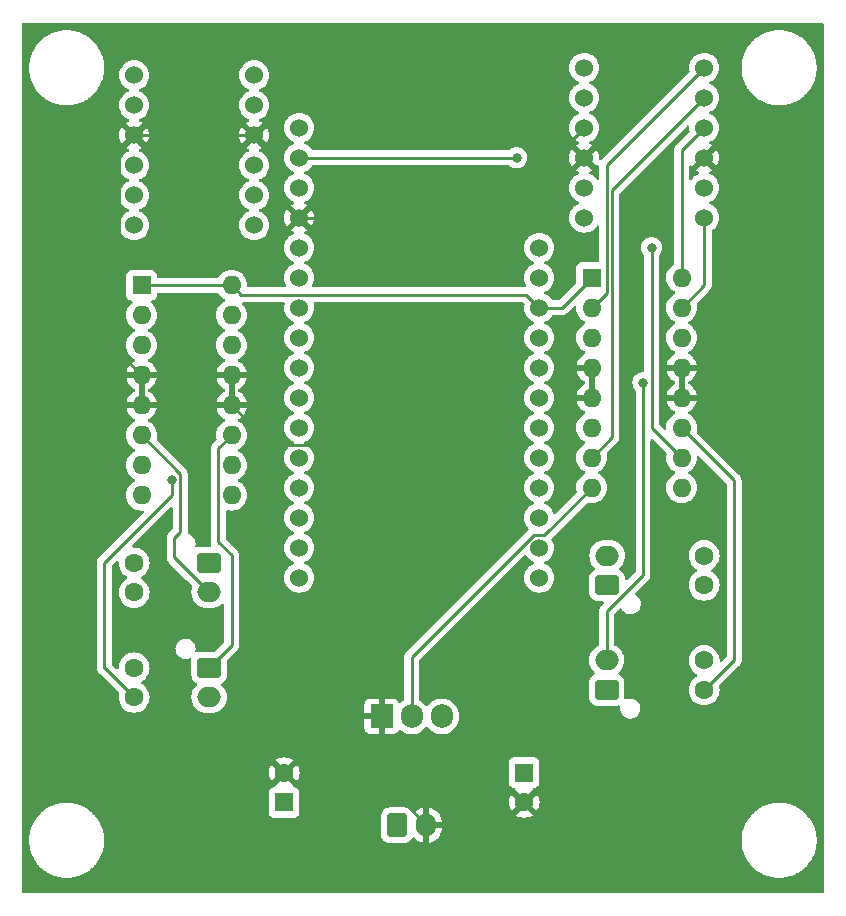
<source format=gbl>
%TF.GenerationSoftware,KiCad,Pcbnew,7.0.9*%
%TF.CreationDate,2024-11-13T11:23:37-07:00*%
%TF.ProjectId,fullOptBattleCartV1,66756c6c-4f70-4744-9261-74746c654361,rev?*%
%TF.SameCoordinates,Original*%
%TF.FileFunction,Copper,L2,Bot*%
%TF.FilePolarity,Positive*%
%FSLAX46Y46*%
G04 Gerber Fmt 4.6, Leading zero omitted, Abs format (unit mm)*
G04 Created by KiCad (PCBNEW 7.0.9) date 2024-11-13 11:23:37*
%MOMM*%
%LPD*%
G01*
G04 APERTURE LIST*
G04 Aperture macros list*
%AMRoundRect*
0 Rectangle with rounded corners*
0 $1 Rounding radius*
0 $2 $3 $4 $5 $6 $7 $8 $9 X,Y pos of 4 corners*
0 Add a 4 corners polygon primitive as box body*
4,1,4,$2,$3,$4,$5,$6,$7,$8,$9,$2,$3,0*
0 Add four circle primitives for the rounded corners*
1,1,$1+$1,$2,$3*
1,1,$1+$1,$4,$5*
1,1,$1+$1,$6,$7*
1,1,$1+$1,$8,$9*
0 Add four rect primitives between the rounded corners*
20,1,$1+$1,$2,$3,$4,$5,0*
20,1,$1+$1,$4,$5,$6,$7,0*
20,1,$1+$1,$6,$7,$8,$9,0*
20,1,$1+$1,$8,$9,$2,$3,0*%
G04 Aperture macros list end*
%TA.AperFunction,ComponentPad*%
%ADD10C,1.600000*%
%TD*%
%TA.AperFunction,ComponentPad*%
%ADD11RoundRect,0.250000X-0.750000X0.600000X-0.750000X-0.600000X0.750000X-0.600000X0.750000X0.600000X0*%
%TD*%
%TA.AperFunction,ComponentPad*%
%ADD12O,2.000000X1.700000*%
%TD*%
%TA.AperFunction,ComponentPad*%
%ADD13R,1.600000X1.600000*%
%TD*%
%TA.AperFunction,ComponentPad*%
%ADD14C,1.524000*%
%TD*%
%TA.AperFunction,ComponentPad*%
%ADD15RoundRect,0.250000X0.750000X-0.600000X0.750000X0.600000X-0.750000X0.600000X-0.750000X-0.600000X0*%
%TD*%
%TA.AperFunction,ComponentPad*%
%ADD16O,1.600000X1.600000*%
%TD*%
%TA.AperFunction,ComponentPad*%
%ADD17R,1.905000X2.000000*%
%TD*%
%TA.AperFunction,ComponentPad*%
%ADD18O,1.905000X2.000000*%
%TD*%
%TA.AperFunction,ComponentPad*%
%ADD19RoundRect,0.250000X-0.600000X-0.750000X0.600000X-0.750000X0.600000X0.750000X-0.600000X0.750000X0*%
%TD*%
%TA.AperFunction,ComponentPad*%
%ADD20O,1.700000X2.000000*%
%TD*%
%TA.AperFunction,ViaPad*%
%ADD21C,0.800000*%
%TD*%
%TA.AperFunction,Conductor*%
%ADD22C,0.250000*%
%TD*%
G04 APERTURE END LIST*
D10*
%TO.P,C1,1*%
%TO.N,Net-(M1-+)*%
X50165000Y-78125000D03*
%TO.P,C1,2*%
%TO.N,Net-(M1--)*%
X50165000Y-80625000D03*
%TD*%
D11*
%TO.P,M1,1,+*%
%TO.N,Net-(M1-+)*%
X56515000Y-78105000D03*
D12*
%TO.P,M1,2,-*%
%TO.N,Net-(M1--)*%
X56515000Y-80605000D03*
%TD*%
D10*
%TO.P,C2,1*%
%TO.N,Net-(M2-+)*%
X50165000Y-86995000D03*
%TO.P,C2,2*%
%TO.N,Net-(M2--)*%
X50165000Y-89495000D03*
%TD*%
D13*
%TO.P,C5,1*%
%TO.N,Net-(BT1-+)*%
X62865000Y-98385000D03*
D10*
%TO.P,C5,2*%
%TO.N,Net-(BT1--)*%
X62865000Y-95885000D03*
%TD*%
D14*
%TO.P,U1,1,RST*%
%TO.N,unconnected-(U1-RST-Pad1)*%
X64135000Y-41275000D03*
%TO.P,U1,2,3V3*%
%TO.N,Net-(U1-3V3)*%
X64135000Y-43815000D03*
%TO.P,U1,3,MD*%
%TO.N,unconnected-(U1-MD-Pad3)*%
X64135000Y-46355000D03*
%TO.P,U1,4,GND*%
%TO.N,Net-(BT1--)*%
X64135000Y-48895000D03*
%TO.P,U1,5,A0*%
%TO.N,unconnected-(U1-A0-Pad5)*%
X64135000Y-51435000D03*
%TO.P,U1,6,A1*%
%TO.N,unconnected-(U1-A1-Pad6)*%
X64135000Y-53975000D03*
%TO.P,U1,7,A2*%
%TO.N,unconnected-(U1-A2-Pad7)*%
X64135000Y-56515000D03*
%TO.P,U1,8,A3*%
%TO.N,unconnected-(U1-A3-Pad8)*%
X64135000Y-59055000D03*
%TO.P,U1,9,A4*%
%TO.N,unconnected-(U1-A4-Pad9)*%
X64135000Y-61595000D03*
%TO.P,U1,10,A5*%
%TO.N,unconnected-(U1-A5-Pad10)*%
X64135000Y-64135000D03*
%TO.P,U1,11,SCK*%
%TO.N,unconnected-(U1-SCK-Pad11)*%
X64135000Y-66675000D03*
%TO.P,U1,12,MO*%
%TO.N,unconnected-(U1-MO-Pad12)*%
X64135000Y-69215000D03*
%TO.P,U1,13,MI*%
%TO.N,unconnected-(U1-MI-Pad13)*%
X64135000Y-71755000D03*
%TO.P,U1,14,RX*%
%TO.N,unconnected-(U1-RX-Pad14)*%
X64135000Y-74295000D03*
%TO.P,U1,15,TX*%
%TO.N,unconnected-(U1-TX-Pad15)*%
X64135000Y-76835000D03*
%TO.P,U1,16,NC*%
%TO.N,unconnected-(U1-NC-Pad16)*%
X64135000Y-79375000D03*
%TO.P,U1,17,SDA*%
%TO.N,unconnected-(U1-SDA-Pad17)*%
X84455000Y-79375000D03*
%TO.P,U1,18,SCL*%
%TO.N,Net-(U1-SCL)*%
X84455000Y-76835000D03*
%TO.P,U1,19,D2*%
%TO.N,Net-(U1-D2)*%
X84455000Y-74295000D03*
%TO.P,U1,20,D3*%
%TO.N,Net-(U1-D3)*%
X84455000Y-71755000D03*
%TO.P,U1,21,D4*%
%TO.N,Net-(U1-D4)*%
X84455000Y-69215000D03*
%TO.P,U1,22,D5*%
%TO.N,Net-(U1-D5)*%
X84455000Y-66675000D03*
%TO.P,U1,23,D6*%
%TO.N,Net-(U1-D6)*%
X84455000Y-64135000D03*
%TO.P,U1,24,D7*%
%TO.N,Net-(U1-D7)*%
X84455000Y-61595000D03*
%TO.P,U1,25,D8*%
%TO.N,Net-(U1-D8)*%
X84455000Y-59055000D03*
%TO.P,U1,26,USB*%
%TO.N,Net-(U1-USB)*%
X84455000Y-56515000D03*
%TO.P,U1,27,EN*%
%TO.N,unconnected-(U1-EN-Pad27)*%
X84455000Y-53975000D03*
%TO.P,U1,28,Li+*%
%TO.N,unconnected-(U1-Li+-Pad28)*%
X84455000Y-51435000D03*
%TD*%
D15*
%TO.P,M4,1,+*%
%TO.N,Net-(M4-+)*%
X90170000Y-88860000D03*
D12*
%TO.P,M4,2,-*%
%TO.N,Net-(M4--)*%
X90170000Y-86360000D03*
%TD*%
D10*
%TO.P,C3,1*%
%TO.N,Net-(M3-+)*%
X98425000Y-80010000D03*
%TO.P,C3,2*%
%TO.N,Net-(M3--)*%
X98425000Y-77510000D03*
%TD*%
%TO.P,C4,1*%
%TO.N,Net-(M4-+)*%
X98425000Y-88880000D03*
%TO.P,C4,2*%
%TO.N,Net-(M4--)*%
X98425000Y-86380000D03*
%TD*%
D13*
%TO.P,U4,1,EN1\u002C2*%
%TO.N,Net-(U1-USB)*%
X50800000Y-54610000D03*
D16*
%TO.P,U4,2,1A*%
%TO.N,Net-(U2-HV1)*%
X50800000Y-57150000D03*
%TO.P,U4,3,1Y*%
%TO.N,Net-(M1-+)*%
X50800000Y-59690000D03*
%TO.P,U4,4,GND*%
%TO.N,Net-(BT1--)*%
X50800000Y-62230000D03*
%TO.P,U4,5,GND*%
X50800000Y-64770000D03*
%TO.P,U4,6,2Y*%
%TO.N,Net-(M1--)*%
X50800000Y-67310000D03*
%TO.P,U4,7,2A*%
%TO.N,Net-(U2-HV2)*%
X50800000Y-69850000D03*
%TO.P,U4,8,VCC2*%
%TO.N,Net-(BT1-+)*%
X50800000Y-72390000D03*
%TO.P,U4,9,EN3\u002C4*%
%TO.N,Net-(U1-USB)*%
X58420000Y-72390000D03*
%TO.P,U4,10,3A*%
%TO.N,Net-(U2-HV3)*%
X58420000Y-69850000D03*
%TO.P,U4,11,3Y*%
%TO.N,Net-(M2-+)*%
X58420000Y-67310000D03*
%TO.P,U4,12,GND*%
%TO.N,Net-(BT1--)*%
X58420000Y-64770000D03*
%TO.P,U4,13,GND*%
X58420000Y-62230000D03*
%TO.P,U4,14,4Y*%
%TO.N,Net-(M2--)*%
X58420000Y-59690000D03*
%TO.P,U4,15,4A*%
%TO.N,Net-(U2-HV4)*%
X58420000Y-57150000D03*
%TO.P,U4,16,VCC1*%
%TO.N,Net-(U1-USB)*%
X58420000Y-54610000D03*
%TD*%
D17*
%TO.P,U6,1,GND*%
%TO.N,Net-(BT1--)*%
X71120000Y-91115000D03*
D18*
%TO.P,U6,2,VI*%
%TO.N,Net-(BT1-+)*%
X73660000Y-91115000D03*
%TO.P,U6,3,VO*%
%TO.N,Net-(U1-USB)*%
X76200000Y-91115000D03*
%TD*%
D14*
%TO.P,U3,1,LV1*%
%TO.N,Net-(U1-D5)*%
X88265000Y-36195000D03*
%TO.P,U3,2,LV2*%
%TO.N,Net-(U1-D6)*%
X88265000Y-38735000D03*
%TO.P,U3,3,LV*%
%TO.N,Net-(U1-3V3)*%
X88265000Y-41275000D03*
%TO.P,U3,4,GND*%
%TO.N,Net-(BT1--)*%
X88265000Y-43815000D03*
%TO.P,U3,5,LV3*%
%TO.N,Net-(U1-D7)*%
X88265000Y-46355000D03*
%TO.P,U3,6,LV4*%
%TO.N,Net-(U1-D8)*%
X88265000Y-48895000D03*
%TO.P,U3,7,HV4*%
%TO.N,Net-(U3-HV4)*%
X98425000Y-48895000D03*
%TO.P,U3,8,HV3*%
%TO.N,Net-(U3-HV3)*%
X98425000Y-46355000D03*
%TO.P,U3,9,GND*%
%TO.N,Net-(BT1--)*%
X98425000Y-43815000D03*
%TO.P,U3,10,HV*%
%TO.N,Net-(U1-USB)*%
X98425000Y-41275000D03*
%TO.P,U3,11,HV2*%
%TO.N,Net-(U3-HV2)*%
X98425000Y-38735000D03*
%TO.P,U3,12,HV1*%
%TO.N,Net-(U3-HV1)*%
X98425000Y-36195000D03*
%TD*%
%TO.P,U2,1,LV1*%
%TO.N,Net-(U1-SCL)*%
X60325000Y-49530000D03*
%TO.P,U2,2,LV2*%
%TO.N,Net-(U1-D2)*%
X60325000Y-46990000D03*
%TO.P,U2,3,LV*%
%TO.N,Net-(U1-3V3)*%
X60325000Y-44450000D03*
%TO.P,U2,4,GND*%
%TO.N,Net-(BT1--)*%
X60325000Y-41910000D03*
%TO.P,U2,5,LV3*%
%TO.N,Net-(U1-D3)*%
X60325000Y-39370000D03*
%TO.P,U2,6,LV4*%
%TO.N,Net-(U1-D4)*%
X60325000Y-36830000D03*
%TO.P,U2,7,HV4*%
%TO.N,Net-(U2-HV4)*%
X50165000Y-36830000D03*
%TO.P,U2,8,HV3*%
%TO.N,Net-(U2-HV3)*%
X50165000Y-39370000D03*
%TO.P,U2,9,GND*%
%TO.N,Net-(BT1--)*%
X50165000Y-41910000D03*
%TO.P,U2,10,HV*%
%TO.N,Net-(U1-USB)*%
X50165000Y-44450000D03*
%TO.P,U2,11,HV2*%
%TO.N,Net-(U2-HV2)*%
X50165000Y-46990000D03*
%TO.P,U2,12,HV1*%
%TO.N,Net-(U2-HV1)*%
X50165000Y-49530000D03*
%TD*%
D15*
%TO.P,M3,1,+*%
%TO.N,Net-(M3-+)*%
X90210000Y-80010000D03*
D12*
%TO.P,M3,2,-*%
%TO.N,Net-(M3--)*%
X90210000Y-77510000D03*
%TD*%
D13*
%TO.P,C6,1*%
%TO.N,Net-(U1-USB)*%
X83185000Y-95885000D03*
D10*
%TO.P,C6,2*%
%TO.N,Net-(BT1--)*%
X83185000Y-98385000D03*
%TD*%
D19*
%TO.P,BT1,1,+*%
%TO.N,Net-(BT1-+)*%
X72410000Y-100330000D03*
D20*
%TO.P,BT1,2,-*%
%TO.N,Net-(BT1--)*%
X74910000Y-100330000D03*
%TD*%
D11*
%TO.P,M2,1,+*%
%TO.N,Net-(M2-+)*%
X56515000Y-86995000D03*
D12*
%TO.P,M2,2,-*%
%TO.N,Net-(M2--)*%
X56515000Y-89495000D03*
%TD*%
D13*
%TO.P,U5,1,EN1\u002C2*%
%TO.N,Net-(U1-USB)*%
X88900000Y-53975000D03*
D16*
%TO.P,U5,2,1A*%
%TO.N,Net-(U3-HV1)*%
X88900000Y-56515000D03*
%TO.P,U5,3,1Y*%
%TO.N,Net-(M3-+)*%
X88900000Y-59055000D03*
%TO.P,U5,4,GND*%
%TO.N,Net-(BT1--)*%
X88900000Y-61595000D03*
%TO.P,U5,5,GND*%
X88900000Y-64135000D03*
%TO.P,U5,6,2Y*%
%TO.N,Net-(M3--)*%
X88900000Y-66675000D03*
%TO.P,U5,7,2A*%
%TO.N,Net-(U3-HV2)*%
X88900000Y-69215000D03*
%TO.P,U5,8,VCC2*%
%TO.N,Net-(BT1-+)*%
X88900000Y-71755000D03*
%TO.P,U5,9,EN3\u002C4*%
%TO.N,Net-(U1-USB)*%
X96520000Y-71755000D03*
%TO.P,U5,10,3A*%
%TO.N,Net-(U3-HV3)*%
X96520000Y-69215000D03*
%TO.P,U5,11,3Y*%
%TO.N,Net-(M4-+)*%
X96520000Y-66675000D03*
%TO.P,U5,12,GND*%
%TO.N,Net-(BT1--)*%
X96520000Y-64135000D03*
%TO.P,U5,13,GND*%
X96520000Y-61595000D03*
%TO.P,U5,14,4Y*%
%TO.N,Net-(M4--)*%
X96520000Y-59055000D03*
%TO.P,U5,15,4A*%
%TO.N,Net-(U3-HV4)*%
X96520000Y-56515000D03*
%TO.P,U5,16,VCC1*%
%TO.N,Net-(U1-USB)*%
X96520000Y-53975000D03*
%TD*%
D21*
%TO.N,Net-(M2--)*%
X53340000Y-71120000D03*
%TO.N,Net-(M4--)*%
X93255500Y-62865000D03*
%TO.N,Net-(U1-3V3)*%
X82550000Y-43815000D03*
%TO.N,Net-(U3-HV3)*%
X93980000Y-51435000D03*
%TD*%
D22*
%TO.N,Net-(BT1-+)*%
X84004749Y-75748000D02*
X73660000Y-86092749D01*
X84907000Y-75748000D02*
X84004749Y-75748000D01*
X73660000Y-86092749D02*
X73660000Y-91115000D01*
X88900000Y-71755000D02*
X84907000Y-75748000D01*
%TO.N,Net-(BT1--)*%
X60325000Y-41910000D02*
X62230000Y-43815000D01*
X48895000Y-43180000D02*
X48895000Y-60325000D01*
X101600000Y-46990000D02*
X98425000Y-43815000D01*
X61778000Y-68128000D02*
X64953000Y-68128000D01*
X58420000Y-64770000D02*
X61778000Y-68128000D01*
X62230000Y-43815000D02*
X62230000Y-46990000D01*
X80645000Y-48895000D02*
X88265000Y-41275000D01*
X62230000Y-46990000D02*
X64135000Y-48895000D01*
X64135000Y-48895000D02*
X80645000Y-48895000D01*
X71120000Y-91115000D02*
X71120000Y-96540000D01*
X71120000Y-96540000D02*
X74910000Y-100330000D01*
X50800000Y-64770000D02*
X58420000Y-64770000D01*
X50165000Y-41910000D02*
X60325000Y-41910000D01*
X101600000Y-58420000D02*
X101600000Y-46990000D01*
X50165000Y-41910000D02*
X48895000Y-43180000D01*
X96520000Y-61595000D02*
X98425000Y-61595000D01*
X71120000Y-74295000D02*
X71120000Y-91115000D01*
X48895000Y-60325000D02*
X50800000Y-62230000D01*
X98425000Y-61595000D02*
X101600000Y-58420000D01*
X64953000Y-68128000D02*
X71120000Y-74295000D01*
%TO.N,Net-(M1--)*%
X53540000Y-77630000D02*
X56515000Y-80605000D01*
X54065000Y-75475000D02*
X53540000Y-76000000D01*
X50800000Y-67310000D02*
X54065000Y-70575000D01*
X54065000Y-70575000D02*
X54065000Y-75475000D01*
X53540000Y-76000000D02*
X53540000Y-77630000D01*
%TO.N,Net-(M2-+)*%
X58420000Y-77470000D02*
X58420000Y-85090000D01*
X57295000Y-76345000D02*
X58420000Y-77470000D01*
X58420000Y-67310000D02*
X57295000Y-68435000D01*
X58420000Y-85090000D02*
X56515000Y-86995000D01*
X57295000Y-68435000D02*
X57295000Y-76345000D01*
%TO.N,Net-(M2--)*%
X53340000Y-71120000D02*
X53340000Y-72390000D01*
X53340000Y-72390000D02*
X47625000Y-78105000D01*
X47665000Y-86995000D02*
X50165000Y-89495000D01*
X47625000Y-78105000D02*
X47625000Y-86995000D01*
X47625000Y-86995000D02*
X47665000Y-86995000D01*
%TO.N,Net-(M4-+)*%
X96520000Y-66675000D02*
X100965000Y-71120000D01*
X100945000Y-86360000D02*
X98425000Y-88880000D01*
X100965000Y-86360000D02*
X100945000Y-86360000D01*
X100965000Y-71120000D02*
X100965000Y-86360000D01*
%TO.N,Net-(M4--)*%
X90170000Y-82213173D02*
X90170000Y-86360000D01*
X93255500Y-79127673D02*
X90170000Y-82213173D01*
X93255500Y-62865000D02*
X93255500Y-79127673D01*
%TO.N,Net-(U1-USB)*%
X86360000Y-56515000D02*
X88900000Y-53975000D01*
X50800000Y-54610000D02*
X58420000Y-54610000D01*
X58420000Y-54610000D02*
X59219999Y-55409999D01*
X98425000Y-41275000D02*
X96520000Y-43180000D01*
X83349999Y-55409999D02*
X84455000Y-56515000D01*
X84455000Y-56515000D02*
X86360000Y-56515000D01*
X96520000Y-43180000D02*
X96520000Y-53975000D01*
X59219999Y-55409999D02*
X83349999Y-55409999D01*
%TO.N,Net-(U1-3V3)*%
X64135000Y-43815000D02*
X82550000Y-43815000D01*
%TO.N,Net-(U3-HV4)*%
X98425000Y-48895000D02*
X98425000Y-54610000D01*
X98425000Y-54610000D02*
X96520000Y-56515000D01*
%TO.N,Net-(U3-HV3)*%
X93980000Y-66675000D02*
X96520000Y-69215000D01*
X93980000Y-51435000D02*
X93980000Y-66675000D01*
%TO.N,Net-(U3-HV2)*%
X90620000Y-67495000D02*
X88900000Y-69215000D01*
X98425000Y-38735000D02*
X90620000Y-46540000D01*
X90620000Y-46540000D02*
X90620000Y-67495000D01*
%TO.N,Net-(U3-HV1)*%
X98425000Y-36195000D02*
X90170000Y-44450000D01*
X90170000Y-55245000D02*
X88900000Y-56515000D01*
X90170000Y-44450000D02*
X90170000Y-55245000D01*
%TD*%
%TA.AperFunction,Conductor*%
%TO.N,Net-(BT1--)*%
G36*
X57272851Y-55255185D02*
G01*
X57307387Y-55288377D01*
X57419954Y-55449141D01*
X57580858Y-55610045D01*
X57580861Y-55610047D01*
X57767266Y-55740568D01*
X57825275Y-55767618D01*
X57877714Y-55813791D01*
X57896866Y-55880984D01*
X57876650Y-55947865D01*
X57825275Y-55992382D01*
X57767267Y-56019431D01*
X57767265Y-56019432D01*
X57580858Y-56149954D01*
X57419954Y-56310858D01*
X57289432Y-56497265D01*
X57289431Y-56497267D01*
X57193261Y-56703502D01*
X57193258Y-56703511D01*
X57134366Y-56923302D01*
X57134364Y-56923313D01*
X57114532Y-57149998D01*
X57114532Y-57150001D01*
X57134364Y-57376686D01*
X57134366Y-57376697D01*
X57193258Y-57596488D01*
X57193261Y-57596497D01*
X57289431Y-57802732D01*
X57289432Y-57802734D01*
X57419954Y-57989141D01*
X57580858Y-58150045D01*
X57580861Y-58150047D01*
X57767266Y-58280568D01*
X57825275Y-58307618D01*
X57877714Y-58353791D01*
X57896866Y-58420984D01*
X57876650Y-58487865D01*
X57825275Y-58532382D01*
X57767267Y-58559431D01*
X57767265Y-58559432D01*
X57580858Y-58689954D01*
X57419954Y-58850858D01*
X57289432Y-59037265D01*
X57289431Y-59037267D01*
X57193261Y-59243502D01*
X57193258Y-59243511D01*
X57134366Y-59463302D01*
X57134364Y-59463313D01*
X57114532Y-59689998D01*
X57114532Y-59690001D01*
X57134364Y-59916686D01*
X57134366Y-59916697D01*
X57193258Y-60136488D01*
X57193261Y-60136497D01*
X57289431Y-60342732D01*
X57289432Y-60342734D01*
X57419954Y-60529141D01*
X57580858Y-60690045D01*
X57580861Y-60690047D01*
X57767266Y-60820568D01*
X57825865Y-60847893D01*
X57878305Y-60894065D01*
X57897457Y-60961258D01*
X57877242Y-61028139D01*
X57825867Y-61072657D01*
X57767515Y-61099867D01*
X57581179Y-61230342D01*
X57420342Y-61391179D01*
X57289865Y-61577517D01*
X57193734Y-61783673D01*
X57193730Y-61783682D01*
X57141127Y-61979999D01*
X57141128Y-61980000D01*
X58104314Y-61980000D01*
X58092359Y-61991955D01*
X58034835Y-62104852D01*
X58015014Y-62230000D01*
X58034835Y-62355148D01*
X58092359Y-62468045D01*
X58104314Y-62480000D01*
X57141128Y-62480000D01*
X57193730Y-62676317D01*
X57193734Y-62676326D01*
X57289865Y-62882482D01*
X57420342Y-63068820D01*
X57581179Y-63229657D01*
X57767517Y-63360134D01*
X57826457Y-63387618D01*
X57878896Y-63433790D01*
X57898048Y-63500984D01*
X57877832Y-63567865D01*
X57826457Y-63612382D01*
X57767517Y-63639865D01*
X57581179Y-63770342D01*
X57420342Y-63931179D01*
X57289865Y-64117517D01*
X57193734Y-64323673D01*
X57193730Y-64323682D01*
X57141127Y-64519999D01*
X57141128Y-64520000D01*
X58104314Y-64520000D01*
X58092359Y-64531955D01*
X58034835Y-64644852D01*
X58015014Y-64770000D01*
X58034835Y-64895148D01*
X58092359Y-65008045D01*
X58104314Y-65020000D01*
X57141128Y-65020000D01*
X57193730Y-65216317D01*
X57193734Y-65216326D01*
X57289865Y-65422482D01*
X57420342Y-65608820D01*
X57581179Y-65769657D01*
X57767518Y-65900134D01*
X57767520Y-65900135D01*
X57825865Y-65927342D01*
X57878305Y-65973514D01*
X57897457Y-66040707D01*
X57877242Y-66107589D01*
X57825867Y-66152105D01*
X57767268Y-66179431D01*
X57767264Y-66179433D01*
X57580858Y-66309954D01*
X57419954Y-66470858D01*
X57289432Y-66657265D01*
X57289431Y-66657267D01*
X57193261Y-66863502D01*
X57193258Y-66863511D01*
X57134366Y-67083302D01*
X57134364Y-67083313D01*
X57114649Y-67308662D01*
X57114532Y-67310000D01*
X57134364Y-67536686D01*
X57134365Y-67536691D01*
X57134366Y-67536697D01*
X57152680Y-67605048D01*
X57151017Y-67674897D01*
X57120586Y-67724821D01*
X56911208Y-67934199D01*
X56898951Y-67944020D01*
X56899134Y-67944241D01*
X56893123Y-67949213D01*
X56845772Y-67999636D01*
X56824889Y-68020519D01*
X56824877Y-68020532D01*
X56820621Y-68026017D01*
X56816837Y-68030447D01*
X56784937Y-68064418D01*
X56784936Y-68064420D01*
X56775284Y-68081976D01*
X56764610Y-68098226D01*
X56752329Y-68114061D01*
X56752324Y-68114068D01*
X56733815Y-68156838D01*
X56731245Y-68162084D01*
X56708803Y-68202906D01*
X56703822Y-68222307D01*
X56697521Y-68240710D01*
X56689562Y-68259102D01*
X56689561Y-68259105D01*
X56682271Y-68305127D01*
X56681087Y-68310846D01*
X56669501Y-68355972D01*
X56669500Y-68355982D01*
X56669500Y-68376016D01*
X56667973Y-68395415D01*
X56664840Y-68415194D01*
X56664840Y-68415195D01*
X56669225Y-68461583D01*
X56669500Y-68467421D01*
X56669500Y-76262255D01*
X56667775Y-76277872D01*
X56668061Y-76277899D01*
X56667326Y-76285665D01*
X56669500Y-76354814D01*
X56669500Y-76384343D01*
X56669501Y-76384360D01*
X56670368Y-76391231D01*
X56670826Y-76397050D01*
X56672290Y-76443624D01*
X56672291Y-76443627D01*
X56677880Y-76462867D01*
X56681824Y-76481911D01*
X56684336Y-76501792D01*
X56701490Y-76545119D01*
X56703382Y-76550647D01*
X56716531Y-76595904D01*
X56716332Y-76665773D01*
X56678391Y-76724444D01*
X56614753Y-76753288D01*
X56597455Y-76754500D01*
X55714998Y-76754500D01*
X55714980Y-76754501D01*
X55612203Y-76765000D01*
X55612199Y-76765001D01*
X55512783Y-76797945D01*
X55442954Y-76800347D01*
X55382913Y-76764615D01*
X55351720Y-76702094D01*
X55351413Y-76660177D01*
X55353290Y-76648732D01*
X55369260Y-76551317D01*
X55359245Y-76366593D01*
X55355975Y-76354814D01*
X55309755Y-76188343D01*
X55309752Y-76188337D01*
X55223101Y-76024897D01*
X55103337Y-75883900D01*
X55077388Y-75864174D01*
X54956064Y-75771946D01*
X54788167Y-75694268D01*
X54788165Y-75694267D01*
X54786455Y-75693891D01*
X54785511Y-75693372D01*
X54781791Y-75692119D01*
X54782015Y-75691452D01*
X54725215Y-75660254D01*
X54691882Y-75598848D01*
X54690093Y-75557234D01*
X54690499Y-75554022D01*
X54690500Y-75554019D01*
X54690500Y-75533983D01*
X54692027Y-75514582D01*
X54695160Y-75494804D01*
X54690775Y-75448415D01*
X54690500Y-75442577D01*
X54690500Y-70657737D01*
X54692224Y-70642123D01*
X54691938Y-70642096D01*
X54692672Y-70634333D01*
X54690500Y-70565203D01*
X54690500Y-70535651D01*
X54690500Y-70535650D01*
X54689629Y-70528759D01*
X54689172Y-70522945D01*
X54687709Y-70476372D01*
X54682122Y-70457144D01*
X54678174Y-70438084D01*
X54675664Y-70418208D01*
X54658507Y-70374875D01*
X54656619Y-70369359D01*
X54643619Y-70324612D01*
X54633418Y-70307363D01*
X54624860Y-70289894D01*
X54617486Y-70271268D01*
X54617483Y-70271264D01*
X54617483Y-70271263D01*
X54590098Y-70233571D01*
X54586890Y-70228687D01*
X54563172Y-70188582D01*
X54563163Y-70188571D01*
X54549005Y-70174413D01*
X54536370Y-70159620D01*
X54524593Y-70143412D01*
X54488693Y-70113713D01*
X54484381Y-70109790D01*
X52099412Y-67724821D01*
X52065928Y-67663499D01*
X52067319Y-67605048D01*
X52075634Y-67574016D01*
X52085635Y-67536692D01*
X52102634Y-67342384D01*
X52105468Y-67310001D01*
X52105468Y-67309998D01*
X52088975Y-67121488D01*
X52085635Y-67083308D01*
X52026739Y-66863504D01*
X51930568Y-66657266D01*
X51800047Y-66470861D01*
X51800045Y-66470858D01*
X51639141Y-66309954D01*
X51452734Y-66179432D01*
X51452732Y-66179431D01*
X51441275Y-66174088D01*
X51394132Y-66152105D01*
X51341694Y-66105934D01*
X51322542Y-66038740D01*
X51342758Y-65971859D01*
X51394134Y-65927341D01*
X51452484Y-65900132D01*
X51638820Y-65769657D01*
X51799657Y-65608820D01*
X51930134Y-65422482D01*
X52026265Y-65216326D01*
X52026269Y-65216317D01*
X52078872Y-65020000D01*
X51115686Y-65020000D01*
X51127641Y-65008045D01*
X51185165Y-64895148D01*
X51204986Y-64770000D01*
X51185165Y-64644852D01*
X51127641Y-64531955D01*
X51115686Y-64520000D01*
X52078872Y-64520000D01*
X52078872Y-64519999D01*
X52026269Y-64323682D01*
X52026265Y-64323673D01*
X51930134Y-64117517D01*
X51799657Y-63931179D01*
X51638820Y-63770342D01*
X51452481Y-63639865D01*
X51452479Y-63639864D01*
X51393543Y-63612382D01*
X51341103Y-63566210D01*
X51321951Y-63499017D01*
X51342166Y-63432136D01*
X51393543Y-63387618D01*
X51452479Y-63360135D01*
X51452481Y-63360134D01*
X51638820Y-63229657D01*
X51799657Y-63068820D01*
X51930134Y-62882482D01*
X52026265Y-62676326D01*
X52026269Y-62676317D01*
X52078872Y-62480000D01*
X51115686Y-62480000D01*
X51127641Y-62468045D01*
X51185165Y-62355148D01*
X51204986Y-62230000D01*
X51185165Y-62104852D01*
X51127641Y-61991955D01*
X51115686Y-61980000D01*
X52078872Y-61980000D01*
X52078872Y-61979999D01*
X52026269Y-61783682D01*
X52026265Y-61783673D01*
X51930134Y-61577517D01*
X51799657Y-61391179D01*
X51638820Y-61230342D01*
X51452482Y-61099865D01*
X51394133Y-61072657D01*
X51341694Y-61026484D01*
X51322542Y-60959291D01*
X51342758Y-60892410D01*
X51394129Y-60847895D01*
X51452734Y-60820568D01*
X51639139Y-60690047D01*
X51800047Y-60529139D01*
X51930568Y-60342734D01*
X52026739Y-60136496D01*
X52085635Y-59916692D01*
X52102634Y-59722384D01*
X52105468Y-59690001D01*
X52105468Y-59689998D01*
X52088975Y-59501488D01*
X52085635Y-59463308D01*
X52026739Y-59243504D01*
X51930568Y-59037266D01*
X51800047Y-58850861D01*
X51800045Y-58850858D01*
X51639141Y-58689954D01*
X51452734Y-58559432D01*
X51452728Y-58559429D01*
X51394725Y-58532382D01*
X51342285Y-58486210D01*
X51323133Y-58419017D01*
X51343348Y-58352135D01*
X51394725Y-58307618D01*
X51452734Y-58280568D01*
X51639139Y-58150047D01*
X51800047Y-57989139D01*
X51930568Y-57802734D01*
X52026739Y-57596496D01*
X52085635Y-57376692D01*
X52102634Y-57182384D01*
X52105468Y-57150001D01*
X52105468Y-57149998D01*
X52088975Y-56961488D01*
X52085635Y-56923308D01*
X52026739Y-56703504D01*
X51930568Y-56497266D01*
X51800047Y-56310861D01*
X51800045Y-56310858D01*
X51639143Y-56149956D01*
X51614536Y-56132726D01*
X51570912Y-56078149D01*
X51563719Y-56008650D01*
X51595241Y-55946296D01*
X51655471Y-55910882D01*
X51672404Y-55907861D01*
X51707483Y-55904091D01*
X51842331Y-55853796D01*
X51957546Y-55767546D01*
X52043796Y-55652331D01*
X52094091Y-55517483D01*
X52100500Y-55457873D01*
X52100500Y-55359500D01*
X52120185Y-55292461D01*
X52172989Y-55246706D01*
X52224500Y-55235500D01*
X57205812Y-55235500D01*
X57272851Y-55255185D01*
G37*
%TD.AperFunction*%
%TA.AperFunction,Conductor*%
G36*
X87518196Y-56343906D02*
G01*
X87574129Y-56385778D01*
X87598546Y-56451242D01*
X87598390Y-56470894D01*
X87594532Y-56514996D01*
X87594532Y-56515001D01*
X87614364Y-56741686D01*
X87614366Y-56741697D01*
X87673258Y-56961488D01*
X87673261Y-56961497D01*
X87769431Y-57167732D01*
X87769432Y-57167734D01*
X87899954Y-57354141D01*
X88060858Y-57515045D01*
X88060861Y-57515047D01*
X88247266Y-57645568D01*
X88305275Y-57672618D01*
X88357714Y-57718791D01*
X88376866Y-57785984D01*
X88356650Y-57852865D01*
X88305275Y-57897382D01*
X88247267Y-57924431D01*
X88247265Y-57924432D01*
X88060858Y-58054954D01*
X87899954Y-58215858D01*
X87769432Y-58402265D01*
X87769431Y-58402267D01*
X87673261Y-58608502D01*
X87673258Y-58608511D01*
X87614366Y-58828302D01*
X87614364Y-58828313D01*
X87594532Y-59054998D01*
X87594532Y-59055001D01*
X87614364Y-59281686D01*
X87614366Y-59281697D01*
X87673258Y-59501488D01*
X87673261Y-59501497D01*
X87769431Y-59707732D01*
X87769432Y-59707734D01*
X87899954Y-59894141D01*
X88060858Y-60055045D01*
X88060861Y-60055047D01*
X88247266Y-60185568D01*
X88305865Y-60212893D01*
X88358305Y-60259065D01*
X88377457Y-60326258D01*
X88357242Y-60393139D01*
X88305867Y-60437657D01*
X88247515Y-60464867D01*
X88061179Y-60595342D01*
X87900342Y-60756179D01*
X87769865Y-60942517D01*
X87673734Y-61148673D01*
X87673730Y-61148682D01*
X87621127Y-61344999D01*
X87621128Y-61345000D01*
X88584314Y-61345000D01*
X88572359Y-61356955D01*
X88514835Y-61469852D01*
X88495014Y-61595000D01*
X88514835Y-61720148D01*
X88572359Y-61833045D01*
X88584314Y-61845000D01*
X87621128Y-61845000D01*
X87673730Y-62041317D01*
X87673734Y-62041326D01*
X87769865Y-62247482D01*
X87900342Y-62433820D01*
X88061179Y-62594657D01*
X88247517Y-62725134D01*
X88306457Y-62752618D01*
X88358896Y-62798790D01*
X88378048Y-62865984D01*
X88357832Y-62932865D01*
X88306457Y-62977382D01*
X88247517Y-63004865D01*
X88061179Y-63135342D01*
X87900342Y-63296179D01*
X87769865Y-63482517D01*
X87673734Y-63688673D01*
X87673730Y-63688682D01*
X87621127Y-63884999D01*
X87621128Y-63885000D01*
X88584314Y-63885000D01*
X88572359Y-63896955D01*
X88514835Y-64009852D01*
X88495014Y-64135000D01*
X88514835Y-64260148D01*
X88572359Y-64373045D01*
X88584314Y-64385000D01*
X87621128Y-64385000D01*
X87673730Y-64581317D01*
X87673734Y-64581326D01*
X87769865Y-64787482D01*
X87900342Y-64973820D01*
X88061179Y-65134657D01*
X88247518Y-65265134D01*
X88247520Y-65265135D01*
X88305865Y-65292342D01*
X88358305Y-65338514D01*
X88377457Y-65405707D01*
X88357242Y-65472589D01*
X88305867Y-65517105D01*
X88305275Y-65517382D01*
X88247264Y-65544433D01*
X88060858Y-65674954D01*
X87899954Y-65835858D01*
X87769432Y-66022265D01*
X87769431Y-66022267D01*
X87673261Y-66228502D01*
X87673258Y-66228511D01*
X87614366Y-66448302D01*
X87614364Y-66448313D01*
X87594532Y-66674998D01*
X87594532Y-66675001D01*
X87614364Y-66901686D01*
X87614366Y-66901697D01*
X87673258Y-67121488D01*
X87673261Y-67121497D01*
X87769431Y-67327732D01*
X87769432Y-67327734D01*
X87899954Y-67514141D01*
X88060858Y-67675045D01*
X88093977Y-67698235D01*
X88247266Y-67805568D01*
X88303424Y-67831755D01*
X88305275Y-67832618D01*
X88357714Y-67878791D01*
X88376866Y-67945984D01*
X88356650Y-68012865D01*
X88305275Y-68057382D01*
X88247267Y-68084431D01*
X88247265Y-68084432D01*
X88060858Y-68214954D01*
X87899954Y-68375858D01*
X87769432Y-68562265D01*
X87769431Y-68562267D01*
X87673261Y-68768502D01*
X87673258Y-68768511D01*
X87614366Y-68988302D01*
X87614364Y-68988313D01*
X87594532Y-69214998D01*
X87594532Y-69215001D01*
X87614364Y-69441686D01*
X87614366Y-69441697D01*
X87673258Y-69661488D01*
X87673261Y-69661497D01*
X87769431Y-69867732D01*
X87769432Y-69867734D01*
X87899954Y-70054141D01*
X88060858Y-70215045D01*
X88060861Y-70215047D01*
X88247266Y-70345568D01*
X88298286Y-70369359D01*
X88305275Y-70372618D01*
X88357714Y-70418791D01*
X88376866Y-70485984D01*
X88356650Y-70552865D01*
X88305275Y-70597382D01*
X88247267Y-70624431D01*
X88247265Y-70624432D01*
X88060858Y-70754954D01*
X87899954Y-70915858D01*
X87769432Y-71102265D01*
X87769431Y-71102267D01*
X87673261Y-71308502D01*
X87673258Y-71308511D01*
X87614366Y-71528302D01*
X87614364Y-71528313D01*
X87596083Y-71737267D01*
X87594532Y-71755000D01*
X87614364Y-71981686D01*
X87614365Y-71981691D01*
X87614366Y-71981697D01*
X87632680Y-72050048D01*
X87631017Y-72119897D01*
X87600586Y-72169821D01*
X85853333Y-73917074D01*
X85792010Y-73950559D01*
X85722318Y-73945575D01*
X85666385Y-73903703D01*
X85648287Y-73866447D01*
X85647748Y-73866644D01*
X85645897Y-73861563D01*
X85645894Y-73861550D01*
X85552534Y-73661339D01*
X85425826Y-73480380D01*
X85269620Y-73324174D01*
X85269616Y-73324171D01*
X85269615Y-73324170D01*
X85088666Y-73197468D01*
X85088658Y-73197464D01*
X84959811Y-73137382D01*
X84907371Y-73091210D01*
X84888219Y-73024017D01*
X84908435Y-72957135D01*
X84959811Y-72912618D01*
X84965802Y-72909824D01*
X85088662Y-72852534D01*
X85269620Y-72725826D01*
X85425826Y-72569620D01*
X85552534Y-72388662D01*
X85645894Y-72188450D01*
X85703070Y-71975068D01*
X85722323Y-71755000D01*
X85720771Y-71737265D01*
X85713331Y-71652214D01*
X85703070Y-71534932D01*
X85645894Y-71321550D01*
X85552534Y-71121339D01*
X85462508Y-70992767D01*
X85425827Y-70940381D01*
X85355055Y-70869609D01*
X85269620Y-70784174D01*
X85269616Y-70784171D01*
X85269615Y-70784170D01*
X85088666Y-70657468D01*
X85088658Y-70657464D01*
X84959811Y-70597382D01*
X84907371Y-70551210D01*
X84888219Y-70484017D01*
X84908435Y-70417135D01*
X84959811Y-70372618D01*
X84966800Y-70369359D01*
X85088662Y-70312534D01*
X85269620Y-70185826D01*
X85425826Y-70029620D01*
X85552534Y-69848662D01*
X85645894Y-69648450D01*
X85703070Y-69435068D01*
X85722323Y-69215000D01*
X85720771Y-69197265D01*
X85706687Y-69036280D01*
X85703070Y-68994932D01*
X85645894Y-68781550D01*
X85552534Y-68581339D01*
X85425826Y-68400380D01*
X85269620Y-68244174D01*
X85269616Y-68244171D01*
X85269615Y-68244170D01*
X85088666Y-68117468D01*
X85088658Y-68117464D01*
X84959811Y-68057382D01*
X84907371Y-68011210D01*
X84888219Y-67944017D01*
X84908435Y-67877135D01*
X84959811Y-67832618D01*
X84965802Y-67829824D01*
X85088662Y-67772534D01*
X85269620Y-67645826D01*
X85425826Y-67489620D01*
X85552534Y-67308662D01*
X85645894Y-67108450D01*
X85703070Y-66895068D01*
X85722323Y-66675000D01*
X85720771Y-66657265D01*
X85715103Y-66592474D01*
X85703070Y-66454932D01*
X85645894Y-66241550D01*
X85552534Y-66041339D01*
X85453662Y-65900134D01*
X85425827Y-65860381D01*
X85401304Y-65835858D01*
X85269620Y-65704174D01*
X85269616Y-65704171D01*
X85269615Y-65704170D01*
X85088666Y-65577468D01*
X85088658Y-65577464D01*
X84959811Y-65517382D01*
X84907371Y-65471210D01*
X84888219Y-65404017D01*
X84908435Y-65337135D01*
X84959811Y-65292618D01*
X84965802Y-65289824D01*
X85088662Y-65232534D01*
X85269620Y-65105826D01*
X85425826Y-64949620D01*
X85552534Y-64768662D01*
X85645894Y-64568450D01*
X85703070Y-64355068D01*
X85722323Y-64135000D01*
X85720793Y-64117517D01*
X85703070Y-63914937D01*
X85703070Y-63914932D01*
X85645894Y-63701550D01*
X85552534Y-63501339D01*
X85425826Y-63320380D01*
X85269620Y-63164174D01*
X85269616Y-63164171D01*
X85269615Y-63164170D01*
X85088666Y-63037468D01*
X85088658Y-63037464D01*
X84959811Y-62977382D01*
X84907371Y-62931210D01*
X84888219Y-62864017D01*
X84908435Y-62797135D01*
X84959811Y-62752618D01*
X84965802Y-62749824D01*
X85088662Y-62692534D01*
X85269620Y-62565826D01*
X85425826Y-62409620D01*
X85552534Y-62228662D01*
X85645894Y-62028450D01*
X85703070Y-61815068D01*
X85722323Y-61595000D01*
X85720793Y-61577517D01*
X85703070Y-61374937D01*
X85703070Y-61374932D01*
X85645894Y-61161550D01*
X85552534Y-60961339D01*
X85453965Y-60820567D01*
X85425827Y-60780381D01*
X85401625Y-60756179D01*
X85269620Y-60624174D01*
X85269616Y-60624171D01*
X85269615Y-60624170D01*
X85088666Y-60497468D01*
X85088658Y-60497464D01*
X84959811Y-60437382D01*
X84907371Y-60391210D01*
X84888219Y-60324017D01*
X84908435Y-60257135D01*
X84959811Y-60212618D01*
X84965802Y-60209824D01*
X85088662Y-60152534D01*
X85269620Y-60025826D01*
X85425826Y-59869620D01*
X85552534Y-59688662D01*
X85645894Y-59488450D01*
X85703070Y-59275068D01*
X85722323Y-59055000D01*
X85720771Y-59037265D01*
X85715103Y-58972474D01*
X85703070Y-58834932D01*
X85645894Y-58621550D01*
X85552534Y-58421339D01*
X85425826Y-58240380D01*
X85269620Y-58084174D01*
X85269616Y-58084171D01*
X85269615Y-58084170D01*
X85088666Y-57957468D01*
X85088658Y-57957464D01*
X84959811Y-57897382D01*
X84907371Y-57851210D01*
X84888219Y-57784017D01*
X84908435Y-57717135D01*
X84959811Y-57672618D01*
X84965802Y-57669824D01*
X85088662Y-57612534D01*
X85269620Y-57485826D01*
X85425826Y-57329620D01*
X85521225Y-57193376D01*
X85575802Y-57149752D01*
X85622800Y-57140500D01*
X86277257Y-57140500D01*
X86292877Y-57142224D01*
X86292904Y-57141939D01*
X86300660Y-57142671D01*
X86300667Y-57142673D01*
X86369814Y-57140500D01*
X86399350Y-57140500D01*
X86406228Y-57139630D01*
X86412041Y-57139172D01*
X86458627Y-57137709D01*
X86477869Y-57132117D01*
X86496912Y-57128174D01*
X86516792Y-57125664D01*
X86560122Y-57108507D01*
X86565646Y-57106617D01*
X86569396Y-57105527D01*
X86610390Y-57093618D01*
X86627629Y-57083422D01*
X86645103Y-57074862D01*
X86663727Y-57067488D01*
X86663727Y-57067487D01*
X86663732Y-57067486D01*
X86701449Y-57040082D01*
X86706305Y-57036892D01*
X86746420Y-57013170D01*
X86760589Y-56998999D01*
X86775379Y-56986368D01*
X86791587Y-56974594D01*
X86821299Y-56938676D01*
X86825212Y-56934376D01*
X87387183Y-56372405D01*
X87448504Y-56338922D01*
X87518196Y-56343906D01*
G37*
%TD.AperFunction*%
%TA.AperFunction,Conductor*%
G36*
X51050000Y-64454314D02*
G01*
X51038045Y-64442359D01*
X50925148Y-64384835D01*
X50831481Y-64370000D01*
X50768519Y-64370000D01*
X50674852Y-64384835D01*
X50561955Y-64442359D01*
X50550000Y-64454314D01*
X50550000Y-62545686D01*
X50561955Y-62557641D01*
X50674852Y-62615165D01*
X50768519Y-62630000D01*
X50831481Y-62630000D01*
X50925148Y-62615165D01*
X51038045Y-62557641D01*
X51050000Y-62545686D01*
X51050000Y-64454314D01*
G37*
%TD.AperFunction*%
%TA.AperFunction,Conductor*%
G36*
X58670000Y-64454314D02*
G01*
X58658045Y-64442359D01*
X58545148Y-64384835D01*
X58451481Y-64370000D01*
X58388519Y-64370000D01*
X58294852Y-64384835D01*
X58181955Y-64442359D01*
X58170000Y-64454314D01*
X58170000Y-62545686D01*
X58181955Y-62557641D01*
X58294852Y-62615165D01*
X58388519Y-62630000D01*
X58451481Y-62630000D01*
X58545148Y-62615165D01*
X58658045Y-62557641D01*
X58670000Y-62545686D01*
X58670000Y-64454314D01*
G37*
%TD.AperFunction*%
%TA.AperFunction,Conductor*%
G36*
X89150000Y-63819314D02*
G01*
X89138045Y-63807359D01*
X89025148Y-63749835D01*
X88931481Y-63735000D01*
X88868519Y-63735000D01*
X88774852Y-63749835D01*
X88661955Y-63807359D01*
X88650000Y-63819314D01*
X88650000Y-61910686D01*
X88661955Y-61922641D01*
X88774852Y-61980165D01*
X88868519Y-61995000D01*
X88931481Y-61995000D01*
X89025148Y-61980165D01*
X89138045Y-61922641D01*
X89150000Y-61910686D01*
X89150000Y-63819314D01*
G37*
%TD.AperFunction*%
%TA.AperFunction,Conductor*%
G36*
X96770000Y-63819314D02*
G01*
X96758045Y-63807359D01*
X96645148Y-63749835D01*
X96551481Y-63735000D01*
X96488519Y-63735000D01*
X96394852Y-63749835D01*
X96281955Y-63807359D01*
X96270000Y-63819314D01*
X96270000Y-61910686D01*
X96281955Y-61922641D01*
X96394852Y-61980165D01*
X96488519Y-61995000D01*
X96551481Y-61995000D01*
X96645148Y-61980165D01*
X96758045Y-61922641D01*
X96770000Y-61910686D01*
X96770000Y-63819314D01*
G37*
%TD.AperFunction*%
%TA.AperFunction,Conductor*%
G36*
X89316740Y-44513186D02*
G01*
X89318926Y-44510066D01*
X89373504Y-44466442D01*
X89443002Y-44459250D01*
X89505356Y-44490773D01*
X89540769Y-44551003D01*
X89544500Y-44581191D01*
X89544500Y-45587935D01*
X89524815Y-45654974D01*
X89472011Y-45700729D01*
X89402853Y-45710673D01*
X89339297Y-45681648D01*
X89318925Y-45659058D01*
X89235827Y-45540381D01*
X89175355Y-45479909D01*
X89079620Y-45384174D01*
X89079616Y-45384171D01*
X89079615Y-45384170D01*
X88898666Y-45257468D01*
X88898658Y-45257464D01*
X88769219Y-45197106D01*
X88716779Y-45150934D01*
X88697627Y-45083741D01*
X88717843Y-45016859D01*
X88769219Y-44972342D01*
X88898408Y-44912100D01*
X88898420Y-44912093D01*
X88963186Y-44866742D01*
X88963187Y-44866740D01*
X88292448Y-44196000D01*
X88296569Y-44196000D01*
X88390421Y-44180339D01*
X88502251Y-44119820D01*
X88588371Y-44026269D01*
X88639448Y-43909823D01*
X88645105Y-43841552D01*
X89316740Y-44513186D01*
G37*
%TD.AperFunction*%
%TA.AperFunction,Conductor*%
G36*
X98040051Y-43846898D02*
G01*
X98071266Y-43970162D01*
X98140813Y-44076612D01*
X98241157Y-44154713D01*
X98361422Y-44196000D01*
X98397553Y-44196000D01*
X97726811Y-44866741D01*
X97791582Y-44912094D01*
X97791588Y-44912098D01*
X97920781Y-44972342D01*
X97973220Y-45018514D01*
X97992372Y-45085708D01*
X97972156Y-45152589D01*
X97920781Y-45197106D01*
X97791340Y-45257465D01*
X97791338Y-45257466D01*
X97610377Y-45384175D01*
X97454175Y-45540377D01*
X97371075Y-45659058D01*
X97316498Y-45702683D01*
X97247000Y-45709877D01*
X97184645Y-45678354D01*
X97149231Y-45618125D01*
X97145500Y-45587935D01*
X97145500Y-44581192D01*
X97165185Y-44514153D01*
X97217989Y-44468398D01*
X97287147Y-44458454D01*
X97350703Y-44487479D01*
X97371075Y-44510069D01*
X97373258Y-44513187D01*
X98040096Y-43846349D01*
X98040051Y-43846898D01*
G37*
%TD.AperFunction*%
%TA.AperFunction,Conductor*%
G36*
X108527539Y-32405185D02*
G01*
X108573294Y-32457989D01*
X108584500Y-32509500D01*
X108584500Y-105920500D01*
X108564815Y-105987539D01*
X108512011Y-106033294D01*
X108460500Y-106044500D01*
X40764500Y-106044500D01*
X40697461Y-106024815D01*
X40651706Y-105972011D01*
X40640500Y-105920500D01*
X40640500Y-101599999D01*
X41269496Y-101599999D01*
X41277399Y-101740737D01*
X41277497Y-101744214D01*
X41277497Y-101778163D01*
X41281297Y-101811904D01*
X41281589Y-101815367D01*
X41289494Y-101956105D01*
X41313104Y-102095068D01*
X41313590Y-102098509D01*
X41317394Y-102132261D01*
X41324947Y-102165351D01*
X41325626Y-102168761D01*
X41349238Y-102307728D01*
X41349240Y-102307739D01*
X41388264Y-102443194D01*
X41389133Y-102446562D01*
X41396682Y-102479639D01*
X41396683Y-102479642D01*
X41407891Y-102511675D01*
X41408946Y-102514987D01*
X41447973Y-102650450D01*
X41501918Y-102780684D01*
X41503158Y-102783932D01*
X41514372Y-102815979D01*
X41529101Y-102846565D01*
X41530522Y-102849740D01*
X41584464Y-102979967D01*
X41652647Y-103103335D01*
X41654242Y-103106424D01*
X41663800Y-103126269D01*
X41668976Y-103137017D01*
X41668978Y-103137020D01*
X41668980Y-103137024D01*
X41687035Y-103165759D01*
X41688802Y-103168755D01*
X41756990Y-103292130D01*
X41838559Y-103407091D01*
X41840491Y-103409983D01*
X41858552Y-103438726D01*
X41858554Y-103438729D01*
X41865749Y-103447752D01*
X41879727Y-103465280D01*
X41881818Y-103468059D01*
X41963382Y-103583012D01*
X42057315Y-103688123D01*
X42059559Y-103690781D01*
X42080715Y-103717310D01*
X42080717Y-103717313D01*
X42080720Y-103717316D01*
X42080721Y-103717317D01*
X42104730Y-103741326D01*
X42107103Y-103743837D01*
X42201042Y-103848954D01*
X42201045Y-103848957D01*
X42306161Y-103942894D01*
X42308670Y-103945266D01*
X42332683Y-103969279D01*
X42359217Y-103990439D01*
X42361868Y-103992677D01*
X42466988Y-104086618D01*
X42581966Y-104168199D01*
X42584708Y-104170263D01*
X42611271Y-104191446D01*
X42640041Y-104209523D01*
X42642883Y-104211422D01*
X42757870Y-104293010D01*
X42757872Y-104293011D01*
X42881247Y-104361198D01*
X42884215Y-104362948D01*
X42912983Y-104381024D01*
X42943558Y-104395748D01*
X42946649Y-104397345D01*
X43054047Y-104456701D01*
X43070027Y-104465533D01*
X43070033Y-104465536D01*
X43070037Y-104465538D01*
X43200258Y-104519477D01*
X43203434Y-104520898D01*
X43234016Y-104535626D01*
X43234020Y-104535628D01*
X43266070Y-104546843D01*
X43269305Y-104548077D01*
X43399546Y-104602025D01*
X43535021Y-104641054D01*
X43538295Y-104642098D01*
X43570355Y-104653316D01*
X43603466Y-104660873D01*
X43606792Y-104661731D01*
X43742271Y-104700762D01*
X43881313Y-104724386D01*
X43884591Y-104725038D01*
X43917749Y-104732607D01*
X43951515Y-104736411D01*
X43954914Y-104736891D01*
X44093897Y-104760506D01*
X44194715Y-104766167D01*
X44234641Y-104768410D01*
X44238080Y-104768699D01*
X44267526Y-104772017D01*
X44271835Y-104772503D01*
X44305785Y-104772503D01*
X44309262Y-104772601D01*
X44359309Y-104775411D01*
X44450000Y-104780504D01*
X44540690Y-104775411D01*
X44590738Y-104772601D01*
X44594215Y-104772503D01*
X44628165Y-104772503D01*
X44632473Y-104772017D01*
X44661919Y-104768699D01*
X44665359Y-104768410D01*
X44700281Y-104766448D01*
X44806103Y-104760506D01*
X44945095Y-104736890D01*
X44948479Y-104736412D01*
X44982251Y-104732607D01*
X45015388Y-104725043D01*
X45018700Y-104724383D01*
X45157729Y-104700762D01*
X45293237Y-104661722D01*
X45296496Y-104660881D01*
X45319214Y-104655696D01*
X45329639Y-104653318D01*
X45329656Y-104653312D01*
X45361726Y-104642090D01*
X45364944Y-104641064D01*
X45500454Y-104602025D01*
X45630740Y-104548058D01*
X45633867Y-104546864D01*
X45665977Y-104535629D01*
X45696611Y-104520876D01*
X45699712Y-104519489D01*
X45829969Y-104465535D01*
X45953363Y-104397337D01*
X45956404Y-104395766D01*
X45987017Y-104381024D01*
X46015837Y-104362914D01*
X46018692Y-104361231D01*
X46142130Y-104293010D01*
X46257125Y-104211416D01*
X46259950Y-104209528D01*
X46288729Y-104191446D01*
X46315291Y-104170263D01*
X46318021Y-104168207D01*
X46433012Y-104086618D01*
X46538153Y-103992658D01*
X46540749Y-103990466D01*
X46567317Y-103969279D01*
X46591344Y-103945251D01*
X46593816Y-103942914D01*
X46698956Y-103848956D01*
X46792914Y-103743816D01*
X46795251Y-103741344D01*
X46819279Y-103717317D01*
X46840466Y-103690749D01*
X46842658Y-103688153D01*
X46936618Y-103583012D01*
X47018207Y-103468022D01*
X47020272Y-103465280D01*
X47041446Y-103438729D01*
X47059528Y-103409950D01*
X47061416Y-103407125D01*
X47143010Y-103292130D01*
X47211231Y-103168692D01*
X47212914Y-103165837D01*
X47231024Y-103137017D01*
X47245766Y-103106404D01*
X47247337Y-103103363D01*
X47315535Y-102979969D01*
X47369489Y-102849712D01*
X47370876Y-102846611D01*
X47385629Y-102815977D01*
X47396864Y-102783867D01*
X47398058Y-102780740D01*
X47452025Y-102650454D01*
X47491064Y-102514944D01*
X47492090Y-102511726D01*
X47503316Y-102479645D01*
X47503317Y-102479642D01*
X47503318Y-102479639D01*
X47505696Y-102469214D01*
X47510881Y-102446496D01*
X47511722Y-102443237D01*
X47550762Y-102307729D01*
X47574383Y-102168700D01*
X47575043Y-102165388D01*
X47582607Y-102132251D01*
X47586412Y-102098479D01*
X47586890Y-102095095D01*
X47610506Y-101956103D01*
X47618149Y-101819999D01*
X47618410Y-101815360D01*
X47618701Y-101811904D01*
X47622503Y-101778164D01*
X47623168Y-101730622D01*
X47630504Y-101600000D01*
X47623168Y-101469378D01*
X47622503Y-101421836D01*
X47618700Y-101388083D01*
X47618410Y-101384640D01*
X47615458Y-101332081D01*
X47610506Y-101243897D01*
X47591154Y-101130001D01*
X71059500Y-101130001D01*
X71059501Y-101130018D01*
X71070000Y-101232796D01*
X71070001Y-101232799D01*
X71104031Y-101335494D01*
X71125186Y-101399334D01*
X71217288Y-101548656D01*
X71341344Y-101672712D01*
X71490666Y-101764814D01*
X71657203Y-101819999D01*
X71759991Y-101830500D01*
X73060008Y-101830499D01*
X73162797Y-101819999D01*
X73329334Y-101764814D01*
X73478656Y-101672712D01*
X73602712Y-101548656D01*
X73694814Y-101399334D01*
X73694814Y-101399333D01*
X73698448Y-101393442D01*
X73750396Y-101346717D01*
X73819358Y-101335494D01*
X73883441Y-101363337D01*
X73891668Y-101370856D01*
X74038921Y-101518108D01*
X74232421Y-101653600D01*
X74446507Y-101753429D01*
X74446516Y-101753433D01*
X74660000Y-101810634D01*
X74660000Y-100765501D01*
X74767685Y-100814680D01*
X74874237Y-100830000D01*
X74945763Y-100830000D01*
X75052315Y-100814680D01*
X75160000Y-100765501D01*
X75160000Y-101810633D01*
X75373483Y-101753433D01*
X75373492Y-101753429D01*
X75587577Y-101653600D01*
X75587579Y-101653599D01*
X75664128Y-101599999D01*
X101594496Y-101599999D01*
X101602399Y-101740737D01*
X101602497Y-101744214D01*
X101602497Y-101778163D01*
X101606297Y-101811904D01*
X101606589Y-101815367D01*
X101614494Y-101956105D01*
X101638104Y-102095068D01*
X101638590Y-102098509D01*
X101642394Y-102132261D01*
X101649947Y-102165351D01*
X101650626Y-102168761D01*
X101674238Y-102307728D01*
X101674240Y-102307739D01*
X101713264Y-102443194D01*
X101714133Y-102446562D01*
X101721682Y-102479639D01*
X101721683Y-102479642D01*
X101732891Y-102511675D01*
X101733946Y-102514987D01*
X101772973Y-102650450D01*
X101826918Y-102780684D01*
X101828158Y-102783932D01*
X101839372Y-102815979D01*
X101854101Y-102846565D01*
X101855522Y-102849740D01*
X101909464Y-102979967D01*
X101977647Y-103103335D01*
X101979242Y-103106424D01*
X101988800Y-103126269D01*
X101993976Y-103137017D01*
X101993978Y-103137020D01*
X101993980Y-103137024D01*
X102012035Y-103165759D01*
X102013802Y-103168755D01*
X102081990Y-103292130D01*
X102163559Y-103407091D01*
X102165491Y-103409983D01*
X102183552Y-103438726D01*
X102183554Y-103438729D01*
X102190749Y-103447752D01*
X102204727Y-103465280D01*
X102206818Y-103468059D01*
X102288382Y-103583012D01*
X102382315Y-103688123D01*
X102384559Y-103690781D01*
X102405715Y-103717310D01*
X102405717Y-103717313D01*
X102405720Y-103717316D01*
X102405721Y-103717317D01*
X102429730Y-103741326D01*
X102432103Y-103743837D01*
X102526042Y-103848954D01*
X102526045Y-103848957D01*
X102631161Y-103942894D01*
X102633670Y-103945266D01*
X102657683Y-103969279D01*
X102684217Y-103990439D01*
X102686868Y-103992677D01*
X102791988Y-104086618D01*
X102906966Y-104168199D01*
X102909708Y-104170263D01*
X102936271Y-104191446D01*
X102965041Y-104209523D01*
X102967883Y-104211422D01*
X103082870Y-104293010D01*
X103082872Y-104293011D01*
X103206247Y-104361198D01*
X103209215Y-104362948D01*
X103237983Y-104381024D01*
X103268558Y-104395748D01*
X103271649Y-104397345D01*
X103379047Y-104456701D01*
X103395027Y-104465533D01*
X103395033Y-104465536D01*
X103395037Y-104465538D01*
X103525258Y-104519477D01*
X103528434Y-104520898D01*
X103559016Y-104535626D01*
X103559020Y-104535628D01*
X103591070Y-104546843D01*
X103594305Y-104548077D01*
X103724546Y-104602025D01*
X103860021Y-104641054D01*
X103863295Y-104642098D01*
X103895355Y-104653316D01*
X103928466Y-104660873D01*
X103931792Y-104661731D01*
X104067271Y-104700762D01*
X104206313Y-104724386D01*
X104209591Y-104725038D01*
X104242749Y-104732607D01*
X104276515Y-104736411D01*
X104279914Y-104736891D01*
X104418897Y-104760506D01*
X104519715Y-104766167D01*
X104559641Y-104768410D01*
X104563080Y-104768699D01*
X104592526Y-104772017D01*
X104596835Y-104772503D01*
X104630785Y-104772503D01*
X104634262Y-104772601D01*
X104684309Y-104775411D01*
X104775000Y-104780504D01*
X104865690Y-104775411D01*
X104915738Y-104772601D01*
X104919215Y-104772503D01*
X104953165Y-104772503D01*
X104957473Y-104772017D01*
X104986919Y-104768699D01*
X104990359Y-104768410D01*
X105025281Y-104766448D01*
X105131103Y-104760506D01*
X105270095Y-104736890D01*
X105273479Y-104736412D01*
X105307251Y-104732607D01*
X105340388Y-104725043D01*
X105343700Y-104724383D01*
X105482729Y-104700762D01*
X105618237Y-104661722D01*
X105621496Y-104660881D01*
X105644214Y-104655696D01*
X105654639Y-104653318D01*
X105654656Y-104653312D01*
X105686726Y-104642090D01*
X105689944Y-104641064D01*
X105825454Y-104602025D01*
X105955740Y-104548058D01*
X105958867Y-104546864D01*
X105990977Y-104535629D01*
X106021611Y-104520876D01*
X106024712Y-104519489D01*
X106154969Y-104465535D01*
X106278363Y-104397337D01*
X106281404Y-104395766D01*
X106312017Y-104381024D01*
X106340837Y-104362914D01*
X106343692Y-104361231D01*
X106467130Y-104293010D01*
X106582125Y-104211416D01*
X106584950Y-104209528D01*
X106613729Y-104191446D01*
X106640291Y-104170263D01*
X106643021Y-104168207D01*
X106758012Y-104086618D01*
X106863153Y-103992658D01*
X106865749Y-103990466D01*
X106892317Y-103969279D01*
X106916344Y-103945251D01*
X106918816Y-103942914D01*
X107023956Y-103848956D01*
X107117914Y-103743816D01*
X107120251Y-103741344D01*
X107144279Y-103717317D01*
X107165466Y-103690749D01*
X107167658Y-103688153D01*
X107261618Y-103583012D01*
X107343207Y-103468022D01*
X107345272Y-103465280D01*
X107366446Y-103438729D01*
X107384528Y-103409950D01*
X107386416Y-103407125D01*
X107468010Y-103292130D01*
X107536231Y-103168692D01*
X107537914Y-103165837D01*
X107556024Y-103137017D01*
X107570766Y-103106404D01*
X107572337Y-103103363D01*
X107640535Y-102979969D01*
X107694489Y-102849712D01*
X107695876Y-102846611D01*
X107710629Y-102815977D01*
X107721864Y-102783867D01*
X107723058Y-102780740D01*
X107777025Y-102650454D01*
X107816064Y-102514944D01*
X107817090Y-102511726D01*
X107828316Y-102479645D01*
X107828317Y-102479642D01*
X107828318Y-102479639D01*
X107830696Y-102469214D01*
X107835881Y-102446496D01*
X107836722Y-102443237D01*
X107875762Y-102307729D01*
X107899383Y-102168700D01*
X107900043Y-102165388D01*
X107907607Y-102132251D01*
X107911412Y-102098479D01*
X107911890Y-102095095D01*
X107935506Y-101956103D01*
X107943149Y-101819999D01*
X107943410Y-101815360D01*
X107943701Y-101811904D01*
X107947503Y-101778164D01*
X107948168Y-101730622D01*
X107955504Y-101600000D01*
X107948168Y-101469378D01*
X107947503Y-101421836D01*
X107943700Y-101388083D01*
X107943410Y-101384640D01*
X107940458Y-101332081D01*
X107935506Y-101243897D01*
X107911891Y-101104914D01*
X107911411Y-101101515D01*
X107907607Y-101067749D01*
X107900038Y-101034591D01*
X107899386Y-101031313D01*
X107875762Y-100892271D01*
X107836731Y-100756792D01*
X107835873Y-100753466D01*
X107828316Y-100720355D01*
X107817098Y-100688295D01*
X107816051Y-100685010D01*
X107809076Y-100660798D01*
X107777025Y-100549546D01*
X107723077Y-100419305D01*
X107721843Y-100416070D01*
X107710628Y-100384020D01*
X107710626Y-100384016D01*
X107695898Y-100353434D01*
X107694477Y-100350258D01*
X107640538Y-100220037D01*
X107640536Y-100220033D01*
X107572345Y-100096649D01*
X107570748Y-100093558D01*
X107556026Y-100062988D01*
X107556023Y-100062982D01*
X107537948Y-100034215D01*
X107536198Y-100031247D01*
X107468008Y-99907867D01*
X107423628Y-99845320D01*
X107386422Y-99792883D01*
X107384523Y-99790041D01*
X107366446Y-99761271D01*
X107345263Y-99734708D01*
X107343199Y-99731966D01*
X107261618Y-99616988D01*
X107167677Y-99511868D01*
X107165439Y-99509217D01*
X107160020Y-99502422D01*
X107144279Y-99482683D01*
X107120264Y-99458668D01*
X107117894Y-99456161D01*
X107092127Y-99427328D01*
X107051271Y-99381610D01*
X107023957Y-99351045D01*
X107023954Y-99351042D01*
X106918837Y-99257103D01*
X106916327Y-99254731D01*
X106892317Y-99230721D01*
X106892316Y-99230720D01*
X106892313Y-99230717D01*
X106892310Y-99230715D01*
X106865781Y-99209559D01*
X106863123Y-99207315D01*
X106758012Y-99113382D01*
X106643059Y-99031818D01*
X106640280Y-99029727D01*
X106613726Y-99008552D01*
X106584983Y-98990491D01*
X106582091Y-98988559D01*
X106467130Y-98906990D01*
X106343755Y-98838802D01*
X106340759Y-98837035D01*
X106312024Y-98818980D01*
X106312021Y-98818978D01*
X106312017Y-98818976D01*
X106301269Y-98813800D01*
X106281424Y-98804242D01*
X106278335Y-98802647D01*
X106162365Y-98738553D01*
X106154969Y-98734465D01*
X106154967Y-98734464D01*
X106024740Y-98680522D01*
X106021565Y-98679101D01*
X105990979Y-98664372D01*
X105990977Y-98664371D01*
X105958932Y-98653158D01*
X105955684Y-98651918D01*
X105825450Y-98597973D01*
X105689987Y-98558946D01*
X105686675Y-98557891D01*
X105654642Y-98546683D01*
X105654639Y-98546682D01*
X105621562Y-98539133D01*
X105618194Y-98538264D01*
X105482739Y-98499240D01*
X105482730Y-98499238D01*
X105482729Y-98499238D01*
X105426880Y-98489748D01*
X105343761Y-98475626D01*
X105340351Y-98474947D01*
X105307260Y-98467394D01*
X105307261Y-98467394D01*
X105273509Y-98463590D01*
X105270068Y-98463104D01*
X105131105Y-98439494D01*
X104990367Y-98431589D01*
X104986904Y-98431297D01*
X104955405Y-98427749D01*
X104953164Y-98427497D01*
X104953163Y-98427497D01*
X104919215Y-98427497D01*
X104915738Y-98427399D01*
X104775000Y-98419496D01*
X104634262Y-98427399D01*
X104630785Y-98427497D01*
X104596837Y-98427497D01*
X104596836Y-98427497D01*
X104594734Y-98427733D01*
X104563095Y-98431297D01*
X104559632Y-98431589D01*
X104418895Y-98439494D01*
X104279932Y-98463104D01*
X104276491Y-98463590D01*
X104242749Y-98467393D01*
X104242736Y-98467395D01*
X104209651Y-98474947D01*
X104206243Y-98475625D01*
X104185311Y-98479182D01*
X104067274Y-98499237D01*
X104067265Y-98499239D01*
X103931812Y-98538262D01*
X103928445Y-98539131D01*
X103895353Y-98546684D01*
X103863331Y-98557889D01*
X103860018Y-98558945D01*
X103724541Y-98597976D01*
X103594326Y-98651913D01*
X103591079Y-98653153D01*
X103559020Y-98664372D01*
X103528443Y-98679096D01*
X103525272Y-98680515D01*
X103395026Y-98734467D01*
X103271663Y-98802647D01*
X103268575Y-98804242D01*
X103237984Y-98818975D01*
X103237973Y-98818981D01*
X103209239Y-98837035D01*
X103206246Y-98838801D01*
X103082872Y-98906988D01*
X102967909Y-98988558D01*
X102965019Y-98990489D01*
X102936271Y-99008553D01*
X102936268Y-99008555D01*
X102909720Y-99029725D01*
X102906943Y-99031815D01*
X102791983Y-99113384D01*
X102686879Y-99207311D01*
X102684224Y-99209554D01*
X102657680Y-99230723D01*
X102633668Y-99254734D01*
X102631143Y-99257120D01*
X102526044Y-99351044D01*
X102432120Y-99456143D01*
X102429734Y-99458668D01*
X102405723Y-99482680D01*
X102384554Y-99509224D01*
X102382311Y-99511879D01*
X102288384Y-99616983D01*
X102206815Y-99731943D01*
X102204725Y-99734720D01*
X102183555Y-99761268D01*
X102183553Y-99761271D01*
X102165489Y-99790019D01*
X102163558Y-99792909D01*
X102081988Y-99907872D01*
X102013801Y-100031246D01*
X102012035Y-100034239D01*
X101993981Y-100062973D01*
X101993975Y-100062984D01*
X101979242Y-100093575D01*
X101977647Y-100096663D01*
X101909467Y-100220026D01*
X101855515Y-100350272D01*
X101854096Y-100353443D01*
X101839372Y-100384020D01*
X101828153Y-100416079D01*
X101826913Y-100419326D01*
X101772976Y-100549541D01*
X101733945Y-100685018D01*
X101732889Y-100688331D01*
X101721684Y-100720353D01*
X101714131Y-100753445D01*
X101713262Y-100756812D01*
X101674239Y-100892265D01*
X101674237Y-100892274D01*
X101650626Y-101031241D01*
X101649947Y-101034651D01*
X101642395Y-101067736D01*
X101642393Y-101067749D01*
X101638590Y-101101491D01*
X101638104Y-101104932D01*
X101614494Y-101243895D01*
X101606589Y-101384632D01*
X101606297Y-101388095D01*
X101602497Y-101421836D01*
X101602497Y-101455784D01*
X101602399Y-101459261D01*
X101594496Y-101599999D01*
X75664128Y-101599999D01*
X75781073Y-101518113D01*
X75781079Y-101518108D01*
X75948108Y-101351079D01*
X75948113Y-101351073D01*
X76083599Y-101157579D01*
X76083600Y-101157577D01*
X76183429Y-100943492D01*
X76183433Y-100943483D01*
X76244567Y-100715326D01*
X76244569Y-100715315D01*
X76256407Y-100580000D01*
X75343686Y-100580000D01*
X75369493Y-100539844D01*
X75410000Y-100401889D01*
X75410000Y-100258111D01*
X75369493Y-100120156D01*
X75343686Y-100080000D01*
X76256407Y-100080000D01*
X76256407Y-100079999D01*
X76244569Y-99944684D01*
X76244567Y-99944673D01*
X76183433Y-99716516D01*
X76183429Y-99716507D01*
X76083600Y-99502422D01*
X76083599Y-99502420D01*
X75948113Y-99308926D01*
X75948108Y-99308920D01*
X75781082Y-99141894D01*
X75587578Y-99006399D01*
X75373492Y-98906570D01*
X75373486Y-98906567D01*
X75160000Y-98849364D01*
X75160000Y-99894498D01*
X75052315Y-99845320D01*
X74945763Y-99830000D01*
X74874237Y-99830000D01*
X74767685Y-99845320D01*
X74660000Y-99894498D01*
X74660000Y-98849364D01*
X74659999Y-98849364D01*
X74446513Y-98906567D01*
X74446507Y-98906570D01*
X74232422Y-99006399D01*
X74232420Y-99006400D01*
X74038926Y-99141886D01*
X73891668Y-99289144D01*
X73830345Y-99322628D01*
X73760653Y-99317644D01*
X73704720Y-99275772D01*
X73698448Y-99266558D01*
X73677670Y-99232872D01*
X73602712Y-99111344D01*
X73478656Y-98987288D01*
X73356714Y-98912074D01*
X73329336Y-98895187D01*
X73329331Y-98895185D01*
X73327862Y-98894698D01*
X73162797Y-98840001D01*
X73162795Y-98840000D01*
X73060010Y-98829500D01*
X71759998Y-98829500D01*
X71759981Y-98829501D01*
X71657203Y-98840000D01*
X71657200Y-98840001D01*
X71490668Y-98895185D01*
X71490663Y-98895187D01*
X71341342Y-98987289D01*
X71217289Y-99111342D01*
X71125187Y-99260663D01*
X71125185Y-99260668D01*
X71120180Y-99275772D01*
X71070001Y-99427203D01*
X71070001Y-99427204D01*
X71070000Y-99427204D01*
X71059500Y-99529983D01*
X71059500Y-101130001D01*
X47591154Y-101130001D01*
X47586891Y-101104914D01*
X47586411Y-101101515D01*
X47582607Y-101067749D01*
X47575038Y-101034591D01*
X47574386Y-101031313D01*
X47550762Y-100892271D01*
X47511731Y-100756792D01*
X47510873Y-100753466D01*
X47503316Y-100720355D01*
X47492098Y-100688295D01*
X47491051Y-100685010D01*
X47484076Y-100660798D01*
X47452025Y-100549546D01*
X47398077Y-100419305D01*
X47396843Y-100416070D01*
X47385628Y-100384020D01*
X47385626Y-100384016D01*
X47370898Y-100353434D01*
X47369477Y-100350258D01*
X47315538Y-100220037D01*
X47315536Y-100220033D01*
X47247345Y-100096649D01*
X47245748Y-100093558D01*
X47231026Y-100062988D01*
X47231023Y-100062982D01*
X47212948Y-100034215D01*
X47211198Y-100031247D01*
X47143008Y-99907867D01*
X47098628Y-99845320D01*
X47061422Y-99792883D01*
X47059523Y-99790041D01*
X47041446Y-99761271D01*
X47020263Y-99734708D01*
X47018199Y-99731966D01*
X46936618Y-99616988D01*
X46842677Y-99511868D01*
X46840439Y-99509217D01*
X46835020Y-99502422D01*
X46819279Y-99482683D01*
X46795264Y-99458668D01*
X46792894Y-99456161D01*
X46767127Y-99427328D01*
X46726271Y-99381610D01*
X46698957Y-99351045D01*
X46698954Y-99351042D01*
X46593837Y-99257103D01*
X46591327Y-99254731D01*
X46567317Y-99230721D01*
X46567316Y-99230720D01*
X46567313Y-99230717D01*
X46567310Y-99230715D01*
X46540781Y-99209559D01*
X46538123Y-99207315D01*
X46433012Y-99113382D01*
X46318059Y-99031818D01*
X46315280Y-99029727D01*
X46288726Y-99008552D01*
X46259983Y-98990491D01*
X46257091Y-98988559D01*
X46142130Y-98906990D01*
X46018755Y-98838802D01*
X46015759Y-98837035D01*
X45987024Y-98818980D01*
X45987021Y-98818978D01*
X45987017Y-98818976D01*
X45976269Y-98813800D01*
X45956424Y-98804242D01*
X45953335Y-98802647D01*
X45837365Y-98738553D01*
X45829969Y-98734465D01*
X45829967Y-98734464D01*
X45699740Y-98680522D01*
X45696565Y-98679101D01*
X45665979Y-98664372D01*
X45665977Y-98664371D01*
X45633932Y-98653158D01*
X45630684Y-98651918D01*
X45500450Y-98597973D01*
X45364987Y-98558946D01*
X45361675Y-98557891D01*
X45329642Y-98546683D01*
X45329639Y-98546682D01*
X45296562Y-98539133D01*
X45293194Y-98538264D01*
X45157739Y-98499240D01*
X45157730Y-98499238D01*
X45157729Y-98499238D01*
X45101880Y-98489748D01*
X45018761Y-98475626D01*
X45015351Y-98474947D01*
X44982260Y-98467394D01*
X44982261Y-98467394D01*
X44948509Y-98463590D01*
X44945068Y-98463104D01*
X44806105Y-98439494D01*
X44665367Y-98431589D01*
X44661904Y-98431297D01*
X44630405Y-98427749D01*
X44628164Y-98427497D01*
X44628163Y-98427497D01*
X44594215Y-98427497D01*
X44590738Y-98427399D01*
X44450000Y-98419496D01*
X44309262Y-98427399D01*
X44305785Y-98427497D01*
X44271837Y-98427497D01*
X44271836Y-98427497D01*
X44269734Y-98427733D01*
X44238095Y-98431297D01*
X44234632Y-98431589D01*
X44093895Y-98439494D01*
X43954932Y-98463104D01*
X43951491Y-98463590D01*
X43917749Y-98467393D01*
X43917736Y-98467395D01*
X43884651Y-98474947D01*
X43881243Y-98475625D01*
X43860311Y-98479182D01*
X43742274Y-98499237D01*
X43742265Y-98499239D01*
X43606812Y-98538262D01*
X43603445Y-98539131D01*
X43570353Y-98546684D01*
X43538331Y-98557889D01*
X43535018Y-98558945D01*
X43399541Y-98597976D01*
X43269326Y-98651913D01*
X43266079Y-98653153D01*
X43234020Y-98664372D01*
X43203443Y-98679096D01*
X43200272Y-98680515D01*
X43070026Y-98734467D01*
X42946663Y-98802647D01*
X42943575Y-98804242D01*
X42912984Y-98818975D01*
X42912973Y-98818981D01*
X42884239Y-98837035D01*
X42881246Y-98838801D01*
X42757872Y-98906988D01*
X42642909Y-98988558D01*
X42640019Y-98990489D01*
X42611271Y-99008553D01*
X42611268Y-99008555D01*
X42584720Y-99029725D01*
X42581943Y-99031815D01*
X42466983Y-99113384D01*
X42361879Y-99207311D01*
X42359224Y-99209554D01*
X42332680Y-99230723D01*
X42308668Y-99254734D01*
X42306143Y-99257120D01*
X42201044Y-99351044D01*
X42107120Y-99456143D01*
X42104734Y-99458668D01*
X42080723Y-99482680D01*
X42059554Y-99509224D01*
X42057311Y-99511879D01*
X41963384Y-99616983D01*
X41881815Y-99731943D01*
X41879725Y-99734720D01*
X41858555Y-99761268D01*
X41858553Y-99761271D01*
X41840489Y-99790019D01*
X41838558Y-99792909D01*
X41756988Y-99907872D01*
X41688801Y-100031246D01*
X41687035Y-100034239D01*
X41668981Y-100062973D01*
X41668975Y-100062984D01*
X41654242Y-100093575D01*
X41652647Y-100096663D01*
X41584467Y-100220026D01*
X41530515Y-100350272D01*
X41529096Y-100353443D01*
X41514372Y-100384020D01*
X41503153Y-100416079D01*
X41501913Y-100419326D01*
X41447976Y-100549541D01*
X41408945Y-100685018D01*
X41407889Y-100688331D01*
X41396684Y-100720353D01*
X41389131Y-100753445D01*
X41388262Y-100756812D01*
X41349239Y-100892265D01*
X41349237Y-100892274D01*
X41325626Y-101031241D01*
X41324947Y-101034651D01*
X41317395Y-101067736D01*
X41317393Y-101067749D01*
X41313590Y-101101491D01*
X41313104Y-101104932D01*
X41289494Y-101243895D01*
X41281589Y-101384632D01*
X41281297Y-101388095D01*
X41277497Y-101421836D01*
X41277497Y-101455784D01*
X41277399Y-101459261D01*
X41269496Y-101599999D01*
X40640500Y-101599999D01*
X40640500Y-95885002D01*
X61560034Y-95885002D01*
X61579858Y-96111599D01*
X61579860Y-96111610D01*
X61638730Y-96331317D01*
X61638734Y-96331326D01*
X61734865Y-96537481D01*
X61734866Y-96537483D01*
X61785973Y-96610471D01*
X61785974Y-96610472D01*
X62467046Y-95929399D01*
X62479835Y-96010148D01*
X62537359Y-96123045D01*
X62626955Y-96212641D01*
X62739852Y-96270165D01*
X62820599Y-96282953D01*
X62134351Y-96969200D01*
X62124505Y-97018194D01*
X62075889Y-97068376D01*
X62020367Y-97083048D01*
X62020423Y-97084099D01*
X62020429Y-97084146D01*
X62020426Y-97084146D01*
X62020436Y-97084324D01*
X62017123Y-97084501D01*
X61957516Y-97090908D01*
X61822671Y-97141202D01*
X61822664Y-97141206D01*
X61707455Y-97227452D01*
X61707452Y-97227455D01*
X61621206Y-97342664D01*
X61621202Y-97342671D01*
X61570908Y-97477517D01*
X61564501Y-97537116D01*
X61564501Y-97537123D01*
X61564500Y-97537135D01*
X61564500Y-99232870D01*
X61564501Y-99232876D01*
X61570908Y-99292483D01*
X61621202Y-99427328D01*
X61621206Y-99427335D01*
X61707452Y-99542544D01*
X61707455Y-99542547D01*
X61822664Y-99628793D01*
X61822671Y-99628797D01*
X61957517Y-99679091D01*
X61957516Y-99679091D01*
X61964444Y-99679835D01*
X62017127Y-99685500D01*
X63712872Y-99685499D01*
X63772483Y-99679091D01*
X63907331Y-99628796D01*
X64022546Y-99542546D01*
X64108796Y-99427331D01*
X64159091Y-99292483D01*
X64165500Y-99232873D01*
X64165500Y-98385002D01*
X81880034Y-98385002D01*
X81899858Y-98611599D01*
X81899860Y-98611610D01*
X81958730Y-98831317D01*
X81958734Y-98831326D01*
X82054865Y-99037481D01*
X82054866Y-99037483D01*
X82105973Y-99110471D01*
X82105974Y-99110472D01*
X82787046Y-98429399D01*
X82799835Y-98510148D01*
X82857359Y-98623045D01*
X82946955Y-98712641D01*
X83059852Y-98770165D01*
X83140599Y-98782953D01*
X82459526Y-99464025D01*
X82459526Y-99464026D01*
X82532512Y-99515131D01*
X82532516Y-99515133D01*
X82738673Y-99611265D01*
X82738682Y-99611269D01*
X82958389Y-99670139D01*
X82958400Y-99670141D01*
X83184998Y-99689966D01*
X83185002Y-99689966D01*
X83411599Y-99670141D01*
X83411610Y-99670139D01*
X83631317Y-99611269D01*
X83631331Y-99611264D01*
X83837478Y-99515136D01*
X83910472Y-99464025D01*
X83229401Y-98782953D01*
X83310148Y-98770165D01*
X83423045Y-98712641D01*
X83512641Y-98623045D01*
X83570165Y-98510148D01*
X83582953Y-98429400D01*
X84264025Y-99110472D01*
X84315136Y-99037478D01*
X84411264Y-98831331D01*
X84411269Y-98831317D01*
X84470139Y-98611610D01*
X84470141Y-98611599D01*
X84489966Y-98385002D01*
X84489966Y-98384997D01*
X84470141Y-98158400D01*
X84470139Y-98158389D01*
X84411269Y-97938682D01*
X84411265Y-97938673D01*
X84315133Y-97732516D01*
X84315131Y-97732512D01*
X84264026Y-97659526D01*
X84264025Y-97659526D01*
X83582953Y-98340598D01*
X83570165Y-98259852D01*
X83512641Y-98146955D01*
X83423045Y-98057359D01*
X83310148Y-97999835D01*
X83229400Y-97987046D01*
X83915646Y-97300799D01*
X83925492Y-97251807D01*
X83974107Y-97201624D01*
X84029633Y-97186981D01*
X84029576Y-97185900D01*
X84029571Y-97185854D01*
X84029573Y-97185853D01*
X84029564Y-97185676D01*
X84032857Y-97185499D01*
X84032872Y-97185499D01*
X84092483Y-97179091D01*
X84227331Y-97128796D01*
X84342546Y-97042546D01*
X84428796Y-96927331D01*
X84479091Y-96792483D01*
X84485500Y-96732873D01*
X84485499Y-95037128D01*
X84479091Y-94977517D01*
X84428796Y-94842669D01*
X84428795Y-94842668D01*
X84428793Y-94842664D01*
X84342547Y-94727455D01*
X84342544Y-94727452D01*
X84227335Y-94641206D01*
X84227328Y-94641202D01*
X84092482Y-94590908D01*
X84092483Y-94590908D01*
X84032883Y-94584501D01*
X84032881Y-94584500D01*
X84032873Y-94584500D01*
X84032864Y-94584500D01*
X82337129Y-94584500D01*
X82337123Y-94584501D01*
X82277516Y-94590908D01*
X82142671Y-94641202D01*
X82142664Y-94641206D01*
X82027455Y-94727452D01*
X82027452Y-94727455D01*
X81941206Y-94842664D01*
X81941202Y-94842671D01*
X81890908Y-94977517D01*
X81884501Y-95037116D01*
X81884501Y-95037123D01*
X81884500Y-95037135D01*
X81884500Y-96732870D01*
X81884501Y-96732876D01*
X81890908Y-96792483D01*
X81941202Y-96927328D01*
X81941206Y-96927335D01*
X82027452Y-97042544D01*
X82027455Y-97042547D01*
X82142664Y-97128793D01*
X82142671Y-97128797D01*
X82175942Y-97141206D01*
X82277517Y-97179091D01*
X82337127Y-97185500D01*
X82337153Y-97185499D01*
X82340453Y-97185678D01*
X82340372Y-97187183D01*
X82401672Y-97205112D01*
X82447483Y-97257867D01*
X82455016Y-97301463D01*
X83140600Y-97987046D01*
X83059852Y-97999835D01*
X82946955Y-98057359D01*
X82857359Y-98146955D01*
X82799835Y-98259852D01*
X82787046Y-98340599D01*
X82105973Y-97659526D01*
X82105972Y-97659527D01*
X82054868Y-97732513D01*
X81958734Y-97938673D01*
X81958730Y-97938682D01*
X81899860Y-98158389D01*
X81899858Y-98158400D01*
X81880034Y-98384997D01*
X81880034Y-98385002D01*
X64165500Y-98385002D01*
X64165499Y-97537128D01*
X64159091Y-97477517D01*
X64108796Y-97342669D01*
X64108795Y-97342668D01*
X64108793Y-97342664D01*
X64022547Y-97227455D01*
X64022544Y-97227452D01*
X63907335Y-97141206D01*
X63907328Y-97141202D01*
X63772482Y-97090908D01*
X63772483Y-97090908D01*
X63712883Y-97084501D01*
X63712881Y-97084500D01*
X63712873Y-97084500D01*
X63712864Y-97084500D01*
X63709548Y-97084322D01*
X63709627Y-97082847D01*
X63648215Y-97064815D01*
X63602460Y-97012011D01*
X63594969Y-96968522D01*
X62909401Y-96282953D01*
X62990148Y-96270165D01*
X63103045Y-96212641D01*
X63192641Y-96123045D01*
X63250165Y-96010148D01*
X63262953Y-95929400D01*
X63944025Y-96610472D01*
X63995136Y-96537478D01*
X64091264Y-96331331D01*
X64091269Y-96331317D01*
X64150139Y-96111610D01*
X64150141Y-96111599D01*
X64169966Y-95885002D01*
X64169966Y-95884997D01*
X64150141Y-95658400D01*
X64150139Y-95658389D01*
X64091269Y-95438682D01*
X64091265Y-95438673D01*
X63995133Y-95232516D01*
X63995131Y-95232512D01*
X63944026Y-95159526D01*
X63944025Y-95159526D01*
X63262953Y-95840598D01*
X63250165Y-95759852D01*
X63192641Y-95646955D01*
X63103045Y-95557359D01*
X62990148Y-95499835D01*
X62909400Y-95487046D01*
X63590472Y-94805974D01*
X63590471Y-94805973D01*
X63517483Y-94754866D01*
X63517481Y-94754865D01*
X63311326Y-94658734D01*
X63311317Y-94658730D01*
X63091610Y-94599860D01*
X63091599Y-94599858D01*
X62865002Y-94580034D01*
X62864998Y-94580034D01*
X62638400Y-94599858D01*
X62638389Y-94599860D01*
X62418682Y-94658730D01*
X62418673Y-94658734D01*
X62212513Y-94754868D01*
X62139527Y-94805972D01*
X62139526Y-94805973D01*
X62820600Y-95487046D01*
X62739852Y-95499835D01*
X62626955Y-95557359D01*
X62537359Y-95646955D01*
X62479835Y-95759852D01*
X62467046Y-95840599D01*
X61785973Y-95159526D01*
X61785972Y-95159527D01*
X61734868Y-95232513D01*
X61638734Y-95438673D01*
X61638730Y-95438682D01*
X61579860Y-95658389D01*
X61579858Y-95658400D01*
X61560034Y-95884997D01*
X61560034Y-95885002D01*
X40640500Y-95885002D01*
X40640500Y-78085195D01*
X46994840Y-78085195D01*
X46999225Y-78131583D01*
X46999500Y-78137421D01*
X46999500Y-86924152D01*
X46997305Y-86947379D01*
X46995773Y-86955412D01*
X46999378Y-87012724D01*
X46999500Y-87016595D01*
X46999500Y-87034356D01*
X47001725Y-87051968D01*
X47002091Y-87055843D01*
X47005696Y-87113138D01*
X47008222Y-87120914D01*
X47013309Y-87143672D01*
X47014334Y-87151784D01*
X47014336Y-87151792D01*
X47035469Y-87205170D01*
X47036788Y-87208833D01*
X47054532Y-87263440D01*
X47058907Y-87270333D01*
X47069503Y-87291129D01*
X47072511Y-87298726D01*
X47072513Y-87298731D01*
X47106265Y-87345187D01*
X47108455Y-87348409D01*
X47139213Y-87396876D01*
X47145164Y-87402464D01*
X47160604Y-87419978D01*
X47165403Y-87426585D01*
X47209647Y-87463187D01*
X47212567Y-87465761D01*
X47254418Y-87505062D01*
X47261578Y-87508998D01*
X47280879Y-87522114D01*
X47287177Y-87527324D01*
X47287178Y-87527324D01*
X47287180Y-87527326D01*
X47315866Y-87540824D01*
X47350752Y-87565342D01*
X48865586Y-89080177D01*
X48899071Y-89141500D01*
X48897680Y-89199949D01*
X48879367Y-89268296D01*
X48879364Y-89268313D01*
X48859532Y-89494999D01*
X48859532Y-89495001D01*
X48879364Y-89721686D01*
X48879366Y-89721697D01*
X48938258Y-89941488D01*
X48938261Y-89941497D01*
X49034431Y-90147732D01*
X49034432Y-90147734D01*
X49164954Y-90334141D01*
X49325858Y-90495045D01*
X49325861Y-90495047D01*
X49512266Y-90625568D01*
X49718504Y-90721739D01*
X49938308Y-90780635D01*
X50100230Y-90794801D01*
X50164998Y-90800468D01*
X50165000Y-90800468D01*
X50165002Y-90800468D01*
X50221673Y-90795509D01*
X50391692Y-90780635D01*
X50611496Y-90721739D01*
X50817734Y-90625568D01*
X51004139Y-90495047D01*
X51165047Y-90334139D01*
X51295568Y-90147734D01*
X51391739Y-89941496D01*
X51450635Y-89721692D01*
X51470468Y-89495000D01*
X51450635Y-89268308D01*
X51391739Y-89048504D01*
X51295568Y-88842266D01*
X51165047Y-88655861D01*
X51165045Y-88655858D01*
X51004141Y-88494954D01*
X50817734Y-88364432D01*
X50802614Y-88357381D01*
X50750176Y-88311211D01*
X50731023Y-88244018D01*
X50751238Y-88177136D01*
X50802614Y-88132618D01*
X50817734Y-88125568D01*
X51004139Y-87995047D01*
X51165047Y-87834139D01*
X51295568Y-87647734D01*
X51391739Y-87441496D01*
X51450635Y-87221692D01*
X51470468Y-86995000D01*
X51467004Y-86955412D01*
X51461303Y-86890240D01*
X51450635Y-86768308D01*
X51391739Y-86548504D01*
X51295568Y-86342266D01*
X51165047Y-86155861D01*
X51165045Y-86155858D01*
X51004141Y-85994954D01*
X50817734Y-85864432D01*
X50817732Y-85864431D01*
X50611497Y-85768261D01*
X50611488Y-85768258D01*
X50391697Y-85709366D01*
X50391693Y-85709365D01*
X50391692Y-85709365D01*
X50391691Y-85709364D01*
X50391686Y-85709364D01*
X50165002Y-85689532D01*
X50164998Y-85689532D01*
X49938313Y-85709364D01*
X49938302Y-85709366D01*
X49718511Y-85768258D01*
X49718502Y-85768261D01*
X49512267Y-85864431D01*
X49512265Y-85864432D01*
X49325858Y-85994954D01*
X49164954Y-86155858D01*
X49034432Y-86342265D01*
X49034431Y-86342267D01*
X48938261Y-86548502D01*
X48938258Y-86548511D01*
X48879366Y-86768302D01*
X48879364Y-86768313D01*
X48859532Y-86994998D01*
X48859532Y-86995008D01*
X48859555Y-86995271D01*
X48859532Y-86995385D01*
X48859532Y-87000414D01*
X48858521Y-87000414D01*
X48845786Y-87063770D01*
X48797170Y-87113952D01*
X48729140Y-87129883D01*
X48663298Y-87106505D01*
X48648346Y-87093755D01*
X48286819Y-86732228D01*
X48253334Y-86670905D01*
X48250500Y-86644547D01*
X48250500Y-78415451D01*
X48270185Y-78348412D01*
X48286815Y-78327774D01*
X48654099Y-77960489D01*
X48715422Y-77927005D01*
X48785114Y-77931989D01*
X48841047Y-77973861D01*
X48865464Y-78039325D01*
X48865308Y-78058978D01*
X48859532Y-78124998D01*
X48859532Y-78125001D01*
X48879364Y-78351686D01*
X48879366Y-78351697D01*
X48938258Y-78571488D01*
X48938261Y-78571497D01*
X49034431Y-78777732D01*
X49034432Y-78777734D01*
X49164954Y-78964141D01*
X49325858Y-79125045D01*
X49325861Y-79125047D01*
X49512266Y-79255568D01*
X49527387Y-79262619D01*
X49579825Y-79308791D01*
X49598976Y-79375985D01*
X49578760Y-79442866D01*
X49527387Y-79487380D01*
X49512266Y-79494432D01*
X49512264Y-79494433D01*
X49325858Y-79624954D01*
X49164954Y-79785858D01*
X49034432Y-79972265D01*
X49034431Y-79972267D01*
X48938261Y-80178502D01*
X48938258Y-80178511D01*
X48879366Y-80398302D01*
X48879364Y-80398313D01*
X48859532Y-80624998D01*
X48859532Y-80625001D01*
X48879364Y-80851686D01*
X48879366Y-80851697D01*
X48938258Y-81071488D01*
X48938261Y-81071497D01*
X49034431Y-81277732D01*
X49034432Y-81277734D01*
X49164954Y-81464141D01*
X49325858Y-81625045D01*
X49325861Y-81625047D01*
X49512266Y-81755568D01*
X49718504Y-81851739D01*
X49938308Y-81910635D01*
X50100230Y-81924801D01*
X50164998Y-81930468D01*
X50165000Y-81930468D01*
X50165002Y-81930468D01*
X50221673Y-81925509D01*
X50391692Y-81910635D01*
X50611496Y-81851739D01*
X50817734Y-81755568D01*
X51004139Y-81625047D01*
X51165047Y-81464139D01*
X51295568Y-81277734D01*
X51391739Y-81071496D01*
X51450635Y-80851692D01*
X51470468Y-80625000D01*
X51450635Y-80398308D01*
X51391739Y-80178504D01*
X51295568Y-79972266D01*
X51165047Y-79785861D01*
X51165045Y-79785858D01*
X51004141Y-79624954D01*
X50817734Y-79494432D01*
X50802614Y-79487381D01*
X50750176Y-79441211D01*
X50731023Y-79374018D01*
X50751238Y-79307136D01*
X50802614Y-79262618D01*
X50817734Y-79255568D01*
X51004139Y-79125047D01*
X51165047Y-78964139D01*
X51295568Y-78777734D01*
X51391739Y-78571496D01*
X51450635Y-78351692D01*
X51470468Y-78125000D01*
X51468952Y-78107677D01*
X51457228Y-77973664D01*
X51450635Y-77898308D01*
X51391739Y-77678504D01*
X51295568Y-77472266D01*
X51165047Y-77285861D01*
X51165045Y-77285858D01*
X51004141Y-77124954D01*
X50817734Y-76994432D01*
X50817732Y-76994431D01*
X50611497Y-76898261D01*
X50611488Y-76898258D01*
X50391697Y-76839366D01*
X50391693Y-76839365D01*
X50391692Y-76839365D01*
X50391691Y-76839364D01*
X50391686Y-76839364D01*
X50165002Y-76819532D01*
X50164998Y-76819532D01*
X50098977Y-76825308D01*
X50030477Y-76811541D01*
X49980294Y-76762926D01*
X49964361Y-76694897D01*
X49987736Y-76629054D01*
X50000482Y-76614106D01*
X53227821Y-73386768D01*
X53289142Y-73353285D01*
X53358834Y-73358269D01*
X53414767Y-73400141D01*
X53439184Y-73465605D01*
X53439500Y-73474451D01*
X53439500Y-75164546D01*
X53419815Y-75231585D01*
X53403181Y-75252227D01*
X53156208Y-75499199D01*
X53143951Y-75509020D01*
X53144134Y-75509241D01*
X53138123Y-75514213D01*
X53090772Y-75564636D01*
X53069889Y-75585519D01*
X53069877Y-75585532D01*
X53065621Y-75591017D01*
X53061837Y-75595447D01*
X53029937Y-75629418D01*
X53029936Y-75629420D01*
X53020284Y-75646976D01*
X53009610Y-75663226D01*
X52997329Y-75679061D01*
X52997324Y-75679068D01*
X52978815Y-75721838D01*
X52976245Y-75727084D01*
X52953803Y-75767906D01*
X52948822Y-75787307D01*
X52942521Y-75805710D01*
X52934562Y-75824102D01*
X52934561Y-75824105D01*
X52927271Y-75870127D01*
X52926087Y-75875846D01*
X52914501Y-75920972D01*
X52914500Y-75920982D01*
X52914500Y-75941016D01*
X52912973Y-75960415D01*
X52909840Y-75980194D01*
X52909840Y-75980195D01*
X52914225Y-76026583D01*
X52914500Y-76032421D01*
X52914500Y-77547255D01*
X52912775Y-77562872D01*
X52913061Y-77562899D01*
X52912326Y-77570665D01*
X52914500Y-77639814D01*
X52914500Y-77669343D01*
X52914501Y-77669360D01*
X52915368Y-77676231D01*
X52915826Y-77682050D01*
X52917290Y-77728624D01*
X52917291Y-77728627D01*
X52922880Y-77747867D01*
X52926824Y-77766911D01*
X52928992Y-77784068D01*
X52929336Y-77786791D01*
X52946490Y-77830119D01*
X52948382Y-77835647D01*
X52959207Y-77872906D01*
X52961382Y-77880390D01*
X52968429Y-77892307D01*
X52971580Y-77897634D01*
X52980136Y-77915100D01*
X52984850Y-77927005D01*
X52987514Y-77933732D01*
X53014898Y-77971423D01*
X53018106Y-77976307D01*
X53041827Y-78016416D01*
X53041833Y-78016424D01*
X53055990Y-78030580D01*
X53068628Y-78045376D01*
X53080405Y-78061586D01*
X53080406Y-78061587D01*
X53116309Y-78091288D01*
X53120620Y-78095210D01*
X54588440Y-79563031D01*
X55056460Y-80031051D01*
X55089945Y-80092374D01*
X55088554Y-80150825D01*
X55029938Y-80369586D01*
X55029936Y-80369596D01*
X55009341Y-80604999D01*
X55009341Y-80605000D01*
X55029936Y-80840403D01*
X55029938Y-80840413D01*
X55091094Y-81068655D01*
X55091096Y-81068659D01*
X55091097Y-81068663D01*
X55119651Y-81129896D01*
X55190964Y-81282828D01*
X55190965Y-81282830D01*
X55326505Y-81476402D01*
X55493597Y-81643494D01*
X55687169Y-81779034D01*
X55687171Y-81779035D01*
X55901337Y-81878903D01*
X56129592Y-81940063D01*
X56306034Y-81955500D01*
X56723966Y-81955500D01*
X56900408Y-81940063D01*
X57128663Y-81878903D01*
X57342829Y-81779035D01*
X57536401Y-81643495D01*
X57554851Y-81625045D01*
X57582819Y-81597078D01*
X57644142Y-81563593D01*
X57713834Y-81568577D01*
X57769767Y-81610449D01*
X57794184Y-81675913D01*
X57794500Y-81684759D01*
X57794500Y-84779547D01*
X57774815Y-84846586D01*
X57758181Y-84867228D01*
X57017227Y-85608181D01*
X56955904Y-85641666D01*
X56929546Y-85644500D01*
X55714998Y-85644500D01*
X55714981Y-85644501D01*
X55612203Y-85655000D01*
X55612199Y-85655001D01*
X55512783Y-85687945D01*
X55442954Y-85690347D01*
X55382913Y-85654615D01*
X55351720Y-85592094D01*
X55351413Y-85550177D01*
X55352941Y-85540861D01*
X55369260Y-85441317D01*
X55359245Y-85256593D01*
X55357257Y-85249432D01*
X55309755Y-85078343D01*
X55309752Y-85078337D01*
X55223101Y-84914897D01*
X55103337Y-84773900D01*
X55024449Y-84713931D01*
X54956064Y-84661946D01*
X54788167Y-84584268D01*
X54788163Y-84584266D01*
X54607497Y-84544500D01*
X54468887Y-84544500D01*
X54468883Y-84544500D01*
X54331088Y-84559486D01*
X54155776Y-84618557D01*
X54155774Y-84618558D01*
X53997262Y-84713931D01*
X53997261Y-84713932D01*
X53862959Y-84841149D01*
X53759138Y-84994276D01*
X53690669Y-85166122D01*
X53677011Y-85249432D01*
X53660740Y-85348683D01*
X53669186Y-85504476D01*
X53670755Y-85533406D01*
X53670755Y-85533411D01*
X53720244Y-85711656D01*
X53720247Y-85711662D01*
X53806898Y-85875102D01*
X53908701Y-85994954D01*
X53926663Y-86016100D01*
X54073936Y-86128054D01*
X54241833Y-86205732D01*
X54241834Y-86205732D01*
X54241836Y-86205733D01*
X54296648Y-86217797D01*
X54422503Y-86245500D01*
X54422506Y-86245500D01*
X54561107Y-86245500D01*
X54561113Y-86245500D01*
X54698910Y-86230514D01*
X54855336Y-86177806D01*
X54925150Y-86175055D01*
X54985370Y-86210485D01*
X55016876Y-86272848D01*
X55018287Y-86307918D01*
X55014500Y-86344981D01*
X55014500Y-87645001D01*
X55014501Y-87645018D01*
X55025000Y-87747796D01*
X55025001Y-87747799D01*
X55080185Y-87914331D01*
X55080187Y-87914336D01*
X55096429Y-87940668D01*
X55172288Y-88063656D01*
X55296344Y-88187712D01*
X55426935Y-88268261D01*
X55451120Y-88283178D01*
X55497845Y-88335126D01*
X55509068Y-88404088D01*
X55481224Y-88468171D01*
X55473706Y-88476398D01*
X55326501Y-88623603D01*
X55326501Y-88623604D01*
X55190967Y-88817165D01*
X55190965Y-88817169D01*
X55091098Y-89031335D01*
X55091094Y-89031344D01*
X55029938Y-89259586D01*
X55029936Y-89259596D01*
X55009341Y-89494999D01*
X55009341Y-89495000D01*
X55029936Y-89730403D01*
X55029938Y-89730412D01*
X55091094Y-89958655D01*
X55091096Y-89958659D01*
X55091097Y-89958663D01*
X55115301Y-90010568D01*
X55190964Y-90172828D01*
X55190965Y-90172830D01*
X55326505Y-90366402D01*
X55493597Y-90533494D01*
X55687169Y-90669034D01*
X55687171Y-90669035D01*
X55901337Y-90768903D01*
X56129592Y-90830063D01*
X56306034Y-90845500D01*
X56723966Y-90845500D01*
X56900408Y-90830063D01*
X57128663Y-90768903D01*
X57342829Y-90669035D01*
X57536401Y-90533495D01*
X57703495Y-90366401D01*
X57839035Y-90172830D01*
X57938903Y-89958663D01*
X57986953Y-89779336D01*
X58000062Y-89730412D01*
X58000062Y-89730411D01*
X58000063Y-89730408D01*
X58020659Y-89495000D01*
X58000063Y-89259592D01*
X57938903Y-89031337D01*
X57839035Y-88817171D01*
X57839034Y-88817169D01*
X57703494Y-88623597D01*
X57556295Y-88476398D01*
X57522810Y-88415075D01*
X57527794Y-88345383D01*
X57569666Y-88289450D01*
X57578880Y-88283178D01*
X57584334Y-88279814D01*
X57733656Y-88187712D01*
X57857712Y-88063656D01*
X57949814Y-87914334D01*
X58004999Y-87747797D01*
X58015500Y-87645009D01*
X58015499Y-86430451D01*
X58035184Y-86363413D01*
X58051813Y-86342776D01*
X58803788Y-85590801D01*
X58816042Y-85580986D01*
X58815859Y-85580764D01*
X58821866Y-85575792D01*
X58821877Y-85575786D01*
X58852775Y-85542882D01*
X58869227Y-85525364D01*
X58879671Y-85514918D01*
X58890120Y-85504471D01*
X58894379Y-85498978D01*
X58898152Y-85494561D01*
X58930062Y-85460582D01*
X58939715Y-85443020D01*
X58950389Y-85426770D01*
X58962673Y-85410936D01*
X58981180Y-85368167D01*
X58983749Y-85362924D01*
X59006196Y-85322093D01*
X59006197Y-85322092D01*
X59011177Y-85302691D01*
X59017478Y-85284288D01*
X59025438Y-85265896D01*
X59032730Y-85219849D01*
X59033911Y-85214152D01*
X59045500Y-85169019D01*
X59045500Y-85148983D01*
X59047027Y-85129582D01*
X59050160Y-85109804D01*
X59045775Y-85063415D01*
X59045500Y-85057577D01*
X59045500Y-77552737D01*
X59047224Y-77537123D01*
X59046938Y-77537096D01*
X59047672Y-77529333D01*
X59045500Y-77460203D01*
X59045500Y-77430651D01*
X59045500Y-77430650D01*
X59044629Y-77423759D01*
X59044172Y-77417945D01*
X59043069Y-77382848D01*
X59042709Y-77371373D01*
X59037122Y-77352144D01*
X59033174Y-77333084D01*
X59030664Y-77313208D01*
X59013507Y-77269875D01*
X59011619Y-77264359D01*
X58998619Y-77219612D01*
X58988418Y-77202363D01*
X58979860Y-77184894D01*
X58972486Y-77166268D01*
X58972483Y-77166264D01*
X58972483Y-77166263D01*
X58945098Y-77128571D01*
X58941890Y-77123687D01*
X58918172Y-77083582D01*
X58918163Y-77083571D01*
X58904005Y-77069413D01*
X58891370Y-77054620D01*
X58879593Y-77038412D01*
X58843693Y-77008713D01*
X58839381Y-77004790D01*
X57956819Y-76122228D01*
X57923334Y-76060905D01*
X57920500Y-76034547D01*
X57920500Y-73764136D01*
X57940185Y-73697097D01*
X57992989Y-73651342D01*
X58062147Y-73641398D01*
X58076582Y-73644358D01*
X58193308Y-73675635D01*
X58355230Y-73689801D01*
X58419998Y-73695468D01*
X58420000Y-73695468D01*
X58420002Y-73695468D01*
X58476673Y-73690509D01*
X58646692Y-73675635D01*
X58866496Y-73616739D01*
X59072734Y-73520568D01*
X59259139Y-73390047D01*
X59420047Y-73229139D01*
X59550568Y-73042734D01*
X59646739Y-72836496D01*
X59705635Y-72616692D01*
X59722634Y-72422384D01*
X59725468Y-72390001D01*
X59725468Y-72389998D01*
X59708975Y-72201488D01*
X59705635Y-72163308D01*
X59646739Y-71943504D01*
X59550568Y-71737266D01*
X59420047Y-71550861D01*
X59420045Y-71550858D01*
X59259141Y-71389954D01*
X59072734Y-71259432D01*
X59072728Y-71259429D01*
X59014725Y-71232382D01*
X58962285Y-71186210D01*
X58943133Y-71119017D01*
X58963348Y-71052135D01*
X59014725Y-71007618D01*
X59072734Y-70980568D01*
X59259139Y-70850047D01*
X59420047Y-70689139D01*
X59550568Y-70502734D01*
X59646739Y-70296496D01*
X59705635Y-70076692D01*
X59722634Y-69882384D01*
X59725468Y-69850001D01*
X59725468Y-69849998D01*
X59708975Y-69661488D01*
X59705635Y-69623308D01*
X59646739Y-69403504D01*
X59550568Y-69197266D01*
X59420047Y-69010861D01*
X59420045Y-69010858D01*
X59259141Y-68849954D01*
X59072734Y-68719432D01*
X59072728Y-68719429D01*
X59014725Y-68692382D01*
X58962285Y-68646210D01*
X58943133Y-68579017D01*
X58963348Y-68512135D01*
X59014725Y-68467618D01*
X59072734Y-68440568D01*
X59259139Y-68310047D01*
X59420047Y-68149139D01*
X59550568Y-67962734D01*
X59646739Y-67756496D01*
X59705635Y-67536692D01*
X59722634Y-67342384D01*
X59725468Y-67310001D01*
X59725468Y-67309998D01*
X59708975Y-67121488D01*
X59705635Y-67083308D01*
X59646739Y-66863504D01*
X59550568Y-66657266D01*
X59420047Y-66470861D01*
X59420045Y-66470858D01*
X59259141Y-66309954D01*
X59072734Y-66179432D01*
X59072732Y-66179431D01*
X59061275Y-66174088D01*
X59014132Y-66152105D01*
X58961694Y-66105934D01*
X58942542Y-66038740D01*
X58962758Y-65971859D01*
X59014134Y-65927341D01*
X59072484Y-65900132D01*
X59258820Y-65769657D01*
X59419657Y-65608820D01*
X59550134Y-65422482D01*
X59646265Y-65216326D01*
X59646269Y-65216317D01*
X59698872Y-65020000D01*
X58735686Y-65020000D01*
X58747641Y-65008045D01*
X58805165Y-64895148D01*
X58824986Y-64770000D01*
X58805165Y-64644852D01*
X58747641Y-64531955D01*
X58735686Y-64520000D01*
X59698872Y-64520000D01*
X59698872Y-64519999D01*
X59646269Y-64323682D01*
X59646265Y-64323673D01*
X59550134Y-64117517D01*
X59419657Y-63931179D01*
X59258820Y-63770342D01*
X59072481Y-63639865D01*
X59072479Y-63639864D01*
X59013543Y-63612382D01*
X58961103Y-63566210D01*
X58941951Y-63499017D01*
X58962166Y-63432136D01*
X59013543Y-63387618D01*
X59072479Y-63360135D01*
X59072481Y-63360134D01*
X59258820Y-63229657D01*
X59419657Y-63068820D01*
X59550134Y-62882482D01*
X59646265Y-62676326D01*
X59646269Y-62676317D01*
X59698872Y-62480000D01*
X58735686Y-62480000D01*
X58747641Y-62468045D01*
X58805165Y-62355148D01*
X58824986Y-62230000D01*
X58805165Y-62104852D01*
X58747641Y-61991955D01*
X58735686Y-61980000D01*
X59698872Y-61980000D01*
X59698872Y-61979999D01*
X59646269Y-61783682D01*
X59646265Y-61783673D01*
X59550134Y-61577517D01*
X59419657Y-61391179D01*
X59258820Y-61230342D01*
X59072482Y-61099865D01*
X59014133Y-61072657D01*
X58961694Y-61026484D01*
X58942542Y-60959291D01*
X58962758Y-60892410D01*
X59014129Y-60847895D01*
X59072734Y-60820568D01*
X59259139Y-60690047D01*
X59420047Y-60529139D01*
X59550568Y-60342734D01*
X59646739Y-60136496D01*
X59705635Y-59916692D01*
X59722634Y-59722384D01*
X59725468Y-59690001D01*
X59725468Y-59689998D01*
X59708975Y-59501488D01*
X59705635Y-59463308D01*
X59646739Y-59243504D01*
X59550568Y-59037266D01*
X59420047Y-58850861D01*
X59420045Y-58850858D01*
X59259141Y-58689954D01*
X59072734Y-58559432D01*
X59072728Y-58559429D01*
X59014725Y-58532382D01*
X58962285Y-58486210D01*
X58943133Y-58419017D01*
X58963348Y-58352135D01*
X59014725Y-58307618D01*
X59072734Y-58280568D01*
X59259139Y-58150047D01*
X59420047Y-57989139D01*
X59550568Y-57802734D01*
X59646739Y-57596496D01*
X59705635Y-57376692D01*
X59722634Y-57182384D01*
X59725468Y-57150001D01*
X59725468Y-57149998D01*
X59708975Y-56961488D01*
X59705635Y-56923308D01*
X59646739Y-56703504D01*
X59550568Y-56497266D01*
X59420047Y-56310861D01*
X59420045Y-56310858D01*
X59356367Y-56247180D01*
X59322882Y-56185857D01*
X59327866Y-56116165D01*
X59369738Y-56060232D01*
X59435202Y-56035815D01*
X59444048Y-56035499D01*
X62794845Y-56035499D01*
X62861884Y-56055184D01*
X62907639Y-56107988D01*
X62917583Y-56177146D01*
X62914620Y-56191593D01*
X62886930Y-56294929D01*
X62886929Y-56294937D01*
X62867677Y-56514997D01*
X62867677Y-56515002D01*
X62886929Y-56735062D01*
X62886930Y-56735070D01*
X62944104Y-56948445D01*
X62944105Y-56948447D01*
X62944106Y-56948450D01*
X62986842Y-57040098D01*
X63037466Y-57148662D01*
X63037468Y-57148666D01*
X63164170Y-57329615D01*
X63164175Y-57329621D01*
X63320378Y-57485824D01*
X63320384Y-57485829D01*
X63501333Y-57612531D01*
X63501335Y-57612532D01*
X63501338Y-57612534D01*
X63620748Y-57668215D01*
X63630189Y-57672618D01*
X63682628Y-57718790D01*
X63701780Y-57785984D01*
X63681564Y-57852865D01*
X63630189Y-57897382D01*
X63501340Y-57957465D01*
X63501338Y-57957466D01*
X63320377Y-58084175D01*
X63164175Y-58240377D01*
X63037466Y-58421338D01*
X63037465Y-58421340D01*
X62944107Y-58621548D01*
X62944104Y-58621554D01*
X62886930Y-58834929D01*
X62886929Y-58834937D01*
X62867677Y-59054997D01*
X62867677Y-59055002D01*
X62886929Y-59275062D01*
X62886930Y-59275070D01*
X62944104Y-59488445D01*
X62944105Y-59488447D01*
X62944106Y-59488450D01*
X62950190Y-59501497D01*
X63037466Y-59688662D01*
X63037468Y-59688666D01*
X63164170Y-59869615D01*
X63164175Y-59869621D01*
X63320378Y-60025824D01*
X63320384Y-60025829D01*
X63501333Y-60152531D01*
X63501335Y-60152532D01*
X63501338Y-60152534D01*
X63620748Y-60208215D01*
X63630189Y-60212618D01*
X63682628Y-60258790D01*
X63701780Y-60325984D01*
X63681564Y-60392865D01*
X63630189Y-60437382D01*
X63501340Y-60497465D01*
X63501338Y-60497466D01*
X63320377Y-60624175D01*
X63164175Y-60780377D01*
X63037466Y-60961338D01*
X63037465Y-60961340D01*
X62944107Y-61161548D01*
X62944104Y-61161554D01*
X62886930Y-61374929D01*
X62886929Y-61374937D01*
X62867677Y-61594997D01*
X62867677Y-61595002D01*
X62886929Y-61815062D01*
X62886930Y-61815070D01*
X62944104Y-62028445D01*
X62944105Y-62028447D01*
X62944106Y-62028450D01*
X62968540Y-62080849D01*
X63037466Y-62228662D01*
X63037468Y-62228666D01*
X63164170Y-62409615D01*
X63164175Y-62409621D01*
X63320378Y-62565824D01*
X63320384Y-62565829D01*
X63501333Y-62692531D01*
X63501335Y-62692532D01*
X63501338Y-62692534D01*
X63620748Y-62748215D01*
X63630189Y-62752618D01*
X63682628Y-62798790D01*
X63701780Y-62865984D01*
X63681564Y-62932865D01*
X63630189Y-62977382D01*
X63501340Y-63037465D01*
X63501338Y-63037466D01*
X63320377Y-63164175D01*
X63164175Y-63320377D01*
X63037466Y-63501338D01*
X63037465Y-63501340D01*
X62944107Y-63701548D01*
X62944104Y-63701554D01*
X62886930Y-63914929D01*
X62886929Y-63914937D01*
X62867677Y-64134997D01*
X62867677Y-64135002D01*
X62886929Y-64355062D01*
X62886930Y-64355070D01*
X62944104Y-64568445D01*
X62944105Y-64568447D01*
X62944106Y-64568450D01*
X62979733Y-64644852D01*
X63037466Y-64768662D01*
X63037468Y-64768666D01*
X63164170Y-64949615D01*
X63164175Y-64949621D01*
X63320378Y-65105824D01*
X63320384Y-65105829D01*
X63501333Y-65232531D01*
X63501335Y-65232532D01*
X63501338Y-65232534D01*
X63620748Y-65288215D01*
X63630189Y-65292618D01*
X63682628Y-65338790D01*
X63701780Y-65405984D01*
X63681564Y-65472865D01*
X63630189Y-65517382D01*
X63501340Y-65577465D01*
X63501338Y-65577466D01*
X63320377Y-65704175D01*
X63164175Y-65860377D01*
X63037466Y-66041338D01*
X63037465Y-66041340D01*
X62944107Y-66241548D01*
X62944104Y-66241554D01*
X62886930Y-66454929D01*
X62886929Y-66454937D01*
X62867677Y-66674997D01*
X62867677Y-66675002D01*
X62886929Y-66895062D01*
X62886930Y-66895070D01*
X62944104Y-67108445D01*
X62944105Y-67108447D01*
X62944106Y-67108450D01*
X62950190Y-67121497D01*
X63037466Y-67308662D01*
X63037468Y-67308666D01*
X63164170Y-67489615D01*
X63164175Y-67489621D01*
X63320378Y-67645824D01*
X63320384Y-67645829D01*
X63501333Y-67772531D01*
X63501335Y-67772532D01*
X63501338Y-67772534D01*
X63620748Y-67828215D01*
X63630189Y-67832618D01*
X63682628Y-67878790D01*
X63701780Y-67945984D01*
X63681564Y-68012865D01*
X63630189Y-68057382D01*
X63501340Y-68117465D01*
X63501338Y-68117466D01*
X63320377Y-68244175D01*
X63164175Y-68400377D01*
X63037466Y-68581338D01*
X63037465Y-68581340D01*
X62944107Y-68781548D01*
X62944104Y-68781554D01*
X62886930Y-68994929D01*
X62886929Y-68994937D01*
X62867677Y-69214997D01*
X62867677Y-69215002D01*
X62886929Y-69435062D01*
X62886930Y-69435070D01*
X62944104Y-69648445D01*
X62944105Y-69648447D01*
X62944106Y-69648450D01*
X63017525Y-69805899D01*
X63037466Y-69848662D01*
X63037468Y-69848666D01*
X63164170Y-70029615D01*
X63164175Y-70029621D01*
X63320378Y-70185824D01*
X63320384Y-70185829D01*
X63501333Y-70312531D01*
X63501335Y-70312532D01*
X63501338Y-70312534D01*
X63620748Y-70368215D01*
X63630189Y-70372618D01*
X63682628Y-70418790D01*
X63701780Y-70485984D01*
X63681564Y-70552865D01*
X63630189Y-70597382D01*
X63501340Y-70657465D01*
X63501338Y-70657466D01*
X63320377Y-70784175D01*
X63164175Y-70940377D01*
X63037466Y-71121338D01*
X63037465Y-71121340D01*
X62944107Y-71321548D01*
X62944104Y-71321554D01*
X62886930Y-71534929D01*
X62886929Y-71534937D01*
X62867677Y-71754997D01*
X62867677Y-71755002D01*
X62886929Y-71975062D01*
X62886930Y-71975070D01*
X62944104Y-72188445D01*
X62944105Y-72188447D01*
X62944106Y-72188450D01*
X62950190Y-72201497D01*
X63037466Y-72388662D01*
X63037468Y-72388666D01*
X63164170Y-72569615D01*
X63164175Y-72569621D01*
X63320378Y-72725824D01*
X63320384Y-72725829D01*
X63501333Y-72852531D01*
X63501335Y-72852532D01*
X63501338Y-72852534D01*
X63572178Y-72885567D01*
X63630189Y-72912618D01*
X63682628Y-72958790D01*
X63701780Y-73025984D01*
X63681564Y-73092865D01*
X63630189Y-73137382D01*
X63501340Y-73197465D01*
X63501338Y-73197466D01*
X63320377Y-73324175D01*
X63164175Y-73480377D01*
X63037466Y-73661338D01*
X63037465Y-73661340D01*
X62944107Y-73861548D01*
X62944104Y-73861554D01*
X62886930Y-74074929D01*
X62886929Y-74074937D01*
X62867677Y-74294997D01*
X62867677Y-74295002D01*
X62886929Y-74515062D01*
X62886930Y-74515070D01*
X62944104Y-74728445D01*
X62944105Y-74728447D01*
X62944106Y-74728450D01*
X63037466Y-74928662D01*
X63037468Y-74928666D01*
X63164170Y-75109615D01*
X63164175Y-75109621D01*
X63320378Y-75265824D01*
X63320384Y-75265829D01*
X63501333Y-75392531D01*
X63501335Y-75392532D01*
X63501338Y-75392534D01*
X63608656Y-75442577D01*
X63630189Y-75452618D01*
X63682628Y-75498790D01*
X63701780Y-75565984D01*
X63681564Y-75632865D01*
X63630189Y-75677382D01*
X63501340Y-75737465D01*
X63501338Y-75737466D01*
X63320377Y-75864175D01*
X63164175Y-76020377D01*
X63037466Y-76201338D01*
X63037465Y-76201340D01*
X62999265Y-76283261D01*
X62952127Y-76384350D01*
X62944107Y-76401548D01*
X62944104Y-76401554D01*
X62886930Y-76614929D01*
X62886929Y-76614937D01*
X62867677Y-76834997D01*
X62867677Y-76835002D01*
X62886929Y-77055062D01*
X62886930Y-77055070D01*
X62944104Y-77268445D01*
X62944105Y-77268447D01*
X62944106Y-77268450D01*
X63031091Y-77454991D01*
X63037466Y-77468662D01*
X63037468Y-77468666D01*
X63164170Y-77649615D01*
X63164175Y-77649621D01*
X63320378Y-77805824D01*
X63320384Y-77805829D01*
X63501333Y-77932531D01*
X63501335Y-77932532D01*
X63501338Y-77932534D01*
X63595210Y-77976307D01*
X63630189Y-77992618D01*
X63682628Y-78038790D01*
X63701780Y-78105984D01*
X63681564Y-78172865D01*
X63630189Y-78217382D01*
X63501340Y-78277465D01*
X63501338Y-78277466D01*
X63320377Y-78404175D01*
X63164175Y-78560377D01*
X63037466Y-78741338D01*
X63037465Y-78741340D01*
X62944107Y-78941548D01*
X62944104Y-78941554D01*
X62886930Y-79154929D01*
X62886929Y-79154937D01*
X62867677Y-79374997D01*
X62867677Y-79375002D01*
X62886929Y-79595062D01*
X62886930Y-79595070D01*
X62944104Y-79808445D01*
X62944105Y-79808447D01*
X62944106Y-79808450D01*
X62969808Y-79863568D01*
X63037466Y-80008662D01*
X63037468Y-80008666D01*
X63164170Y-80189615D01*
X63164175Y-80189621D01*
X63320378Y-80345824D01*
X63320384Y-80345829D01*
X63501333Y-80472531D01*
X63501335Y-80472532D01*
X63501338Y-80472534D01*
X63701550Y-80565894D01*
X63914932Y-80623070D01*
X64072123Y-80636822D01*
X64134998Y-80642323D01*
X64135000Y-80642323D01*
X64135002Y-80642323D01*
X64190017Y-80637509D01*
X64355068Y-80623070D01*
X64568450Y-80565894D01*
X64768662Y-80472534D01*
X64949620Y-80345826D01*
X65105826Y-80189620D01*
X65232534Y-80008662D01*
X65325894Y-79808450D01*
X65383070Y-79595068D01*
X65402323Y-79375000D01*
X65400771Y-79357265D01*
X65385845Y-79186656D01*
X65383070Y-79154932D01*
X65325894Y-78941550D01*
X65232534Y-78741339D01*
X65113610Y-78571497D01*
X65105827Y-78560381D01*
X65055491Y-78510045D01*
X64949620Y-78404174D01*
X64949616Y-78404171D01*
X64949615Y-78404170D01*
X64768666Y-78277468D01*
X64768658Y-78277464D01*
X64639811Y-78217382D01*
X64587371Y-78171210D01*
X64568219Y-78104017D01*
X64588435Y-78037135D01*
X64639811Y-77992618D01*
X64665056Y-77980846D01*
X64768662Y-77932534D01*
X64949620Y-77805826D01*
X65105826Y-77649620D01*
X65232534Y-77468662D01*
X65325894Y-77268450D01*
X65383070Y-77055068D01*
X65402323Y-76835000D01*
X65402075Y-76832170D01*
X65392651Y-76724444D01*
X65383070Y-76614932D01*
X65325894Y-76401550D01*
X65232534Y-76201339D01*
X65114257Y-76032421D01*
X65105827Y-76020381D01*
X65036219Y-75950773D01*
X64949620Y-75864174D01*
X64949616Y-75864171D01*
X64949615Y-75864170D01*
X64768666Y-75737468D01*
X64768658Y-75737464D01*
X64639811Y-75677382D01*
X64587371Y-75631210D01*
X64568219Y-75564017D01*
X64588435Y-75497135D01*
X64639811Y-75452618D01*
X64648824Y-75448415D01*
X64768662Y-75392534D01*
X64949620Y-75265826D01*
X65105826Y-75109620D01*
X65232534Y-74928662D01*
X65325894Y-74728450D01*
X65383070Y-74515068D01*
X65402323Y-74295000D01*
X65383070Y-74074932D01*
X65325894Y-73861550D01*
X65232534Y-73661339D01*
X65105826Y-73480380D01*
X64949620Y-73324174D01*
X64949616Y-73324171D01*
X64949615Y-73324170D01*
X64768666Y-73197468D01*
X64768658Y-73197464D01*
X64639811Y-73137382D01*
X64587371Y-73091210D01*
X64568219Y-73024017D01*
X64588435Y-72957135D01*
X64639811Y-72912618D01*
X64645802Y-72909824D01*
X64768662Y-72852534D01*
X64949620Y-72725826D01*
X65105826Y-72569620D01*
X65232534Y-72388662D01*
X65325894Y-72188450D01*
X65383070Y-71975068D01*
X65402323Y-71755000D01*
X65400771Y-71737265D01*
X65393331Y-71652214D01*
X65383070Y-71534932D01*
X65325894Y-71321550D01*
X65232534Y-71121339D01*
X65142508Y-70992767D01*
X65105827Y-70940381D01*
X65035055Y-70869609D01*
X64949620Y-70784174D01*
X64949616Y-70784171D01*
X64949615Y-70784170D01*
X64768666Y-70657468D01*
X64768658Y-70657464D01*
X64639811Y-70597382D01*
X64587371Y-70551210D01*
X64568219Y-70484017D01*
X64588435Y-70417135D01*
X64639811Y-70372618D01*
X64646800Y-70369359D01*
X64768662Y-70312534D01*
X64949620Y-70185826D01*
X65105826Y-70029620D01*
X65232534Y-69848662D01*
X65325894Y-69648450D01*
X65383070Y-69435068D01*
X65402323Y-69215000D01*
X65400771Y-69197265D01*
X65386687Y-69036280D01*
X65383070Y-68994932D01*
X65325894Y-68781550D01*
X65232534Y-68581339D01*
X65105826Y-68400380D01*
X64949620Y-68244174D01*
X64949616Y-68244171D01*
X64949615Y-68244170D01*
X64768666Y-68117468D01*
X64768658Y-68117464D01*
X64639811Y-68057382D01*
X64587371Y-68011210D01*
X64568219Y-67944017D01*
X64588435Y-67877135D01*
X64639811Y-67832618D01*
X64645802Y-67829824D01*
X64768662Y-67772534D01*
X64949620Y-67645826D01*
X65105826Y-67489620D01*
X65232534Y-67308662D01*
X65325894Y-67108450D01*
X65383070Y-66895068D01*
X65402323Y-66675000D01*
X65400771Y-66657265D01*
X65395103Y-66592474D01*
X65383070Y-66454932D01*
X65325894Y-66241550D01*
X65232534Y-66041339D01*
X65133662Y-65900134D01*
X65105827Y-65860381D01*
X65081304Y-65835858D01*
X64949620Y-65704174D01*
X64949616Y-65704171D01*
X64949615Y-65704170D01*
X64768666Y-65577468D01*
X64768658Y-65577464D01*
X64639811Y-65517382D01*
X64587371Y-65471210D01*
X64568219Y-65404017D01*
X64588435Y-65337135D01*
X64639811Y-65292618D01*
X64645802Y-65289824D01*
X64768662Y-65232534D01*
X64949620Y-65105826D01*
X65105826Y-64949620D01*
X65232534Y-64768662D01*
X65325894Y-64568450D01*
X65383070Y-64355068D01*
X65402323Y-64135000D01*
X65400793Y-64117517D01*
X65383070Y-63914937D01*
X65383070Y-63914932D01*
X65325894Y-63701550D01*
X65232534Y-63501339D01*
X65105826Y-63320380D01*
X64949620Y-63164174D01*
X64949616Y-63164171D01*
X64949615Y-63164170D01*
X64768666Y-63037468D01*
X64768658Y-63037464D01*
X64639811Y-62977382D01*
X64587371Y-62931210D01*
X64568219Y-62864017D01*
X64588435Y-62797135D01*
X64639811Y-62752618D01*
X64645802Y-62749824D01*
X64768662Y-62692534D01*
X64949620Y-62565826D01*
X65105826Y-62409620D01*
X65232534Y-62228662D01*
X65325894Y-62028450D01*
X65383070Y-61815068D01*
X65402323Y-61595000D01*
X65400793Y-61577517D01*
X65383070Y-61374937D01*
X65383070Y-61374932D01*
X65325894Y-61161550D01*
X65232534Y-60961339D01*
X65133965Y-60820567D01*
X65105827Y-60780381D01*
X65081625Y-60756179D01*
X64949620Y-60624174D01*
X64949616Y-60624171D01*
X64949615Y-60624170D01*
X64768666Y-60497468D01*
X64768658Y-60497464D01*
X64639811Y-60437382D01*
X64587371Y-60391210D01*
X64568219Y-60324017D01*
X64588435Y-60257135D01*
X64639811Y-60212618D01*
X64645802Y-60209824D01*
X64768662Y-60152534D01*
X64949620Y-60025826D01*
X65105826Y-59869620D01*
X65232534Y-59688662D01*
X65325894Y-59488450D01*
X65383070Y-59275068D01*
X65402323Y-59055000D01*
X65400771Y-59037265D01*
X65395103Y-58972474D01*
X65383070Y-58834932D01*
X65325894Y-58621550D01*
X65232534Y-58421339D01*
X65105826Y-58240380D01*
X64949620Y-58084174D01*
X64949616Y-58084171D01*
X64949615Y-58084170D01*
X64768666Y-57957468D01*
X64768658Y-57957464D01*
X64639811Y-57897382D01*
X64587371Y-57851210D01*
X64568219Y-57784017D01*
X64588435Y-57717135D01*
X64639811Y-57672618D01*
X64645802Y-57669824D01*
X64768662Y-57612534D01*
X64949620Y-57485826D01*
X65105826Y-57329620D01*
X65232534Y-57148662D01*
X65325894Y-56948450D01*
X65383070Y-56735068D01*
X65402323Y-56515000D01*
X65400771Y-56497265D01*
X65389848Y-56372407D01*
X65383070Y-56294932D01*
X65355380Y-56191592D01*
X65357043Y-56121743D01*
X65396205Y-56063880D01*
X65460434Y-56036376D01*
X65475155Y-56035499D01*
X83039547Y-56035499D01*
X83106586Y-56055184D01*
X83127228Y-56071818D01*
X83186613Y-56131203D01*
X83220098Y-56192526D01*
X83218707Y-56250976D01*
X83206931Y-56294926D01*
X83206930Y-56294933D01*
X83187677Y-56514997D01*
X83187677Y-56515002D01*
X83206929Y-56735062D01*
X83206930Y-56735070D01*
X83264104Y-56948445D01*
X83264105Y-56948447D01*
X83264106Y-56948450D01*
X83306842Y-57040098D01*
X83357466Y-57148662D01*
X83357468Y-57148666D01*
X83484170Y-57329615D01*
X83484175Y-57329621D01*
X83640378Y-57485824D01*
X83640384Y-57485829D01*
X83821333Y-57612531D01*
X83821335Y-57612532D01*
X83821338Y-57612534D01*
X83940748Y-57668215D01*
X83950189Y-57672618D01*
X84002628Y-57718790D01*
X84021780Y-57785984D01*
X84001564Y-57852865D01*
X83950189Y-57897382D01*
X83821340Y-57957465D01*
X83821338Y-57957466D01*
X83640377Y-58084175D01*
X83484175Y-58240377D01*
X83357466Y-58421338D01*
X83357465Y-58421340D01*
X83264107Y-58621548D01*
X83264104Y-58621554D01*
X83206930Y-58834929D01*
X83206929Y-58834937D01*
X83187677Y-59054997D01*
X83187677Y-59055002D01*
X83206929Y-59275062D01*
X83206930Y-59275070D01*
X83264104Y-59488445D01*
X83264105Y-59488447D01*
X83264106Y-59488450D01*
X83270190Y-59501497D01*
X83357466Y-59688662D01*
X83357468Y-59688666D01*
X83484170Y-59869615D01*
X83484175Y-59869621D01*
X83640378Y-60025824D01*
X83640384Y-60025829D01*
X83821333Y-60152531D01*
X83821335Y-60152532D01*
X83821338Y-60152534D01*
X83940748Y-60208215D01*
X83950189Y-60212618D01*
X84002628Y-60258790D01*
X84021780Y-60325984D01*
X84001564Y-60392865D01*
X83950189Y-60437382D01*
X83821340Y-60497465D01*
X83821338Y-60497466D01*
X83640377Y-60624175D01*
X83484175Y-60780377D01*
X83357466Y-60961338D01*
X83357465Y-60961340D01*
X83264107Y-61161548D01*
X83264104Y-61161554D01*
X83206930Y-61374929D01*
X83206929Y-61374937D01*
X83187677Y-61594997D01*
X83187677Y-61595002D01*
X83206929Y-61815062D01*
X83206930Y-61815070D01*
X83264104Y-62028445D01*
X83264105Y-62028447D01*
X83264106Y-62028450D01*
X83288540Y-62080849D01*
X83357466Y-62228662D01*
X83357468Y-62228666D01*
X83484170Y-62409615D01*
X83484175Y-62409621D01*
X83640378Y-62565824D01*
X83640384Y-62565829D01*
X83821333Y-62692531D01*
X83821335Y-62692532D01*
X83821338Y-62692534D01*
X83940748Y-62748215D01*
X83950189Y-62752618D01*
X84002628Y-62798790D01*
X84021780Y-62865984D01*
X84001564Y-62932865D01*
X83950189Y-62977382D01*
X83821340Y-63037465D01*
X83821338Y-63037466D01*
X83640377Y-63164175D01*
X83484175Y-63320377D01*
X83357466Y-63501338D01*
X83357465Y-63501340D01*
X83264107Y-63701548D01*
X83264104Y-63701554D01*
X83206930Y-63914929D01*
X83206929Y-63914937D01*
X83187677Y-64134997D01*
X83187677Y-64135002D01*
X83206929Y-64355062D01*
X83206930Y-64355070D01*
X83264104Y-64568445D01*
X83264105Y-64568447D01*
X83264106Y-64568450D01*
X83299733Y-64644852D01*
X83357466Y-64768662D01*
X83357468Y-64768666D01*
X83484170Y-64949615D01*
X83484175Y-64949621D01*
X83640378Y-65105824D01*
X83640384Y-65105829D01*
X83821333Y-65232531D01*
X83821335Y-65232532D01*
X83821338Y-65232534D01*
X83940748Y-65288215D01*
X83950189Y-65292618D01*
X84002628Y-65338790D01*
X84021780Y-65405984D01*
X84001564Y-65472865D01*
X83950189Y-65517382D01*
X83821340Y-65577465D01*
X83821338Y-65577466D01*
X83640377Y-65704175D01*
X83484175Y-65860377D01*
X83357466Y-66041338D01*
X83357465Y-66041340D01*
X83264107Y-66241548D01*
X83264104Y-66241554D01*
X83206930Y-66454929D01*
X83206929Y-66454937D01*
X83187677Y-66674997D01*
X83187677Y-66675002D01*
X83206929Y-66895062D01*
X83206930Y-66895070D01*
X83264104Y-67108445D01*
X83264105Y-67108447D01*
X83264106Y-67108450D01*
X83270190Y-67121497D01*
X83357466Y-67308662D01*
X83357468Y-67308666D01*
X83484170Y-67489615D01*
X83484175Y-67489621D01*
X83640378Y-67645824D01*
X83640384Y-67645829D01*
X83821333Y-67772531D01*
X83821335Y-67772532D01*
X83821338Y-67772534D01*
X83940748Y-67828215D01*
X83950189Y-67832618D01*
X84002628Y-67878790D01*
X84021780Y-67945984D01*
X84001564Y-68012865D01*
X83950189Y-68057382D01*
X83821340Y-68117465D01*
X83821338Y-68117466D01*
X83640377Y-68244175D01*
X83484175Y-68400377D01*
X83357466Y-68581338D01*
X83357465Y-68581340D01*
X83264107Y-68781548D01*
X83264104Y-68781554D01*
X83206930Y-68994929D01*
X83206929Y-68994937D01*
X83187677Y-69214997D01*
X83187677Y-69215002D01*
X83206929Y-69435062D01*
X83206930Y-69435070D01*
X83264104Y-69648445D01*
X83264105Y-69648447D01*
X83264106Y-69648450D01*
X83337525Y-69805899D01*
X83357466Y-69848662D01*
X83357468Y-69848666D01*
X83484170Y-70029615D01*
X83484175Y-70029621D01*
X83640378Y-70185824D01*
X83640384Y-70185829D01*
X83821333Y-70312531D01*
X83821335Y-70312532D01*
X83821338Y-70312534D01*
X83940748Y-70368215D01*
X83950189Y-70372618D01*
X84002628Y-70418790D01*
X84021780Y-70485984D01*
X84001564Y-70552865D01*
X83950189Y-70597382D01*
X83821340Y-70657465D01*
X83821338Y-70657466D01*
X83640377Y-70784175D01*
X83484175Y-70940377D01*
X83357466Y-71121338D01*
X83357465Y-71121340D01*
X83264107Y-71321548D01*
X83264104Y-71321554D01*
X83206930Y-71534929D01*
X83206929Y-71534937D01*
X83187677Y-71754997D01*
X83187677Y-71755002D01*
X83206929Y-71975062D01*
X83206930Y-71975070D01*
X83264104Y-72188445D01*
X83264105Y-72188447D01*
X83264106Y-72188450D01*
X83270190Y-72201497D01*
X83357466Y-72388662D01*
X83357468Y-72388666D01*
X83484170Y-72569615D01*
X83484175Y-72569621D01*
X83640378Y-72725824D01*
X83640384Y-72725829D01*
X83821333Y-72852531D01*
X83821335Y-72852532D01*
X83821338Y-72852534D01*
X83892178Y-72885567D01*
X83950189Y-72912618D01*
X84002628Y-72958790D01*
X84021780Y-73025984D01*
X84001564Y-73092865D01*
X83950189Y-73137382D01*
X83821340Y-73197465D01*
X83821338Y-73197466D01*
X83640377Y-73324175D01*
X83484175Y-73480377D01*
X83357466Y-73661338D01*
X83357465Y-73661340D01*
X83264107Y-73861548D01*
X83264104Y-73861554D01*
X83206930Y-74074929D01*
X83206929Y-74074937D01*
X83187677Y-74294997D01*
X83187677Y-74295002D01*
X83206929Y-74515062D01*
X83206930Y-74515070D01*
X83264104Y-74728445D01*
X83264105Y-74728447D01*
X83264106Y-74728450D01*
X83357466Y-74928662D01*
X83357468Y-74928666D01*
X83484170Y-75109615D01*
X83484175Y-75109621D01*
X83533674Y-75159120D01*
X83567159Y-75220443D01*
X83562175Y-75290135D01*
X83533674Y-75334482D01*
X73276208Y-85591948D01*
X73263951Y-85601769D01*
X73264134Y-85601990D01*
X73258123Y-85606962D01*
X73210772Y-85657385D01*
X73189889Y-85678268D01*
X73189877Y-85678281D01*
X73185621Y-85683766D01*
X73181837Y-85688196D01*
X73149937Y-85722167D01*
X73149936Y-85722169D01*
X73140284Y-85739725D01*
X73129610Y-85755975D01*
X73117329Y-85771810D01*
X73117324Y-85771817D01*
X73098815Y-85814587D01*
X73096245Y-85819833D01*
X73073803Y-85860655D01*
X73068822Y-85880056D01*
X73062521Y-85898459D01*
X73054562Y-85916851D01*
X73054561Y-85916854D01*
X73047271Y-85962876D01*
X73046087Y-85968595D01*
X73034501Y-86013721D01*
X73034500Y-86013731D01*
X73034500Y-86033765D01*
X73032973Y-86053164D01*
X73029840Y-86072943D01*
X73029840Y-86072944D01*
X73034225Y-86119332D01*
X73034500Y-86125170D01*
X73034500Y-89679990D01*
X73014815Y-89747029D01*
X72969518Y-89789044D01*
X72862567Y-89846923D01*
X72862560Y-89846928D01*
X72719656Y-89958155D01*
X72654662Y-89983797D01*
X72586122Y-89970230D01*
X72535797Y-89921762D01*
X72527312Y-89903633D01*
X72515855Y-89872915D01*
X72515850Y-89872906D01*
X72429690Y-89757812D01*
X72429687Y-89757809D01*
X72314593Y-89671649D01*
X72314586Y-89671645D01*
X72179879Y-89621403D01*
X72179872Y-89621401D01*
X72120344Y-89615000D01*
X71370000Y-89615000D01*
X71370000Y-90623316D01*
X71341181Y-90605791D01*
X71195596Y-90565000D01*
X71082378Y-90565000D01*
X70970217Y-90580416D01*
X70870000Y-90623946D01*
X70870000Y-89615000D01*
X70119655Y-89615000D01*
X70060127Y-89621401D01*
X70060120Y-89621403D01*
X69925413Y-89671645D01*
X69925406Y-89671649D01*
X69810312Y-89757809D01*
X69810309Y-89757812D01*
X69724149Y-89872906D01*
X69724145Y-89872913D01*
X69673903Y-90007620D01*
X69673901Y-90007627D01*
X69667500Y-90067155D01*
X69667500Y-90865000D01*
X70625148Y-90865000D01*
X70576441Y-91002047D01*
X70566123Y-91152886D01*
X70596884Y-91300915D01*
X70630090Y-91365000D01*
X69667500Y-91365000D01*
X69667500Y-92162844D01*
X69673901Y-92222372D01*
X69673903Y-92222379D01*
X69724145Y-92357086D01*
X69724149Y-92357093D01*
X69810309Y-92472187D01*
X69810312Y-92472190D01*
X69925406Y-92558350D01*
X69925413Y-92558354D01*
X70060120Y-92608596D01*
X70060127Y-92608598D01*
X70119655Y-92614999D01*
X70119672Y-92615000D01*
X70870000Y-92615000D01*
X70870000Y-91606683D01*
X70898819Y-91624209D01*
X71044404Y-91665000D01*
X71157622Y-91665000D01*
X71269783Y-91649584D01*
X71370000Y-91606053D01*
X71370000Y-92615000D01*
X72120328Y-92615000D01*
X72120344Y-92614999D01*
X72179872Y-92608598D01*
X72179879Y-92608596D01*
X72314586Y-92558354D01*
X72314593Y-92558350D01*
X72429687Y-92472190D01*
X72429690Y-92472187D01*
X72515850Y-92357093D01*
X72515855Y-92357084D01*
X72527312Y-92326367D01*
X72569182Y-92270433D01*
X72634646Y-92246015D01*
X72702920Y-92260866D01*
X72719655Y-92271844D01*
X72862561Y-92383072D01*
X73074336Y-92497679D01*
X73192598Y-92538278D01*
X73302083Y-92575865D01*
X73302085Y-92575865D01*
X73302087Y-92575866D01*
X73539601Y-92615500D01*
X73539602Y-92615500D01*
X73780398Y-92615500D01*
X73780399Y-92615500D01*
X74017913Y-92575866D01*
X74245664Y-92497679D01*
X74457439Y-92383072D01*
X74647463Y-92235171D01*
X74810551Y-92058010D01*
X74826190Y-92034071D01*
X74879336Y-91988714D01*
X74948567Y-91979290D01*
X75011904Y-92008791D01*
X75033808Y-92034070D01*
X75049449Y-92058010D01*
X75212537Y-92235171D01*
X75402561Y-92383072D01*
X75614336Y-92497679D01*
X75732598Y-92538278D01*
X75842083Y-92575865D01*
X75842085Y-92575865D01*
X75842087Y-92575866D01*
X76079601Y-92615500D01*
X76079602Y-92615500D01*
X76320398Y-92615500D01*
X76320399Y-92615500D01*
X76557913Y-92575866D01*
X76785664Y-92497679D01*
X76997439Y-92383072D01*
X77187463Y-92235171D01*
X77350551Y-92058010D01*
X77482255Y-91856422D01*
X77578983Y-91635905D01*
X77638095Y-91402476D01*
X77653000Y-91222600D01*
X77653000Y-91007400D01*
X77638095Y-90827524D01*
X77578983Y-90594095D01*
X77482255Y-90373578D01*
X77350551Y-90171990D01*
X77187463Y-89994829D01*
X77048253Y-89886478D01*
X76997441Y-89846929D01*
X76785665Y-89732321D01*
X76785656Y-89732318D01*
X76557916Y-89654134D01*
X76361766Y-89621403D01*
X76320399Y-89614500D01*
X76079601Y-89614500D01*
X76038234Y-89621403D01*
X75842083Y-89654134D01*
X75614343Y-89732318D01*
X75614334Y-89732321D01*
X75402558Y-89846929D01*
X75281058Y-89941497D01*
X75212537Y-89994829D01*
X75212534Y-89994831D01*
X75212534Y-89994832D01*
X75198049Y-90010567D01*
X75049449Y-90171990D01*
X75033808Y-90195931D01*
X74980661Y-90241287D01*
X74911430Y-90250710D01*
X74848094Y-90221207D01*
X74826192Y-90195931D01*
X74810551Y-90171990D01*
X74647463Y-89994829D01*
X74508253Y-89886478D01*
X74457441Y-89846929D01*
X74457432Y-89846923D01*
X74350482Y-89789044D01*
X74300891Y-89739825D01*
X74285500Y-89679990D01*
X74285500Y-86403201D01*
X74305185Y-86336162D01*
X74321819Y-86315520D01*
X78745105Y-81892234D01*
X83175223Y-77462115D01*
X83236544Y-77428632D01*
X83306236Y-77433616D01*
X83362169Y-77475488D01*
X83364477Y-77478675D01*
X83484170Y-77649615D01*
X83484175Y-77649621D01*
X83640378Y-77805824D01*
X83640384Y-77805829D01*
X83821333Y-77932531D01*
X83821335Y-77932532D01*
X83821338Y-77932534D01*
X83915210Y-77976307D01*
X83950189Y-77992618D01*
X84002628Y-78038790D01*
X84021780Y-78105984D01*
X84001564Y-78172865D01*
X83950189Y-78217382D01*
X83821340Y-78277465D01*
X83821338Y-78277466D01*
X83640377Y-78404175D01*
X83484175Y-78560377D01*
X83357466Y-78741338D01*
X83357465Y-78741340D01*
X83264107Y-78941548D01*
X83264104Y-78941554D01*
X83206930Y-79154929D01*
X83206929Y-79154937D01*
X83187677Y-79374997D01*
X83187677Y-79375002D01*
X83206929Y-79595062D01*
X83206930Y-79595070D01*
X83264104Y-79808445D01*
X83264105Y-79808447D01*
X83264106Y-79808450D01*
X83289808Y-79863568D01*
X83357466Y-80008662D01*
X83357468Y-80008666D01*
X83484170Y-80189615D01*
X83484175Y-80189621D01*
X83640378Y-80345824D01*
X83640384Y-80345829D01*
X83821333Y-80472531D01*
X83821335Y-80472532D01*
X83821338Y-80472534D01*
X84021550Y-80565894D01*
X84234932Y-80623070D01*
X84392123Y-80636822D01*
X84454998Y-80642323D01*
X84455000Y-80642323D01*
X84455002Y-80642323D01*
X84510017Y-80637509D01*
X84675068Y-80623070D01*
X84888450Y-80565894D01*
X85088662Y-80472534D01*
X85269620Y-80345826D01*
X85425826Y-80189620D01*
X85552534Y-80008662D01*
X85645894Y-79808450D01*
X85703070Y-79595068D01*
X85722323Y-79375000D01*
X85720771Y-79357265D01*
X85705845Y-79186656D01*
X85703070Y-79154932D01*
X85645894Y-78941550D01*
X85552534Y-78741339D01*
X85433610Y-78571497D01*
X85425827Y-78560381D01*
X85375491Y-78510045D01*
X85269620Y-78404174D01*
X85269616Y-78404171D01*
X85269615Y-78404170D01*
X85088666Y-78277468D01*
X85088658Y-78277464D01*
X84959811Y-78217382D01*
X84907371Y-78171210D01*
X84888219Y-78104017D01*
X84908435Y-78037135D01*
X84959811Y-77992618D01*
X84985056Y-77980846D01*
X85088662Y-77932534D01*
X85269620Y-77805826D01*
X85425826Y-77649620D01*
X85552534Y-77468662D01*
X85645894Y-77268450D01*
X85703070Y-77055068D01*
X85722323Y-76835000D01*
X85722075Y-76832170D01*
X85712651Y-76724444D01*
X85703070Y-76614932D01*
X85645894Y-76401550D01*
X85552534Y-76201339D01*
X85552532Y-76201336D01*
X85552531Y-76201334D01*
X85523963Y-76160535D01*
X85501636Y-76094329D01*
X85518646Y-76026562D01*
X85537853Y-76001735D01*
X88485178Y-73054410D01*
X88546499Y-73020927D01*
X88604946Y-73022317D01*
X88673308Y-73040635D01*
X88830780Y-73054412D01*
X88899998Y-73060468D01*
X88900000Y-73060468D01*
X88900002Y-73060468D01*
X88969220Y-73054412D01*
X89126692Y-73040635D01*
X89346496Y-72981739D01*
X89552734Y-72885568D01*
X89739139Y-72755047D01*
X89900047Y-72594139D01*
X90030568Y-72407734D01*
X90126739Y-72201496D01*
X90185635Y-71981692D01*
X90205468Y-71755000D01*
X90203916Y-71737266D01*
X90199801Y-71690230D01*
X90185635Y-71528308D01*
X90126739Y-71308504D01*
X90030568Y-71102266D01*
X89911168Y-70931744D01*
X89900045Y-70915858D01*
X89739141Y-70754954D01*
X89552734Y-70624432D01*
X89552728Y-70624429D01*
X89494725Y-70597382D01*
X89442285Y-70551210D01*
X89423133Y-70484017D01*
X89443348Y-70417135D01*
X89494725Y-70372618D01*
X89501714Y-70369359D01*
X89552734Y-70345568D01*
X89739139Y-70215047D01*
X89900047Y-70054139D01*
X90030568Y-69867734D01*
X90126739Y-69661496D01*
X90185635Y-69441692D01*
X90205468Y-69215000D01*
X90203916Y-69197266D01*
X90199801Y-69150230D01*
X90185635Y-68988308D01*
X90167318Y-68919948D01*
X90168981Y-68850103D01*
X90199410Y-68800179D01*
X91003788Y-67995801D01*
X91016042Y-67985986D01*
X91015859Y-67985764D01*
X91021866Y-67980792D01*
X91021877Y-67980786D01*
X91057996Y-67942323D01*
X91069227Y-67930364D01*
X91079671Y-67919918D01*
X91090120Y-67909471D01*
X91094379Y-67903978D01*
X91098152Y-67899561D01*
X91130062Y-67865582D01*
X91139713Y-67848024D01*
X91150396Y-67831761D01*
X91162673Y-67815936D01*
X91181185Y-67773153D01*
X91183738Y-67767941D01*
X91206197Y-67727092D01*
X91211180Y-67707680D01*
X91217481Y-67689280D01*
X91225437Y-67670896D01*
X91232729Y-67624852D01*
X91233906Y-67619171D01*
X91245500Y-67574019D01*
X91245500Y-67553983D01*
X91247027Y-67534582D01*
X91250160Y-67514804D01*
X91245775Y-67468415D01*
X91245500Y-67462577D01*
X91245500Y-46850451D01*
X91265185Y-46783412D01*
X91281814Y-46762775D01*
X96953985Y-41090603D01*
X97015306Y-41057120D01*
X97084998Y-41062104D01*
X97140931Y-41103976D01*
X97165348Y-41169440D01*
X97165192Y-41189092D01*
X97157677Y-41274996D01*
X97157677Y-41275000D01*
X97176929Y-41495062D01*
X97176930Y-41495066D01*
X97176930Y-41495067D01*
X97188707Y-41539019D01*
X97187044Y-41608869D01*
X97156613Y-41658794D01*
X96136208Y-42679199D01*
X96123951Y-42689020D01*
X96124134Y-42689241D01*
X96118123Y-42694213D01*
X96070772Y-42744636D01*
X96049889Y-42765519D01*
X96049877Y-42765532D01*
X96045621Y-42771017D01*
X96041837Y-42775447D01*
X96009937Y-42809418D01*
X96009936Y-42809420D01*
X96000284Y-42826976D01*
X95989610Y-42843226D01*
X95977329Y-42859061D01*
X95977324Y-42859068D01*
X95958815Y-42901838D01*
X95956245Y-42907084D01*
X95933803Y-42947906D01*
X95928822Y-42967307D01*
X95922521Y-42985710D01*
X95914562Y-43004102D01*
X95914561Y-43004105D01*
X95907271Y-43050127D01*
X95906087Y-43055846D01*
X95894501Y-43100972D01*
X95894500Y-43100982D01*
X95894500Y-43121016D01*
X95892973Y-43140413D01*
X95892704Y-43142111D01*
X95889840Y-43160194D01*
X95889840Y-43160195D01*
X95894225Y-43206583D01*
X95894500Y-43212421D01*
X95894500Y-52760811D01*
X95874815Y-52827850D01*
X95841623Y-52862386D01*
X95680859Y-52974953D01*
X95519954Y-53135858D01*
X95389432Y-53322265D01*
X95389431Y-53322267D01*
X95293261Y-53528502D01*
X95293258Y-53528511D01*
X95234366Y-53748302D01*
X95234364Y-53748313D01*
X95214532Y-53974998D01*
X95214532Y-53975001D01*
X95234364Y-54201686D01*
X95234366Y-54201697D01*
X95293258Y-54421488D01*
X95293261Y-54421497D01*
X95389431Y-54627732D01*
X95389432Y-54627734D01*
X95519954Y-54814141D01*
X95680858Y-54975045D01*
X95680861Y-54975047D01*
X95867266Y-55105568D01*
X95925275Y-55132618D01*
X95977714Y-55178791D01*
X95996866Y-55245984D01*
X95976650Y-55312865D01*
X95925275Y-55357381D01*
X95908272Y-55365310D01*
X95867267Y-55384431D01*
X95867265Y-55384432D01*
X95680858Y-55514954D01*
X95519954Y-55675858D01*
X95389432Y-55862265D01*
X95389431Y-55862267D01*
X95293261Y-56068502D01*
X95293258Y-56068511D01*
X95234366Y-56288302D01*
X95234364Y-56288313D01*
X95214532Y-56514998D01*
X95214532Y-56515001D01*
X95234364Y-56741686D01*
X95234366Y-56741697D01*
X95293258Y-56961488D01*
X95293261Y-56961497D01*
X95389431Y-57167732D01*
X95389432Y-57167734D01*
X95519954Y-57354141D01*
X95680858Y-57515045D01*
X95680861Y-57515047D01*
X95867266Y-57645568D01*
X95925275Y-57672618D01*
X95977714Y-57718791D01*
X95996866Y-57785984D01*
X95976650Y-57852865D01*
X95925275Y-57897382D01*
X95867267Y-57924431D01*
X95867265Y-57924432D01*
X95680858Y-58054954D01*
X95519954Y-58215858D01*
X95389432Y-58402265D01*
X95389431Y-58402267D01*
X95293261Y-58608502D01*
X95293258Y-58608511D01*
X95234366Y-58828302D01*
X95234364Y-58828313D01*
X95214532Y-59054998D01*
X95214532Y-59055001D01*
X95234364Y-59281686D01*
X95234366Y-59281697D01*
X95293258Y-59501488D01*
X95293261Y-59501497D01*
X95389431Y-59707732D01*
X95389432Y-59707734D01*
X95519954Y-59894141D01*
X95680858Y-60055045D01*
X95680861Y-60055047D01*
X95867266Y-60185568D01*
X95925865Y-60212893D01*
X95978305Y-60259065D01*
X95997457Y-60326258D01*
X95977242Y-60393139D01*
X95925867Y-60437657D01*
X95867515Y-60464867D01*
X95681179Y-60595342D01*
X95520342Y-60756179D01*
X95389865Y-60942517D01*
X95293734Y-61148673D01*
X95293730Y-61148682D01*
X95241127Y-61344999D01*
X95241128Y-61345000D01*
X96204314Y-61345000D01*
X96192359Y-61356955D01*
X96134835Y-61469852D01*
X96115014Y-61595000D01*
X96134835Y-61720148D01*
X96192359Y-61833045D01*
X96204314Y-61845000D01*
X95241128Y-61845000D01*
X95293730Y-62041317D01*
X95293734Y-62041326D01*
X95389865Y-62247482D01*
X95520342Y-62433820D01*
X95681179Y-62594657D01*
X95867517Y-62725134D01*
X95926457Y-62752618D01*
X95978896Y-62798790D01*
X95998048Y-62865984D01*
X95977832Y-62932865D01*
X95926457Y-62977382D01*
X95867517Y-63004865D01*
X95681179Y-63135342D01*
X95520342Y-63296179D01*
X95389865Y-63482517D01*
X95293734Y-63688673D01*
X95293730Y-63688682D01*
X95241127Y-63884999D01*
X95241128Y-63885000D01*
X96204314Y-63885000D01*
X96192359Y-63896955D01*
X96134835Y-64009852D01*
X96115014Y-64135000D01*
X96134835Y-64260148D01*
X96192359Y-64373045D01*
X96204314Y-64385000D01*
X95241128Y-64385000D01*
X95293730Y-64581317D01*
X95293734Y-64581326D01*
X95389865Y-64787482D01*
X95520342Y-64973820D01*
X95681179Y-65134657D01*
X95867518Y-65265134D01*
X95867520Y-65265135D01*
X95925865Y-65292342D01*
X95978305Y-65338514D01*
X95997457Y-65405707D01*
X95977242Y-65472589D01*
X95925867Y-65517105D01*
X95925275Y-65517382D01*
X95867264Y-65544433D01*
X95680858Y-65674954D01*
X95519954Y-65835858D01*
X95389432Y-66022265D01*
X95389431Y-66022267D01*
X95293261Y-66228502D01*
X95293258Y-66228511D01*
X95234366Y-66448302D01*
X95234364Y-66448313D01*
X95214532Y-66674998D01*
X95214532Y-66675002D01*
X95218390Y-66719102D01*
X95204623Y-66787602D01*
X95156008Y-66837785D01*
X95087979Y-66853718D01*
X95022135Y-66830342D01*
X95007181Y-66817590D01*
X94641819Y-66452228D01*
X94608334Y-66390905D01*
X94605500Y-66364547D01*
X94605500Y-52133687D01*
X94625185Y-52066648D01*
X94637350Y-52050715D01*
X94655891Y-52030122D01*
X94712533Y-51967216D01*
X94807179Y-51803284D01*
X94865674Y-51623256D01*
X94885460Y-51435000D01*
X94865674Y-51246744D01*
X94807179Y-51066716D01*
X94712533Y-50902784D01*
X94585871Y-50762112D01*
X94585870Y-50762111D01*
X94432734Y-50650851D01*
X94432729Y-50650848D01*
X94259807Y-50573857D01*
X94259802Y-50573855D01*
X94114001Y-50542865D01*
X94074646Y-50534500D01*
X93885354Y-50534500D01*
X93852897Y-50541398D01*
X93700197Y-50573855D01*
X93700192Y-50573857D01*
X93527270Y-50650848D01*
X93527265Y-50650851D01*
X93374129Y-50762111D01*
X93247466Y-50902785D01*
X93152821Y-51066715D01*
X93152818Y-51066722D01*
X93094327Y-51246740D01*
X93094326Y-51246744D01*
X93074540Y-51435000D01*
X93094326Y-51623256D01*
X93094327Y-51623259D01*
X93152818Y-51803277D01*
X93152821Y-51803284D01*
X93247467Y-51967216D01*
X93290772Y-52015310D01*
X93322650Y-52050715D01*
X93352880Y-52113706D01*
X93354500Y-52133687D01*
X93354500Y-61840500D01*
X93334815Y-61907539D01*
X93282011Y-61953294D01*
X93230500Y-61964500D01*
X93160854Y-61964500D01*
X93128397Y-61971398D01*
X92975697Y-62003855D01*
X92975692Y-62003857D01*
X92802770Y-62080848D01*
X92802765Y-62080851D01*
X92649629Y-62192111D01*
X92522966Y-62332785D01*
X92428321Y-62496715D01*
X92428318Y-62496722D01*
X92369962Y-62676326D01*
X92369826Y-62676744D01*
X92350040Y-62865000D01*
X92369826Y-63053256D01*
X92369827Y-63053259D01*
X92428318Y-63233277D01*
X92428321Y-63233284D01*
X92522967Y-63397216D01*
X92555899Y-63433790D01*
X92598150Y-63480715D01*
X92628380Y-63543706D01*
X92630000Y-63563687D01*
X92630000Y-78817220D01*
X92610315Y-78884259D01*
X92593681Y-78904901D01*
X91922180Y-79576402D01*
X91860857Y-79609887D01*
X91791165Y-79604903D01*
X91735232Y-79563031D01*
X91710815Y-79497567D01*
X91710499Y-79488721D01*
X91710499Y-79359998D01*
X91710498Y-79359981D01*
X91699999Y-79257203D01*
X91699998Y-79257200D01*
X91666111Y-79154937D01*
X91644814Y-79090666D01*
X91552712Y-78941344D01*
X91428656Y-78817288D01*
X91305524Y-78741340D01*
X91273879Y-78721821D01*
X91227155Y-78669873D01*
X91215932Y-78600910D01*
X91243776Y-78536828D01*
X91251295Y-78528601D01*
X91269851Y-78510045D01*
X91398495Y-78381401D01*
X91534035Y-78187830D01*
X91633903Y-77973663D01*
X91695063Y-77745408D01*
X91715659Y-77510000D01*
X91695063Y-77274592D01*
X91636243Y-77055070D01*
X91633905Y-77046344D01*
X91633904Y-77046343D01*
X91633903Y-77046337D01*
X91534035Y-76832171D01*
X91534034Y-76832169D01*
X91398494Y-76638597D01*
X91231402Y-76471505D01*
X91037830Y-76335965D01*
X91037828Y-76335964D01*
X90913249Y-76277872D01*
X90823663Y-76236097D01*
X90823659Y-76236096D01*
X90823655Y-76236094D01*
X90595413Y-76174938D01*
X90595403Y-76174936D01*
X90418966Y-76159500D01*
X90001034Y-76159500D01*
X89824596Y-76174936D01*
X89824586Y-76174938D01*
X89596344Y-76236094D01*
X89596335Y-76236098D01*
X89382171Y-76335964D01*
X89382169Y-76335965D01*
X89188597Y-76471505D01*
X89021506Y-76638597D01*
X89021501Y-76638604D01*
X88885967Y-76832165D01*
X88885965Y-76832169D01*
X88855146Y-76898261D01*
X88789793Y-77038412D01*
X88786098Y-77046335D01*
X88786094Y-77046344D01*
X88724938Y-77274586D01*
X88724936Y-77274596D01*
X88704341Y-77509999D01*
X88704341Y-77510000D01*
X88724936Y-77745403D01*
X88724938Y-77745413D01*
X88786094Y-77973655D01*
X88786096Y-77973659D01*
X88786097Y-77973663D01*
X88827097Y-78061587D01*
X88885964Y-78187828D01*
X88885965Y-78187830D01*
X89021505Y-78381402D01*
X89168704Y-78528601D01*
X89202189Y-78589924D01*
X89197205Y-78659616D01*
X89155333Y-78715549D01*
X89146120Y-78721820D01*
X88991347Y-78817285D01*
X88991343Y-78817288D01*
X88867289Y-78941342D01*
X88775187Y-79090663D01*
X88775186Y-79090666D01*
X88720001Y-79257203D01*
X88720001Y-79257204D01*
X88720000Y-79257204D01*
X88709500Y-79359983D01*
X88709500Y-80660001D01*
X88709501Y-80660018D01*
X88720000Y-80762796D01*
X88720001Y-80762799D01*
X88775185Y-80929331D01*
X88775186Y-80929334D01*
X88867288Y-81078656D01*
X88991344Y-81202712D01*
X89140666Y-81294814D01*
X89307203Y-81349999D01*
X89409991Y-81360500D01*
X89838720Y-81360499D01*
X89905758Y-81380183D01*
X89951513Y-81432987D01*
X89961457Y-81502146D01*
X89932432Y-81565702D01*
X89926400Y-81572180D01*
X89786208Y-81712372D01*
X89773951Y-81722193D01*
X89774134Y-81722414D01*
X89768123Y-81727386D01*
X89720772Y-81777809D01*
X89699889Y-81798692D01*
X89699877Y-81798705D01*
X89695621Y-81804190D01*
X89691837Y-81808620D01*
X89659937Y-81842591D01*
X89659936Y-81842593D01*
X89650284Y-81860149D01*
X89639610Y-81876399D01*
X89627329Y-81892234D01*
X89627324Y-81892241D01*
X89608815Y-81935011D01*
X89606245Y-81940257D01*
X89583803Y-81981079D01*
X89578822Y-82000480D01*
X89572521Y-82018883D01*
X89564562Y-82037275D01*
X89564561Y-82037278D01*
X89557271Y-82083300D01*
X89556087Y-82089019D01*
X89544501Y-82134145D01*
X89544500Y-82134155D01*
X89544500Y-82154189D01*
X89542973Y-82173588D01*
X89539840Y-82193367D01*
X89539840Y-82193368D01*
X89544225Y-82239756D01*
X89544500Y-82245594D01*
X89544500Y-85012619D01*
X89524815Y-85079658D01*
X89472906Y-85125001D01*
X89342168Y-85185966D01*
X89148597Y-85321505D01*
X88981506Y-85488597D01*
X88981501Y-85488604D01*
X88845967Y-85682165D01*
X88845965Y-85682169D01*
X88746098Y-85896335D01*
X88746094Y-85896344D01*
X88684938Y-86124586D01*
X88684938Y-86124588D01*
X88684937Y-86124592D01*
X88675670Y-86230513D01*
X88664341Y-86359999D01*
X88664341Y-86360000D01*
X88684936Y-86595403D01*
X88684938Y-86595413D01*
X88746094Y-86823655D01*
X88746096Y-86823659D01*
X88746097Y-86823663D01*
X88777143Y-86890240D01*
X88845964Y-87037828D01*
X88845965Y-87037830D01*
X88981505Y-87231402D01*
X89128704Y-87378601D01*
X89162189Y-87439924D01*
X89157205Y-87509616D01*
X89115333Y-87565549D01*
X89106120Y-87571820D01*
X88951347Y-87667285D01*
X88951343Y-87667288D01*
X88827289Y-87791342D01*
X88735187Y-87940663D01*
X88735185Y-87940668D01*
X88717166Y-87995047D01*
X88680001Y-88107203D01*
X88680001Y-88107204D01*
X88680000Y-88107204D01*
X88669500Y-88209983D01*
X88669500Y-89510001D01*
X88669501Y-89510018D01*
X88680000Y-89612796D01*
X88680001Y-89612799D01*
X88703448Y-89683556D01*
X88735186Y-89779334D01*
X88827288Y-89928656D01*
X88951344Y-90052712D01*
X89100666Y-90144814D01*
X89267203Y-90199999D01*
X89369991Y-90210500D01*
X90970008Y-90210499D01*
X91072797Y-90199999D01*
X91172218Y-90167053D01*
X91242043Y-90164652D01*
X91302086Y-90200383D01*
X91333279Y-90262903D01*
X91333587Y-90304820D01*
X91315740Y-90413683D01*
X91315739Y-90413683D01*
X91325755Y-90598406D01*
X91325755Y-90598411D01*
X91375244Y-90776656D01*
X91375247Y-90776662D01*
X91461898Y-90940102D01*
X91524540Y-91013850D01*
X91581663Y-91081100D01*
X91728936Y-91193054D01*
X91896833Y-91270732D01*
X91896834Y-91270732D01*
X91896836Y-91270733D01*
X91951648Y-91282797D01*
X92077503Y-91310500D01*
X92077506Y-91310500D01*
X92216107Y-91310500D01*
X92216113Y-91310500D01*
X92353910Y-91295514D01*
X92529221Y-91236444D01*
X92687736Y-91141070D01*
X92822041Y-91013849D01*
X92925858Y-90860730D01*
X92939089Y-90827524D01*
X92994330Y-90688877D01*
X92994329Y-90688877D01*
X92994331Y-90688875D01*
X93024260Y-90506317D01*
X93014245Y-90321593D01*
X92994565Y-90250710D01*
X92964755Y-90143343D01*
X92964752Y-90143337D01*
X92878101Y-89979897D01*
X92758337Y-89838900D01*
X92611064Y-89726946D01*
X92443167Y-89649268D01*
X92443163Y-89649266D01*
X92262497Y-89609500D01*
X92123887Y-89609500D01*
X92123883Y-89609500D01*
X91986088Y-89624486D01*
X91829664Y-89677192D01*
X91759848Y-89679944D01*
X91699628Y-89644514D01*
X91668122Y-89582150D01*
X91666712Y-89547084D01*
X91670500Y-89510009D01*
X91670499Y-88209992D01*
X91659999Y-88107203D01*
X91604814Y-87940666D01*
X91512712Y-87791344D01*
X91388656Y-87667288D01*
X91290490Y-87606739D01*
X91233879Y-87571821D01*
X91187155Y-87519873D01*
X91175932Y-87450910D01*
X91203776Y-87386828D01*
X91211295Y-87378601D01*
X91244709Y-87345187D01*
X91358495Y-87231401D01*
X91494035Y-87037830D01*
X91593903Y-86823663D01*
X91655063Y-86595408D01*
X91675659Y-86360000D01*
X91655063Y-86124592D01*
X91603861Y-85933502D01*
X91593905Y-85896344D01*
X91593904Y-85896343D01*
X91593903Y-85896337D01*
X91494035Y-85682171D01*
X91494034Y-85682169D01*
X91358494Y-85488597D01*
X91191402Y-85321505D01*
X90997831Y-85185966D01*
X90867094Y-85125001D01*
X90814655Y-85078828D01*
X90795500Y-85012619D01*
X90795500Y-82523625D01*
X90815185Y-82456586D01*
X90831819Y-82435944D01*
X91036664Y-82231099D01*
X91270916Y-81996846D01*
X91332237Y-81963363D01*
X91401928Y-81968347D01*
X91457862Y-82010218D01*
X91468150Y-82026446D01*
X91501898Y-82090102D01*
X91564540Y-82163850D01*
X91621663Y-82231100D01*
X91768936Y-82343054D01*
X91936833Y-82420732D01*
X91936834Y-82420732D01*
X91936836Y-82420733D01*
X91991648Y-82432797D01*
X92117503Y-82460500D01*
X92117506Y-82460500D01*
X92256107Y-82460500D01*
X92256113Y-82460500D01*
X92393910Y-82445514D01*
X92569221Y-82386444D01*
X92727736Y-82291070D01*
X92862041Y-82163849D01*
X92965858Y-82010730D01*
X93034331Y-81838875D01*
X93064260Y-81656317D01*
X93054245Y-81471593D01*
X93052176Y-81464141D01*
X93004755Y-81293343D01*
X93004752Y-81293337D01*
X92918101Y-81129897D01*
X92798337Y-80988900D01*
X92651065Y-80876947D01*
X92651064Y-80876946D01*
X92634370Y-80869222D01*
X92581795Y-80823211D01*
X92562440Y-80756075D01*
X92582455Y-80689133D01*
X92598753Y-80669009D01*
X93257761Y-80010001D01*
X97119532Y-80010001D01*
X97139364Y-80236686D01*
X97139366Y-80236697D01*
X97198258Y-80456488D01*
X97198261Y-80456497D01*
X97294431Y-80662732D01*
X97294432Y-80662734D01*
X97424954Y-80849141D01*
X97585858Y-81010045D01*
X97585861Y-81010047D01*
X97772266Y-81140568D01*
X97978504Y-81236739D01*
X98198308Y-81295635D01*
X98360230Y-81309801D01*
X98424998Y-81315468D01*
X98425000Y-81315468D01*
X98425002Y-81315468D01*
X98481673Y-81310509D01*
X98651692Y-81295635D01*
X98871496Y-81236739D01*
X99077734Y-81140568D01*
X99264139Y-81010047D01*
X99425047Y-80849139D01*
X99555568Y-80662734D01*
X99651739Y-80456496D01*
X99710635Y-80236692D01*
X99730468Y-80010000D01*
X99710635Y-79783308D01*
X99651739Y-79563504D01*
X99555568Y-79357266D01*
X99425047Y-79170861D01*
X99425045Y-79170858D01*
X99264141Y-79009954D01*
X99077734Y-78879432D01*
X99062614Y-78872381D01*
X99010176Y-78826211D01*
X98991023Y-78759018D01*
X99011238Y-78692136D01*
X99062614Y-78647618D01*
X99077734Y-78640568D01*
X99264139Y-78510047D01*
X99425047Y-78349139D01*
X99555568Y-78162734D01*
X99651739Y-77956496D01*
X99710635Y-77736692D01*
X99730468Y-77510000D01*
X99727727Y-77478675D01*
X99723349Y-77428632D01*
X99710635Y-77283308D01*
X99651739Y-77063504D01*
X99555568Y-76857266D01*
X99425047Y-76670861D01*
X99425045Y-76670858D01*
X99264141Y-76509954D01*
X99077734Y-76379432D01*
X99077732Y-76379431D01*
X98871497Y-76283261D01*
X98871488Y-76283258D01*
X98651697Y-76224366D01*
X98651693Y-76224365D01*
X98651692Y-76224365D01*
X98651691Y-76224364D01*
X98651686Y-76224364D01*
X98425002Y-76204532D01*
X98424998Y-76204532D01*
X98198313Y-76224364D01*
X98198302Y-76224366D01*
X97978511Y-76283258D01*
X97978502Y-76283261D01*
X97772267Y-76379431D01*
X97772265Y-76379432D01*
X97585858Y-76509954D01*
X97424954Y-76670858D01*
X97294432Y-76857265D01*
X97294431Y-76857267D01*
X97198261Y-77063502D01*
X97198258Y-77063511D01*
X97139366Y-77283302D01*
X97139364Y-77283313D01*
X97119532Y-77509998D01*
X97119532Y-77510001D01*
X97139364Y-77736686D01*
X97139366Y-77736697D01*
X97198258Y-77956488D01*
X97198261Y-77956497D01*
X97294431Y-78162732D01*
X97294432Y-78162734D01*
X97424954Y-78349141D01*
X97585858Y-78510045D01*
X97585861Y-78510047D01*
X97772266Y-78640568D01*
X97787387Y-78647619D01*
X97839825Y-78693791D01*
X97858976Y-78760985D01*
X97838760Y-78827866D01*
X97787387Y-78872380D01*
X97772266Y-78879432D01*
X97772264Y-78879433D01*
X97585858Y-79009954D01*
X97424954Y-79170858D01*
X97294432Y-79357265D01*
X97294431Y-79357267D01*
X97198261Y-79563502D01*
X97198258Y-79563511D01*
X97139366Y-79783302D01*
X97139364Y-79783313D01*
X97119532Y-80009998D01*
X97119532Y-80010001D01*
X93257761Y-80010001D01*
X93639288Y-79628474D01*
X93651542Y-79618659D01*
X93651359Y-79618437D01*
X93657366Y-79613465D01*
X93657377Y-79613459D01*
X93692176Y-79576402D01*
X93704727Y-79563037D01*
X93715171Y-79552591D01*
X93725620Y-79542144D01*
X93729879Y-79536651D01*
X93733652Y-79532234D01*
X93765562Y-79498255D01*
X93775215Y-79480693D01*
X93785889Y-79464443D01*
X93798173Y-79448609D01*
X93816680Y-79405840D01*
X93819249Y-79400597D01*
X93833861Y-79374018D01*
X93841697Y-79359765D01*
X93846677Y-79340364D01*
X93852978Y-79321961D01*
X93860938Y-79303569D01*
X93868230Y-79257522D01*
X93869411Y-79251825D01*
X93881000Y-79206692D01*
X93881000Y-79186656D01*
X93882527Y-79167255D01*
X93884478Y-79154937D01*
X93885660Y-79147477D01*
X93881275Y-79101088D01*
X93881000Y-79095250D01*
X93881000Y-67759952D01*
X93900685Y-67692913D01*
X93953489Y-67647158D01*
X94022647Y-67637214D01*
X94086203Y-67666239D01*
X94092678Y-67672268D01*
X94661119Y-68240710D01*
X95220586Y-68800177D01*
X95254071Y-68861500D01*
X95252680Y-68919949D01*
X95234367Y-68988296D01*
X95234364Y-68988313D01*
X95214532Y-69214999D01*
X95214532Y-69215001D01*
X95234364Y-69441686D01*
X95234366Y-69441697D01*
X95293258Y-69661488D01*
X95293261Y-69661497D01*
X95389431Y-69867732D01*
X95389432Y-69867734D01*
X95519954Y-70054141D01*
X95680858Y-70215045D01*
X95680861Y-70215047D01*
X95867266Y-70345568D01*
X95918286Y-70369359D01*
X95925275Y-70372618D01*
X95977714Y-70418791D01*
X95996866Y-70485984D01*
X95976650Y-70552865D01*
X95925275Y-70597382D01*
X95867267Y-70624431D01*
X95867265Y-70624432D01*
X95680858Y-70754954D01*
X95519954Y-70915858D01*
X95389432Y-71102265D01*
X95389431Y-71102267D01*
X95293261Y-71308502D01*
X95293258Y-71308511D01*
X95234366Y-71528302D01*
X95234364Y-71528313D01*
X95214532Y-71754998D01*
X95214532Y-71755001D01*
X95234364Y-71981686D01*
X95234366Y-71981697D01*
X95293258Y-72201488D01*
X95293261Y-72201497D01*
X95389431Y-72407732D01*
X95389432Y-72407734D01*
X95519954Y-72594141D01*
X95680858Y-72755045D01*
X95680861Y-72755047D01*
X95867266Y-72885568D01*
X96073504Y-72981739D01*
X96293308Y-73040635D01*
X96450780Y-73054412D01*
X96519998Y-73060468D01*
X96520000Y-73060468D01*
X96520002Y-73060468D01*
X96589220Y-73054412D01*
X96746692Y-73040635D01*
X96966496Y-72981739D01*
X97172734Y-72885568D01*
X97359139Y-72755047D01*
X97520047Y-72594139D01*
X97650568Y-72407734D01*
X97746739Y-72201496D01*
X97805635Y-71981692D01*
X97825468Y-71755000D01*
X97823916Y-71737266D01*
X97819801Y-71690230D01*
X97805635Y-71528308D01*
X97746739Y-71308504D01*
X97650568Y-71102266D01*
X97531168Y-70931744D01*
X97520045Y-70915858D01*
X97359141Y-70754954D01*
X97172734Y-70624432D01*
X97172728Y-70624429D01*
X97114725Y-70597382D01*
X97062285Y-70551210D01*
X97043133Y-70484017D01*
X97063348Y-70417135D01*
X97114725Y-70372618D01*
X97121714Y-70369359D01*
X97172734Y-70345568D01*
X97359139Y-70215047D01*
X97520047Y-70054139D01*
X97650568Y-69867734D01*
X97746739Y-69661496D01*
X97805635Y-69441692D01*
X97825468Y-69215000D01*
X97821609Y-69170896D01*
X97835375Y-69102398D01*
X97883990Y-69052214D01*
X97952018Y-69036280D01*
X98017862Y-69059655D01*
X98032818Y-69072408D01*
X100303181Y-71342771D01*
X100336666Y-71404094D01*
X100339500Y-71430452D01*
X100339500Y-86029546D01*
X100319815Y-86096585D01*
X100303181Y-86117227D01*
X99941653Y-86478754D01*
X99880330Y-86512239D01*
X99810638Y-86507255D01*
X99754705Y-86465383D01*
X99730288Y-86399919D01*
X99730446Y-86380246D01*
X99730468Y-86380000D01*
X99710635Y-86153308D01*
X99651739Y-85933504D01*
X99555568Y-85727266D01*
X99425047Y-85540861D01*
X99425045Y-85540858D01*
X99264141Y-85379954D01*
X99077734Y-85249432D01*
X99077732Y-85249431D01*
X98871497Y-85153261D01*
X98871488Y-85153258D01*
X98651697Y-85094366D01*
X98651693Y-85094365D01*
X98651692Y-85094365D01*
X98651691Y-85094364D01*
X98651686Y-85094364D01*
X98425002Y-85074532D01*
X98424998Y-85074532D01*
X98198313Y-85094364D01*
X98198302Y-85094366D01*
X97978511Y-85153258D01*
X97978502Y-85153261D01*
X97772267Y-85249431D01*
X97772265Y-85249432D01*
X97585858Y-85379954D01*
X97424954Y-85540858D01*
X97294432Y-85727265D01*
X97294431Y-85727267D01*
X97198261Y-85933502D01*
X97198258Y-85933511D01*
X97139366Y-86153302D01*
X97139364Y-86153313D01*
X97119532Y-86379998D01*
X97119532Y-86380001D01*
X97139364Y-86606686D01*
X97139366Y-86606697D01*
X97198258Y-86826488D01*
X97198261Y-86826497D01*
X97294431Y-87032732D01*
X97294432Y-87032734D01*
X97424954Y-87219141D01*
X97585858Y-87380045D01*
X97585861Y-87380047D01*
X97772266Y-87510568D01*
X97787387Y-87517619D01*
X97839825Y-87563791D01*
X97858976Y-87630985D01*
X97838760Y-87697866D01*
X97787387Y-87742380D01*
X97775768Y-87747799D01*
X97772264Y-87749433D01*
X97585858Y-87879954D01*
X97424954Y-88040858D01*
X97294432Y-88227265D01*
X97294431Y-88227267D01*
X97198261Y-88433502D01*
X97198258Y-88433511D01*
X97139366Y-88653302D01*
X97139364Y-88653313D01*
X97119532Y-88879998D01*
X97119532Y-88880001D01*
X97139364Y-89106686D01*
X97139366Y-89106697D01*
X97198258Y-89326488D01*
X97198261Y-89326497D01*
X97294431Y-89532732D01*
X97294432Y-89532734D01*
X97424954Y-89719141D01*
X97585858Y-89880045D01*
X97619546Y-89903633D01*
X97772266Y-90010568D01*
X97978504Y-90106739D01*
X98198308Y-90165635D01*
X98360230Y-90179801D01*
X98424998Y-90185468D01*
X98425000Y-90185468D01*
X98425002Y-90185468D01*
X98481673Y-90180509D01*
X98651692Y-90165635D01*
X98871496Y-90106739D01*
X99077734Y-90010568D01*
X99264139Y-89880047D01*
X99425047Y-89719139D01*
X99555568Y-89532734D01*
X99651739Y-89326496D01*
X99710635Y-89106692D01*
X99730468Y-88880000D01*
X99710635Y-88653308D01*
X99692318Y-88584948D01*
X99693981Y-88515103D01*
X99724410Y-88465179D01*
X101292455Y-86897134D01*
X101307235Y-86884511D01*
X101315210Y-86878716D01*
X101318399Y-86876550D01*
X101366877Y-86845786D01*
X101372466Y-86839833D01*
X101389979Y-86824394D01*
X101396587Y-86819594D01*
X101433190Y-86775347D01*
X101435736Y-86772457D01*
X101475062Y-86730582D01*
X101478998Y-86723421D01*
X101492119Y-86704114D01*
X101497324Y-86697823D01*
X101498225Y-86695909D01*
X101521769Y-86645874D01*
X101523528Y-86642419D01*
X101551197Y-86592092D01*
X101553227Y-86584181D01*
X101561135Y-86562218D01*
X101564614Y-86554826D01*
X101575377Y-86498401D01*
X101576210Y-86494670D01*
X101590500Y-86439019D01*
X101590500Y-86430844D01*
X101592697Y-86407606D01*
X101594227Y-86399588D01*
X101590621Y-86342265D01*
X101590500Y-86338403D01*
X101590500Y-71202737D01*
X101592224Y-71187123D01*
X101591938Y-71187096D01*
X101592672Y-71179333D01*
X101590500Y-71110203D01*
X101590500Y-71080651D01*
X101590500Y-71080650D01*
X101589629Y-71073759D01*
X101589172Y-71067945D01*
X101587709Y-71021373D01*
X101582121Y-71002139D01*
X101578174Y-70983081D01*
X101577857Y-70980570D01*
X101575664Y-70963208D01*
X101566626Y-70940381D01*
X101558507Y-70919875D01*
X101556614Y-70914346D01*
X101543618Y-70869614D01*
X101543617Y-70869610D01*
X101533420Y-70852368D01*
X101524863Y-70834902D01*
X101517486Y-70816268D01*
X101490083Y-70778550D01*
X101486900Y-70773705D01*
X101463170Y-70733579D01*
X101463165Y-70733573D01*
X101449005Y-70719413D01*
X101436370Y-70704620D01*
X101424593Y-70688412D01*
X101388693Y-70658713D01*
X101384381Y-70654790D01*
X97819413Y-67089822D01*
X97785928Y-67028499D01*
X97787319Y-66970048D01*
X97805635Y-66901692D01*
X97825468Y-66675000D01*
X97823916Y-66657266D01*
X97807608Y-66470861D01*
X97805635Y-66448308D01*
X97746739Y-66228504D01*
X97650568Y-66022266D01*
X97520047Y-65835861D01*
X97520045Y-65835858D01*
X97359141Y-65674954D01*
X97172734Y-65544432D01*
X97172732Y-65544431D01*
X97114725Y-65517382D01*
X97114132Y-65517105D01*
X97061694Y-65470934D01*
X97042542Y-65403740D01*
X97062758Y-65336859D01*
X97114134Y-65292341D01*
X97172484Y-65265132D01*
X97358820Y-65134657D01*
X97519657Y-64973820D01*
X97650134Y-64787482D01*
X97746265Y-64581326D01*
X97746269Y-64581317D01*
X97798872Y-64385000D01*
X96835686Y-64385000D01*
X96847641Y-64373045D01*
X96905165Y-64260148D01*
X96924986Y-64135000D01*
X96905165Y-64009852D01*
X96847641Y-63896955D01*
X96835686Y-63885000D01*
X97798872Y-63885000D01*
X97798872Y-63884999D01*
X97746269Y-63688682D01*
X97746265Y-63688673D01*
X97650134Y-63482517D01*
X97519657Y-63296179D01*
X97358820Y-63135342D01*
X97172481Y-63004865D01*
X97172479Y-63004864D01*
X97113543Y-62977382D01*
X97061103Y-62931210D01*
X97041951Y-62864017D01*
X97062166Y-62797136D01*
X97113543Y-62752618D01*
X97172479Y-62725135D01*
X97172481Y-62725134D01*
X97358820Y-62594657D01*
X97519657Y-62433820D01*
X97650134Y-62247482D01*
X97746265Y-62041326D01*
X97746269Y-62041317D01*
X97798872Y-61845000D01*
X96835686Y-61845000D01*
X96847641Y-61833045D01*
X96905165Y-61720148D01*
X96924986Y-61595000D01*
X96905165Y-61469852D01*
X96847641Y-61356955D01*
X96835686Y-61345000D01*
X97798872Y-61345000D01*
X97798872Y-61344999D01*
X97746269Y-61148682D01*
X97746265Y-61148673D01*
X97650134Y-60942517D01*
X97519657Y-60756179D01*
X97358820Y-60595342D01*
X97172482Y-60464865D01*
X97114133Y-60437657D01*
X97061694Y-60391484D01*
X97042542Y-60324291D01*
X97062758Y-60257410D01*
X97114129Y-60212895D01*
X97172734Y-60185568D01*
X97359139Y-60055047D01*
X97520047Y-59894139D01*
X97650568Y-59707734D01*
X97746739Y-59501496D01*
X97805635Y-59281692D01*
X97825468Y-59055000D01*
X97823916Y-59037266D01*
X97807608Y-58850861D01*
X97805635Y-58828308D01*
X97746739Y-58608504D01*
X97650568Y-58402266D01*
X97520047Y-58215861D01*
X97520045Y-58215858D01*
X97359141Y-58054954D01*
X97172734Y-57924432D01*
X97172728Y-57924429D01*
X97114725Y-57897382D01*
X97062285Y-57851210D01*
X97043133Y-57784017D01*
X97063348Y-57717135D01*
X97114725Y-57672618D01*
X97172734Y-57645568D01*
X97359139Y-57515047D01*
X97520047Y-57354139D01*
X97650568Y-57167734D01*
X97746739Y-56961496D01*
X97805635Y-56741692D01*
X97825468Y-56515000D01*
X97823916Y-56497266D01*
X97819801Y-56450230D01*
X97805635Y-56288308D01*
X97787318Y-56219948D01*
X97788981Y-56150103D01*
X97819410Y-56100179D01*
X98808788Y-55110801D01*
X98821042Y-55100986D01*
X98820859Y-55100764D01*
X98826866Y-55095792D01*
X98826877Y-55095786D01*
X98857775Y-55062882D01*
X98874227Y-55045364D01*
X98884671Y-55034918D01*
X98895120Y-55024471D01*
X98899379Y-55018978D01*
X98903152Y-55014561D01*
X98935062Y-54980582D01*
X98944715Y-54963020D01*
X98955389Y-54946770D01*
X98967673Y-54930936D01*
X98986180Y-54888167D01*
X98988749Y-54882924D01*
X99011196Y-54842093D01*
X99011197Y-54842092D01*
X99016177Y-54822691D01*
X99022478Y-54804288D01*
X99030438Y-54785896D01*
X99037730Y-54739849D01*
X99038911Y-54734152D01*
X99050500Y-54689019D01*
X99050500Y-54668983D01*
X99052027Y-54649582D01*
X99053093Y-54642852D01*
X99055160Y-54629804D01*
X99050775Y-54583415D01*
X99050500Y-54577577D01*
X99050500Y-50062799D01*
X99070185Y-49995760D01*
X99103377Y-49961224D01*
X99239620Y-49865826D01*
X99395826Y-49709620D01*
X99522534Y-49528662D01*
X99615894Y-49328450D01*
X99673070Y-49115068D01*
X99692323Y-48895000D01*
X99689532Y-48863102D01*
X99678748Y-48739838D01*
X99673070Y-48674932D01*
X99615894Y-48461550D01*
X99522534Y-48261339D01*
X99400836Y-48087535D01*
X99395827Y-48080381D01*
X99395823Y-48080377D01*
X99239620Y-47924174D01*
X99239616Y-47924171D01*
X99239615Y-47924170D01*
X99058666Y-47797468D01*
X99058658Y-47797464D01*
X98929811Y-47737382D01*
X98877371Y-47691210D01*
X98858219Y-47624017D01*
X98878435Y-47557135D01*
X98929811Y-47512618D01*
X98935802Y-47509824D01*
X99058662Y-47452534D01*
X99239620Y-47325826D01*
X99395826Y-47169620D01*
X99522534Y-46988662D01*
X99615894Y-46788450D01*
X99673070Y-46575068D01*
X99692323Y-46355000D01*
X99673070Y-46134932D01*
X99615894Y-45921550D01*
X99522534Y-45721339D01*
X99400836Y-45547535D01*
X99395827Y-45540381D01*
X99335355Y-45479909D01*
X99239620Y-45384174D01*
X99239616Y-45384171D01*
X99239615Y-45384170D01*
X99058666Y-45257468D01*
X99058658Y-45257464D01*
X98929219Y-45197106D01*
X98876779Y-45150934D01*
X98857627Y-45083741D01*
X98877843Y-45016859D01*
X98929219Y-44972342D01*
X99058408Y-44912100D01*
X99058420Y-44912093D01*
X99123186Y-44866742D01*
X99123187Y-44866740D01*
X98452448Y-44196000D01*
X98456569Y-44196000D01*
X98550421Y-44180339D01*
X98662251Y-44119820D01*
X98748371Y-44026269D01*
X98799448Y-43909823D01*
X98805105Y-43841552D01*
X99476740Y-44513187D01*
X99476742Y-44513186D01*
X99522093Y-44448420D01*
X99522100Y-44448408D01*
X99615419Y-44248284D01*
X99615424Y-44248270D01*
X99672573Y-44034986D01*
X99672575Y-44034976D01*
X99691821Y-43815000D01*
X99691821Y-43814999D01*
X99672575Y-43595023D01*
X99672573Y-43595013D01*
X99615424Y-43381729D01*
X99615420Y-43381720D01*
X99522098Y-43181590D01*
X99476740Y-43116811D01*
X98809903Y-43783648D01*
X98809949Y-43783102D01*
X98778734Y-43659838D01*
X98709187Y-43553388D01*
X98608843Y-43475287D01*
X98488578Y-43434000D01*
X98452447Y-43434000D01*
X99123187Y-42763258D01*
X99058409Y-42717900D01*
X99058407Y-42717899D01*
X98929219Y-42657658D01*
X98876779Y-42611486D01*
X98857627Y-42544293D01*
X98877843Y-42477411D01*
X98929219Y-42432894D01*
X98929811Y-42432618D01*
X99058662Y-42372534D01*
X99239620Y-42245826D01*
X99395826Y-42089620D01*
X99522534Y-41908662D01*
X99615894Y-41708450D01*
X99673070Y-41495068D01*
X99692323Y-41275000D01*
X99673070Y-41054932D01*
X99615894Y-40841550D01*
X99522534Y-40641339D01*
X99459180Y-40550859D01*
X99395827Y-40460381D01*
X99395823Y-40460377D01*
X99239620Y-40304174D01*
X99239616Y-40304171D01*
X99239615Y-40304170D01*
X99058666Y-40177468D01*
X99058658Y-40177464D01*
X98929811Y-40117382D01*
X98877371Y-40071210D01*
X98858219Y-40004017D01*
X98878435Y-39937135D01*
X98929811Y-39892618D01*
X98935802Y-39889824D01*
X99058662Y-39832534D01*
X99239620Y-39705826D01*
X99395826Y-39549620D01*
X99522534Y-39368662D01*
X99615894Y-39168450D01*
X99673070Y-38955068D01*
X99692323Y-38735000D01*
X99673070Y-38514932D01*
X99615894Y-38301550D01*
X99522534Y-38101339D01*
X99400836Y-37927535D01*
X99395827Y-37920381D01*
X99359382Y-37883936D01*
X99239620Y-37764174D01*
X99239616Y-37764171D01*
X99239615Y-37764170D01*
X99058666Y-37637468D01*
X99058658Y-37637464D01*
X98929811Y-37577382D01*
X98877371Y-37531210D01*
X98858219Y-37464017D01*
X98878435Y-37397135D01*
X98929811Y-37352618D01*
X98935802Y-37349824D01*
X99058662Y-37292534D01*
X99239620Y-37165826D01*
X99395826Y-37009620D01*
X99522534Y-36828662D01*
X99615894Y-36628450D01*
X99673070Y-36415068D01*
X99692323Y-36195000D01*
X99692323Y-36194999D01*
X101594496Y-36194999D01*
X101602399Y-36335737D01*
X101602497Y-36339214D01*
X101602497Y-36373163D01*
X101606297Y-36406904D01*
X101606589Y-36410367D01*
X101614494Y-36551105D01*
X101638104Y-36690068D01*
X101638590Y-36693509D01*
X101642394Y-36727261D01*
X101649947Y-36760351D01*
X101650626Y-36763761D01*
X101674238Y-36902728D01*
X101674240Y-36902739D01*
X101713264Y-37038194D01*
X101714133Y-37041562D01*
X101721682Y-37074639D01*
X101721683Y-37074642D01*
X101732891Y-37106675D01*
X101733946Y-37109987D01*
X101772973Y-37245450D01*
X101826918Y-37375684D01*
X101828158Y-37378932D01*
X101839372Y-37410979D01*
X101854101Y-37441565D01*
X101855522Y-37444740D01*
X101909464Y-37574967D01*
X101977647Y-37698335D01*
X101979242Y-37701424D01*
X101988800Y-37721269D01*
X101993976Y-37732017D01*
X101993978Y-37732020D01*
X101993980Y-37732024D01*
X102012035Y-37760759D01*
X102013802Y-37763755D01*
X102081990Y-37887130D01*
X102163559Y-38002091D01*
X102165491Y-38004983D01*
X102182552Y-38032135D01*
X102183554Y-38033729D01*
X102183603Y-38033790D01*
X102204727Y-38060280D01*
X102206818Y-38063059D01*
X102280008Y-38166210D01*
X102288382Y-38178012D01*
X102372789Y-38272464D01*
X102382315Y-38283123D01*
X102384559Y-38285781D01*
X102405715Y-38312310D01*
X102405717Y-38312313D01*
X102405720Y-38312316D01*
X102405721Y-38312317D01*
X102429730Y-38336326D01*
X102432103Y-38338837D01*
X102526042Y-38443954D01*
X102526045Y-38443957D01*
X102631161Y-38537894D01*
X102633670Y-38540266D01*
X102657683Y-38564279D01*
X102684217Y-38585439D01*
X102686868Y-38587677D01*
X102791988Y-38681618D01*
X102906966Y-38763199D01*
X102909708Y-38765263D01*
X102936271Y-38786446D01*
X102965041Y-38804523D01*
X102967883Y-38806422D01*
X103082870Y-38888010D01*
X103082872Y-38888011D01*
X103206247Y-38956198D01*
X103209215Y-38957948D01*
X103237983Y-38976024D01*
X103268558Y-38990748D01*
X103271649Y-38992345D01*
X103379047Y-39051701D01*
X103395027Y-39060533D01*
X103395033Y-39060536D01*
X103395037Y-39060538D01*
X103525258Y-39114477D01*
X103528434Y-39115898D01*
X103559016Y-39130626D01*
X103559020Y-39130628D01*
X103591070Y-39141843D01*
X103594305Y-39143077D01*
X103724546Y-39197025D01*
X103860021Y-39236054D01*
X103863295Y-39237098D01*
X103895355Y-39248316D01*
X103928466Y-39255873D01*
X103931792Y-39256731D01*
X104067271Y-39295762D01*
X104206313Y-39319386D01*
X104209591Y-39320038D01*
X104242749Y-39327607D01*
X104276515Y-39331411D01*
X104279914Y-39331891D01*
X104418897Y-39355506D01*
X104519715Y-39361167D01*
X104559641Y-39363410D01*
X104563080Y-39363699D01*
X104592526Y-39367017D01*
X104596835Y-39367503D01*
X104630785Y-39367503D01*
X104634262Y-39367601D01*
X104684309Y-39370411D01*
X104775000Y-39375504D01*
X104865690Y-39370411D01*
X104915738Y-39367601D01*
X104919215Y-39367503D01*
X104953165Y-39367503D01*
X104957473Y-39367017D01*
X104986919Y-39363699D01*
X104990359Y-39363410D01*
X105025281Y-39361448D01*
X105131103Y-39355506D01*
X105270095Y-39331890D01*
X105273479Y-39331412D01*
X105307251Y-39327607D01*
X105340388Y-39320043D01*
X105343700Y-39319383D01*
X105482729Y-39295762D01*
X105618237Y-39256722D01*
X105621496Y-39255881D01*
X105644214Y-39250696D01*
X105654639Y-39248318D01*
X105654656Y-39248312D01*
X105686726Y-39237090D01*
X105689944Y-39236064D01*
X105825454Y-39197025D01*
X105955740Y-39143058D01*
X105958867Y-39141864D01*
X105990977Y-39130629D01*
X106021611Y-39115876D01*
X106024712Y-39114489D01*
X106154969Y-39060535D01*
X106278363Y-38992337D01*
X106281404Y-38990766D01*
X106312017Y-38976024D01*
X106340837Y-38957914D01*
X106343692Y-38956231D01*
X106467130Y-38888010D01*
X106582125Y-38806416D01*
X106584950Y-38804528D01*
X106613729Y-38786446D01*
X106640291Y-38765263D01*
X106643021Y-38763207D01*
X106758012Y-38681618D01*
X106863153Y-38587658D01*
X106865749Y-38585466D01*
X106892317Y-38564279D01*
X106916344Y-38540251D01*
X106918816Y-38537914D01*
X107023956Y-38443956D01*
X107117914Y-38338816D01*
X107120251Y-38336344D01*
X107144279Y-38312317D01*
X107165466Y-38285749D01*
X107167658Y-38283153D01*
X107261618Y-38178012D01*
X107343207Y-38063022D01*
X107345272Y-38060280D01*
X107359742Y-38042135D01*
X107366440Y-38033737D01*
X107366441Y-38033735D01*
X107366446Y-38033729D01*
X107384528Y-38004950D01*
X107386416Y-38002125D01*
X107468010Y-37887130D01*
X107536231Y-37763692D01*
X107537914Y-37760837D01*
X107556024Y-37732017D01*
X107570766Y-37701404D01*
X107572337Y-37698363D01*
X107640535Y-37574969D01*
X107694489Y-37444712D01*
X107695876Y-37441611D01*
X107710629Y-37410977D01*
X107721864Y-37378867D01*
X107723058Y-37375740D01*
X107777025Y-37245454D01*
X107816064Y-37109944D01*
X107817090Y-37106726D01*
X107828316Y-37074645D01*
X107828317Y-37074642D01*
X107828318Y-37074639D01*
X107830696Y-37064214D01*
X107835881Y-37041496D01*
X107836722Y-37038237D01*
X107875762Y-36902729D01*
X107899383Y-36763700D01*
X107900043Y-36760388D01*
X107907607Y-36727251D01*
X107911412Y-36693479D01*
X107911890Y-36690095D01*
X107935506Y-36551103D01*
X107943145Y-36415070D01*
X107943410Y-36410360D01*
X107943701Y-36406904D01*
X107947503Y-36373164D01*
X107948168Y-36325622D01*
X107955504Y-36195000D01*
X107948168Y-36064378D01*
X107947503Y-36016836D01*
X107943700Y-35983083D01*
X107943410Y-35979640D01*
X107936645Y-35859175D01*
X107935506Y-35838897D01*
X107911891Y-35699914D01*
X107911411Y-35696515D01*
X107907607Y-35662749D01*
X107900038Y-35629591D01*
X107899386Y-35626313D01*
X107875762Y-35487271D01*
X107836731Y-35351792D01*
X107835873Y-35348466D01*
X107828316Y-35315355D01*
X107817098Y-35283295D01*
X107816051Y-35280010D01*
X107777025Y-35144546D01*
X107723077Y-35014305D01*
X107721843Y-35011070D01*
X107710628Y-34979020D01*
X107710626Y-34979016D01*
X107695898Y-34948434D01*
X107694477Y-34945258D01*
X107640538Y-34815037D01*
X107640536Y-34815033D01*
X107572345Y-34691649D01*
X107570748Y-34688558D01*
X107556026Y-34657988D01*
X107556023Y-34657982D01*
X107537948Y-34629215D01*
X107536198Y-34626247D01*
X107468008Y-34502867D01*
X107459834Y-34491347D01*
X107386422Y-34387883D01*
X107384523Y-34385041D01*
X107366446Y-34356271D01*
X107345263Y-34329708D01*
X107343199Y-34326966D01*
X107261618Y-34211988D01*
X107167677Y-34106868D01*
X107165439Y-34104217D01*
X107144279Y-34077683D01*
X107120264Y-34053668D01*
X107117894Y-34051161D01*
X107023957Y-33946045D01*
X107023954Y-33946042D01*
X106918837Y-33852103D01*
X106916327Y-33849731D01*
X106892317Y-33825721D01*
X106892316Y-33825720D01*
X106892313Y-33825717D01*
X106892310Y-33825715D01*
X106865781Y-33804559D01*
X106863123Y-33802315D01*
X106758012Y-33708382D01*
X106643059Y-33626818D01*
X106640280Y-33624727D01*
X106613726Y-33603552D01*
X106584983Y-33585491D01*
X106582091Y-33583559D01*
X106467130Y-33501990D01*
X106343755Y-33433802D01*
X106340759Y-33432035D01*
X106312024Y-33413980D01*
X106312021Y-33413978D01*
X106312017Y-33413976D01*
X106301269Y-33408800D01*
X106281424Y-33399242D01*
X106278335Y-33397647D01*
X106154972Y-33329467D01*
X106154969Y-33329465D01*
X106154967Y-33329464D01*
X106024740Y-33275522D01*
X106021565Y-33274101D01*
X105990979Y-33259372D01*
X105990977Y-33259371D01*
X105958932Y-33248158D01*
X105955684Y-33246918D01*
X105825450Y-33192973D01*
X105689987Y-33153946D01*
X105686675Y-33152891D01*
X105654642Y-33141683D01*
X105654639Y-33141682D01*
X105621562Y-33134133D01*
X105618194Y-33133264D01*
X105482739Y-33094240D01*
X105482730Y-33094238D01*
X105482729Y-33094238D01*
X105426880Y-33084748D01*
X105343761Y-33070626D01*
X105340351Y-33069947D01*
X105307260Y-33062394D01*
X105307261Y-33062394D01*
X105273509Y-33058590D01*
X105270068Y-33058104D01*
X105131105Y-33034494D01*
X104990367Y-33026589D01*
X104986904Y-33026297D01*
X104955405Y-33022749D01*
X104953164Y-33022497D01*
X104953163Y-33022497D01*
X104919215Y-33022497D01*
X104915738Y-33022399D01*
X104775000Y-33014496D01*
X104634262Y-33022399D01*
X104630785Y-33022497D01*
X104596837Y-33022497D01*
X104596836Y-33022497D01*
X104594734Y-33022733D01*
X104563095Y-33026297D01*
X104559632Y-33026589D01*
X104418895Y-33034494D01*
X104279932Y-33058104D01*
X104276491Y-33058590D01*
X104242749Y-33062393D01*
X104242736Y-33062395D01*
X104209651Y-33069947D01*
X104206243Y-33070625D01*
X104185311Y-33074182D01*
X104067274Y-33094237D01*
X104067265Y-33094239D01*
X103931812Y-33133262D01*
X103928445Y-33134131D01*
X103895353Y-33141684D01*
X103863331Y-33152889D01*
X103860018Y-33153945D01*
X103724541Y-33192976D01*
X103594326Y-33246913D01*
X103591079Y-33248153D01*
X103559020Y-33259372D01*
X103528443Y-33274096D01*
X103525272Y-33275515D01*
X103395026Y-33329467D01*
X103271663Y-33397647D01*
X103268575Y-33399242D01*
X103237984Y-33413975D01*
X103237973Y-33413981D01*
X103209239Y-33432035D01*
X103206246Y-33433801D01*
X103082872Y-33501988D01*
X102967909Y-33583558D01*
X102965019Y-33585489D01*
X102936271Y-33603553D01*
X102936268Y-33603555D01*
X102909720Y-33624725D01*
X102906943Y-33626815D01*
X102791983Y-33708384D01*
X102686879Y-33802311D01*
X102684224Y-33804554D01*
X102657680Y-33825723D01*
X102633668Y-33849734D01*
X102631143Y-33852120D01*
X102526044Y-33946044D01*
X102432120Y-34051143D01*
X102429734Y-34053668D01*
X102405723Y-34077680D01*
X102384554Y-34104224D01*
X102382311Y-34106879D01*
X102288384Y-34211983D01*
X102206815Y-34326943D01*
X102204725Y-34329720D01*
X102183555Y-34356268D01*
X102183553Y-34356271D01*
X102165489Y-34385019D01*
X102163558Y-34387909D01*
X102081988Y-34502872D01*
X102013801Y-34626246D01*
X102012035Y-34629239D01*
X101993981Y-34657973D01*
X101993975Y-34657984D01*
X101979242Y-34688575D01*
X101977647Y-34691663D01*
X101909467Y-34815026D01*
X101855515Y-34945272D01*
X101854096Y-34948443D01*
X101839372Y-34979020D01*
X101828153Y-35011079D01*
X101826913Y-35014326D01*
X101772976Y-35144541D01*
X101733945Y-35280018D01*
X101732889Y-35283331D01*
X101721684Y-35315353D01*
X101714131Y-35348445D01*
X101713262Y-35351812D01*
X101674239Y-35487265D01*
X101674237Y-35487274D01*
X101650626Y-35626241D01*
X101649947Y-35629651D01*
X101642395Y-35662736D01*
X101642393Y-35662749D01*
X101638590Y-35696491D01*
X101638104Y-35699932D01*
X101614494Y-35838895D01*
X101606589Y-35979632D01*
X101606297Y-35983095D01*
X101602497Y-36016836D01*
X101602497Y-36050784D01*
X101602399Y-36054261D01*
X101594496Y-36194999D01*
X99692323Y-36194999D01*
X99673070Y-35974932D01*
X99615894Y-35761550D01*
X99522534Y-35561339D01*
X99395826Y-35380380D01*
X99239620Y-35224174D01*
X99239616Y-35224171D01*
X99239615Y-35224170D01*
X99058666Y-35097468D01*
X99058662Y-35097466D01*
X99058660Y-35097465D01*
X98858450Y-35004106D01*
X98858447Y-35004105D01*
X98858445Y-35004104D01*
X98645070Y-34946930D01*
X98645062Y-34946929D01*
X98425002Y-34927677D01*
X98424998Y-34927677D01*
X98204937Y-34946929D01*
X98204929Y-34946930D01*
X97991554Y-35004104D01*
X97991548Y-35004107D01*
X97791340Y-35097465D01*
X97791338Y-35097466D01*
X97610377Y-35224175D01*
X97454175Y-35380377D01*
X97327466Y-35561338D01*
X97327465Y-35561340D01*
X97234107Y-35761548D01*
X97234104Y-35761554D01*
X97176930Y-35974929D01*
X97176929Y-35974937D01*
X97169102Y-36064409D01*
X97157677Y-36195000D01*
X97176929Y-36415062D01*
X97176930Y-36415066D01*
X97176930Y-36415070D01*
X97188707Y-36459021D01*
X97187044Y-36528871D01*
X97156613Y-36578795D01*
X89786208Y-43949199D01*
X89773951Y-43959020D01*
X89774134Y-43959241D01*
X89768126Y-43964211D01*
X89738275Y-43995998D01*
X89678032Y-44031390D01*
X89608219Y-44028595D01*
X89550999Y-43988500D01*
X89524539Y-43923834D01*
X89524357Y-43900302D01*
X89531821Y-43814999D01*
X89512575Y-43595023D01*
X89512573Y-43595013D01*
X89455424Y-43381729D01*
X89455420Y-43381720D01*
X89362098Y-43181590D01*
X89316740Y-43116811D01*
X88649903Y-43783648D01*
X88649949Y-43783102D01*
X88618734Y-43659838D01*
X88549187Y-43553388D01*
X88448843Y-43475287D01*
X88328578Y-43434000D01*
X88292447Y-43434000D01*
X88963187Y-42763258D01*
X88898409Y-42717900D01*
X88898407Y-42717899D01*
X88769219Y-42657658D01*
X88716779Y-42611486D01*
X88697627Y-42544293D01*
X88717843Y-42477411D01*
X88769219Y-42432894D01*
X88769811Y-42432618D01*
X88898662Y-42372534D01*
X89079620Y-42245826D01*
X89235826Y-42089620D01*
X89362534Y-41908662D01*
X89455894Y-41708450D01*
X89513070Y-41495068D01*
X89532323Y-41275000D01*
X89513070Y-41054932D01*
X89455894Y-40841550D01*
X89362534Y-40641339D01*
X89299180Y-40550859D01*
X89235827Y-40460381D01*
X89235823Y-40460377D01*
X89079620Y-40304174D01*
X89079616Y-40304171D01*
X89079615Y-40304170D01*
X88898666Y-40177468D01*
X88898658Y-40177464D01*
X88769811Y-40117382D01*
X88717371Y-40071210D01*
X88698219Y-40004017D01*
X88718435Y-39937135D01*
X88769811Y-39892618D01*
X88775802Y-39889824D01*
X88898662Y-39832534D01*
X89079620Y-39705826D01*
X89235826Y-39549620D01*
X89362534Y-39368662D01*
X89455894Y-39168450D01*
X89513070Y-38955068D01*
X89532323Y-38735000D01*
X89513070Y-38514932D01*
X89455894Y-38301550D01*
X89362534Y-38101339D01*
X89240836Y-37927535D01*
X89235827Y-37920381D01*
X89199382Y-37883936D01*
X89079620Y-37764174D01*
X89079616Y-37764171D01*
X89079615Y-37764170D01*
X88898666Y-37637468D01*
X88898658Y-37637464D01*
X88769811Y-37577382D01*
X88717371Y-37531210D01*
X88698219Y-37464017D01*
X88718435Y-37397135D01*
X88769811Y-37352618D01*
X88775802Y-37349824D01*
X88898662Y-37292534D01*
X89079620Y-37165826D01*
X89235826Y-37009620D01*
X89362534Y-36828662D01*
X89455894Y-36628450D01*
X89513070Y-36415068D01*
X89532323Y-36195000D01*
X89513070Y-35974932D01*
X89455894Y-35761550D01*
X89362534Y-35561339D01*
X89235826Y-35380380D01*
X89079620Y-35224174D01*
X89079616Y-35224171D01*
X89079615Y-35224170D01*
X88898666Y-35097468D01*
X88898662Y-35097466D01*
X88898660Y-35097465D01*
X88698450Y-35004106D01*
X88698447Y-35004105D01*
X88698445Y-35004104D01*
X88485070Y-34946930D01*
X88485062Y-34946929D01*
X88265002Y-34927677D01*
X88264998Y-34927677D01*
X88044937Y-34946929D01*
X88044929Y-34946930D01*
X87831554Y-35004104D01*
X87831548Y-35004107D01*
X87631340Y-35097465D01*
X87631338Y-35097466D01*
X87450377Y-35224175D01*
X87294175Y-35380377D01*
X87167466Y-35561338D01*
X87167465Y-35561340D01*
X87074107Y-35761548D01*
X87074104Y-35761554D01*
X87016930Y-35974929D01*
X87016929Y-35974937D01*
X86997677Y-36194997D01*
X86997677Y-36195002D01*
X87016929Y-36415062D01*
X87016930Y-36415070D01*
X87074104Y-36628445D01*
X87074105Y-36628447D01*
X87074106Y-36628450D01*
X87137202Y-36763761D01*
X87167466Y-36828662D01*
X87167468Y-36828666D01*
X87294170Y-37009615D01*
X87294175Y-37009621D01*
X87450378Y-37165824D01*
X87450384Y-37165829D01*
X87631333Y-37292531D01*
X87631335Y-37292532D01*
X87631338Y-37292534D01*
X87750748Y-37348215D01*
X87760189Y-37352618D01*
X87812628Y-37398790D01*
X87831780Y-37465984D01*
X87811564Y-37532865D01*
X87760189Y-37577382D01*
X87631340Y-37637465D01*
X87631338Y-37637466D01*
X87450377Y-37764175D01*
X87294175Y-37920377D01*
X87167466Y-38101338D01*
X87167465Y-38101340D01*
X87074107Y-38301548D01*
X87074104Y-38301554D01*
X87016930Y-38514929D01*
X87016929Y-38514937D01*
X86997677Y-38734997D01*
X86997677Y-38735002D01*
X87016929Y-38955062D01*
X87016930Y-38955070D01*
X87074104Y-39168445D01*
X87074105Y-39168447D01*
X87074106Y-39168450D01*
X87158549Y-39349539D01*
X87167466Y-39368662D01*
X87167468Y-39368666D01*
X87294170Y-39549615D01*
X87294175Y-39549621D01*
X87450378Y-39705824D01*
X87450384Y-39705829D01*
X87631333Y-39832531D01*
X87631335Y-39832532D01*
X87631338Y-39832534D01*
X87750748Y-39888215D01*
X87760189Y-39892618D01*
X87812628Y-39938790D01*
X87831780Y-40005984D01*
X87811564Y-40072865D01*
X87760189Y-40117382D01*
X87631340Y-40177465D01*
X87631338Y-40177466D01*
X87450377Y-40304175D01*
X87294175Y-40460377D01*
X87167466Y-40641338D01*
X87167465Y-40641340D01*
X87074107Y-40841548D01*
X87074104Y-40841554D01*
X87016930Y-41054929D01*
X87016929Y-41054937D01*
X86997677Y-41274997D01*
X86997677Y-41275002D01*
X87016929Y-41495062D01*
X87016930Y-41495070D01*
X87074104Y-41708445D01*
X87074105Y-41708447D01*
X87074106Y-41708450D01*
X87153216Y-41878102D01*
X87167466Y-41908662D01*
X87167468Y-41908666D01*
X87294170Y-42089615D01*
X87294175Y-42089621D01*
X87450378Y-42245824D01*
X87450384Y-42245829D01*
X87631333Y-42372531D01*
X87631335Y-42372532D01*
X87631338Y-42372534D01*
X87760189Y-42432618D01*
X87760781Y-42432894D01*
X87813220Y-42479066D01*
X87832372Y-42546260D01*
X87812156Y-42613141D01*
X87760781Y-42657658D01*
X87631586Y-42717903D01*
X87566812Y-42763257D01*
X87566811Y-42763258D01*
X88237554Y-43434000D01*
X88233431Y-43434000D01*
X88139579Y-43449661D01*
X88027749Y-43510180D01*
X87941629Y-43603731D01*
X87890552Y-43720177D01*
X87884894Y-43788447D01*
X87213258Y-43116811D01*
X87213257Y-43116812D01*
X87167903Y-43181586D01*
X87074579Y-43381720D01*
X87074575Y-43381729D01*
X87017426Y-43595013D01*
X87017424Y-43595023D01*
X86998179Y-43814999D01*
X86998179Y-43815000D01*
X87017424Y-44034976D01*
X87017426Y-44034986D01*
X87074575Y-44248270D01*
X87074580Y-44248284D01*
X87167899Y-44448407D01*
X87167900Y-44448409D01*
X87213258Y-44513187D01*
X87880096Y-43846349D01*
X87880051Y-43846898D01*
X87911266Y-43970162D01*
X87980813Y-44076612D01*
X88081157Y-44154713D01*
X88201422Y-44196000D01*
X88237553Y-44196000D01*
X87566811Y-44866741D01*
X87631582Y-44912094D01*
X87631588Y-44912098D01*
X87760781Y-44972342D01*
X87813220Y-45018514D01*
X87832372Y-45085708D01*
X87812156Y-45152589D01*
X87760781Y-45197106D01*
X87631340Y-45257465D01*
X87631338Y-45257466D01*
X87450377Y-45384175D01*
X87294175Y-45540377D01*
X87167466Y-45721338D01*
X87167465Y-45721340D01*
X87074107Y-45921548D01*
X87074104Y-45921554D01*
X87016930Y-46134929D01*
X87016929Y-46134937D01*
X86997677Y-46354997D01*
X86997677Y-46355002D01*
X87016929Y-46575062D01*
X87016930Y-46575070D01*
X87074104Y-46788445D01*
X87074105Y-46788447D01*
X87074106Y-46788450D01*
X87167466Y-46988662D01*
X87167468Y-46988666D01*
X87294170Y-47169615D01*
X87294175Y-47169621D01*
X87450378Y-47325824D01*
X87450384Y-47325829D01*
X87631333Y-47452531D01*
X87631335Y-47452532D01*
X87631338Y-47452534D01*
X87750748Y-47508215D01*
X87760189Y-47512618D01*
X87812628Y-47558790D01*
X87831780Y-47625984D01*
X87811564Y-47692865D01*
X87760189Y-47737382D01*
X87631340Y-47797465D01*
X87631338Y-47797466D01*
X87450377Y-47924175D01*
X87294175Y-48080377D01*
X87167466Y-48261338D01*
X87167465Y-48261340D01*
X87074107Y-48461548D01*
X87074104Y-48461554D01*
X87016930Y-48674929D01*
X87016929Y-48674937D01*
X86997677Y-48894997D01*
X86997677Y-48895002D01*
X87016929Y-49115062D01*
X87016930Y-49115070D01*
X87074104Y-49328445D01*
X87074105Y-49328447D01*
X87074106Y-49328450D01*
X87167347Y-49528407D01*
X87167466Y-49528662D01*
X87167468Y-49528666D01*
X87294170Y-49709615D01*
X87294175Y-49709621D01*
X87450378Y-49865824D01*
X87450384Y-49865829D01*
X87631333Y-49992531D01*
X87631335Y-49992532D01*
X87631338Y-49992534D01*
X87831550Y-50085894D01*
X88044932Y-50143070D01*
X88202123Y-50156822D01*
X88264998Y-50162323D01*
X88265000Y-50162323D01*
X88265002Y-50162323D01*
X88320017Y-50157509D01*
X88485068Y-50143070D01*
X88698450Y-50085894D01*
X88898662Y-49992534D01*
X89079620Y-49865826D01*
X89235826Y-49709620D01*
X89318925Y-49590941D01*
X89373502Y-49547317D01*
X89443000Y-49540123D01*
X89505355Y-49571646D01*
X89540769Y-49631875D01*
X89544500Y-49662065D01*
X89544500Y-52550500D01*
X89524815Y-52617539D01*
X89472011Y-52663294D01*
X89420500Y-52674500D01*
X88052129Y-52674500D01*
X88052123Y-52674501D01*
X87992516Y-52680908D01*
X87857671Y-52731202D01*
X87857664Y-52731206D01*
X87742455Y-52817452D01*
X87742452Y-52817455D01*
X87656206Y-52932664D01*
X87656202Y-52932671D01*
X87605908Y-53067517D01*
X87599501Y-53127116D01*
X87599500Y-53127135D01*
X87599500Y-54339546D01*
X87579815Y-54406585D01*
X87563181Y-54427227D01*
X86137228Y-55853181D01*
X86075905Y-55886666D01*
X86049547Y-55889500D01*
X85622799Y-55889500D01*
X85555760Y-55869815D01*
X85521224Y-55836623D01*
X85425827Y-55700381D01*
X85377774Y-55652328D01*
X85269620Y-55544174D01*
X85269616Y-55544171D01*
X85269615Y-55544170D01*
X85088666Y-55417468D01*
X85088658Y-55417464D01*
X84959811Y-55357382D01*
X84907371Y-55311210D01*
X84888219Y-55244017D01*
X84908435Y-55177135D01*
X84959811Y-55132618D01*
X84965802Y-55129824D01*
X85088662Y-55072534D01*
X85269620Y-54945826D01*
X85425826Y-54789620D01*
X85552534Y-54608662D01*
X85645894Y-54408450D01*
X85703070Y-54195068D01*
X85722323Y-53975000D01*
X85720771Y-53957265D01*
X85712306Y-53860500D01*
X85703070Y-53754932D01*
X85645894Y-53541550D01*
X85552534Y-53341339D01*
X85425826Y-53160380D01*
X85269620Y-53004174D01*
X85269616Y-53004171D01*
X85269615Y-53004170D01*
X85088666Y-52877468D01*
X85088658Y-52877464D01*
X84959811Y-52817382D01*
X84907371Y-52771210D01*
X84888219Y-52704017D01*
X84908435Y-52637135D01*
X84959811Y-52592618D01*
X84965802Y-52589824D01*
X85088662Y-52532534D01*
X85269620Y-52405826D01*
X85425826Y-52249620D01*
X85552534Y-52068662D01*
X85645894Y-51868450D01*
X85703070Y-51655068D01*
X85722323Y-51435000D01*
X85703070Y-51214932D01*
X85645894Y-51001550D01*
X85552534Y-50801339D01*
X85447162Y-50650851D01*
X85425827Y-50620381D01*
X85379301Y-50573855D01*
X85269620Y-50464174D01*
X85269616Y-50464171D01*
X85269615Y-50464170D01*
X85088666Y-50337468D01*
X85088662Y-50337466D01*
X85088658Y-50337464D01*
X84888450Y-50244106D01*
X84888447Y-50244105D01*
X84888445Y-50244104D01*
X84675070Y-50186930D01*
X84675062Y-50186929D01*
X84455002Y-50167677D01*
X84454998Y-50167677D01*
X84234937Y-50186929D01*
X84234929Y-50186930D01*
X84021554Y-50244104D01*
X84021548Y-50244107D01*
X83821340Y-50337465D01*
X83821338Y-50337466D01*
X83640377Y-50464175D01*
X83484175Y-50620377D01*
X83357466Y-50801338D01*
X83357465Y-50801340D01*
X83264107Y-51001548D01*
X83264104Y-51001554D01*
X83206930Y-51214929D01*
X83206929Y-51214937D01*
X83187677Y-51434997D01*
X83187677Y-51435002D01*
X83206929Y-51655062D01*
X83206930Y-51655070D01*
X83264104Y-51868445D01*
X83264105Y-51868447D01*
X83264106Y-51868450D01*
X83310160Y-51967214D01*
X83357466Y-52068662D01*
X83357468Y-52068666D01*
X83484170Y-52249615D01*
X83484175Y-52249621D01*
X83640378Y-52405824D01*
X83640384Y-52405829D01*
X83821333Y-52532531D01*
X83821335Y-52532532D01*
X83821338Y-52532534D01*
X83940748Y-52588215D01*
X83950189Y-52592618D01*
X84002628Y-52638790D01*
X84021780Y-52705984D01*
X84001564Y-52772865D01*
X83950189Y-52817382D01*
X83821340Y-52877465D01*
X83821338Y-52877466D01*
X83640377Y-53004175D01*
X83484175Y-53160377D01*
X83357466Y-53341338D01*
X83357465Y-53341340D01*
X83264107Y-53541548D01*
X83264104Y-53541554D01*
X83206930Y-53754929D01*
X83206929Y-53754937D01*
X83187677Y-53974997D01*
X83187677Y-53975002D01*
X83206929Y-54195062D01*
X83206930Y-54195070D01*
X83264104Y-54408445D01*
X83264108Y-54408456D01*
X83357201Y-54608095D01*
X83367693Y-54677172D01*
X83339173Y-54740956D01*
X83280696Y-54779195D01*
X83244819Y-54784499D01*
X65345181Y-54784499D01*
X65278142Y-54764814D01*
X65232387Y-54712010D01*
X65222443Y-54642852D01*
X65232799Y-54608095D01*
X65319810Y-54421497D01*
X65325894Y-54408450D01*
X65383070Y-54195068D01*
X65402323Y-53975000D01*
X65400771Y-53957265D01*
X65392306Y-53860500D01*
X65383070Y-53754932D01*
X65325894Y-53541550D01*
X65232534Y-53341339D01*
X65105826Y-53160380D01*
X64949620Y-53004174D01*
X64949616Y-53004171D01*
X64949615Y-53004170D01*
X64768666Y-52877468D01*
X64768658Y-52877464D01*
X64639811Y-52817382D01*
X64587371Y-52771210D01*
X64568219Y-52704017D01*
X64588435Y-52637135D01*
X64639811Y-52592618D01*
X64645802Y-52589824D01*
X64768662Y-52532534D01*
X64949620Y-52405826D01*
X65105826Y-52249620D01*
X65232534Y-52068662D01*
X65325894Y-51868450D01*
X65383070Y-51655068D01*
X65402323Y-51435000D01*
X65383070Y-51214932D01*
X65325894Y-51001550D01*
X65232534Y-50801339D01*
X65127162Y-50650851D01*
X65105827Y-50620381D01*
X65059301Y-50573855D01*
X64949620Y-50464174D01*
X64949616Y-50464171D01*
X64949615Y-50464170D01*
X64768666Y-50337468D01*
X64768658Y-50337464D01*
X64639219Y-50277106D01*
X64586779Y-50230934D01*
X64567627Y-50163741D01*
X64587843Y-50096859D01*
X64639219Y-50052342D01*
X64768408Y-49992100D01*
X64768420Y-49992093D01*
X64833186Y-49946742D01*
X64833187Y-49946740D01*
X64162448Y-49276000D01*
X64166569Y-49276000D01*
X64260421Y-49260339D01*
X64372251Y-49199820D01*
X64458371Y-49106269D01*
X64509448Y-48989823D01*
X64515105Y-48921552D01*
X65186740Y-49593187D01*
X65186742Y-49593186D01*
X65232093Y-49528420D01*
X65232100Y-49528408D01*
X65325419Y-49328284D01*
X65325424Y-49328270D01*
X65382573Y-49114986D01*
X65382575Y-49114976D01*
X65401821Y-48895000D01*
X65401821Y-48894999D01*
X65382575Y-48675023D01*
X65382573Y-48675013D01*
X65325424Y-48461729D01*
X65325420Y-48461720D01*
X65232098Y-48261590D01*
X65186740Y-48196811D01*
X64519903Y-48863648D01*
X64519949Y-48863102D01*
X64488734Y-48739838D01*
X64419187Y-48633388D01*
X64318843Y-48555287D01*
X64198578Y-48514000D01*
X64162447Y-48514000D01*
X64833187Y-47843258D01*
X64768409Y-47797900D01*
X64768407Y-47797899D01*
X64639219Y-47737658D01*
X64586779Y-47691486D01*
X64567627Y-47624293D01*
X64587843Y-47557411D01*
X64639219Y-47512894D01*
X64639811Y-47512618D01*
X64768662Y-47452534D01*
X64949620Y-47325826D01*
X65105826Y-47169620D01*
X65232534Y-46988662D01*
X65325894Y-46788450D01*
X65383070Y-46575068D01*
X65402323Y-46355000D01*
X65383070Y-46134932D01*
X65325894Y-45921550D01*
X65232534Y-45721339D01*
X65110836Y-45547535D01*
X65105827Y-45540381D01*
X65045355Y-45479909D01*
X64949620Y-45384174D01*
X64949616Y-45384171D01*
X64949615Y-45384170D01*
X64768666Y-45257468D01*
X64768658Y-45257464D01*
X64639811Y-45197382D01*
X64587371Y-45151210D01*
X64568219Y-45084017D01*
X64588435Y-45017135D01*
X64639811Y-44972618D01*
X64645802Y-44969824D01*
X64768662Y-44912534D01*
X64949620Y-44785826D01*
X65105826Y-44629620D01*
X65201225Y-44493376D01*
X65255802Y-44449752D01*
X65302800Y-44440500D01*
X81846252Y-44440500D01*
X81913291Y-44460185D01*
X81938400Y-44481526D01*
X81944126Y-44487885D01*
X81944130Y-44487889D01*
X82097265Y-44599148D01*
X82097270Y-44599151D01*
X82270192Y-44676142D01*
X82270197Y-44676144D01*
X82455354Y-44715500D01*
X82455355Y-44715500D01*
X82644644Y-44715500D01*
X82644646Y-44715500D01*
X82829803Y-44676144D01*
X83002730Y-44599151D01*
X83155871Y-44487888D01*
X83282533Y-44347216D01*
X83377179Y-44183284D01*
X83435674Y-44003256D01*
X83455460Y-43815000D01*
X83435674Y-43626744D01*
X83377179Y-43446716D01*
X83282533Y-43282784D01*
X83155871Y-43142112D01*
X83155870Y-43142111D01*
X83002734Y-43030851D01*
X83002729Y-43030848D01*
X82829807Y-42953857D01*
X82829802Y-42953855D01*
X82684001Y-42922865D01*
X82644646Y-42914500D01*
X82455354Y-42914500D01*
X82422897Y-42921398D01*
X82270197Y-42953855D01*
X82270192Y-42953857D01*
X82097270Y-43030848D01*
X82097265Y-43030851D01*
X81944130Y-43142110D01*
X81944126Y-43142114D01*
X81938400Y-43148474D01*
X81878913Y-43185121D01*
X81846252Y-43189500D01*
X65302799Y-43189500D01*
X65235760Y-43169815D01*
X65201224Y-43136623D01*
X65105827Y-43000381D01*
X65053352Y-42947906D01*
X64949620Y-42844174D01*
X64949616Y-42844171D01*
X64949615Y-42844170D01*
X64768666Y-42717468D01*
X64768658Y-42717464D01*
X64639811Y-42657382D01*
X64587371Y-42611210D01*
X64568219Y-42544017D01*
X64588435Y-42477135D01*
X64639811Y-42432618D01*
X64645802Y-42429824D01*
X64768662Y-42372534D01*
X64949620Y-42245826D01*
X65105826Y-42089620D01*
X65232534Y-41908662D01*
X65325894Y-41708450D01*
X65383070Y-41495068D01*
X65402323Y-41275000D01*
X65383070Y-41054932D01*
X65325894Y-40841550D01*
X65232534Y-40641339D01*
X65169180Y-40550859D01*
X65105827Y-40460381D01*
X65105823Y-40460377D01*
X64949620Y-40304174D01*
X64949616Y-40304171D01*
X64949615Y-40304170D01*
X64768666Y-40177468D01*
X64768662Y-40177466D01*
X64768658Y-40177464D01*
X64568450Y-40084106D01*
X64568447Y-40084105D01*
X64568445Y-40084104D01*
X64355070Y-40026930D01*
X64355062Y-40026929D01*
X64135002Y-40007677D01*
X64134998Y-40007677D01*
X63914937Y-40026929D01*
X63914929Y-40026930D01*
X63701554Y-40084104D01*
X63701548Y-40084107D01*
X63501340Y-40177465D01*
X63501338Y-40177466D01*
X63320377Y-40304175D01*
X63164175Y-40460377D01*
X63037466Y-40641338D01*
X63037465Y-40641340D01*
X62944107Y-40841548D01*
X62944104Y-40841554D01*
X62886930Y-41054929D01*
X62886929Y-41054937D01*
X62867677Y-41274997D01*
X62867677Y-41275002D01*
X62886929Y-41495062D01*
X62886930Y-41495070D01*
X62944104Y-41708445D01*
X62944105Y-41708447D01*
X62944106Y-41708450D01*
X63023216Y-41878102D01*
X63037466Y-41908662D01*
X63037468Y-41908666D01*
X63164170Y-42089615D01*
X63164175Y-42089621D01*
X63320378Y-42245824D01*
X63320384Y-42245829D01*
X63501333Y-42372531D01*
X63501335Y-42372532D01*
X63501338Y-42372534D01*
X63620748Y-42428215D01*
X63630189Y-42432618D01*
X63682628Y-42478790D01*
X63701780Y-42545984D01*
X63681564Y-42612865D01*
X63630189Y-42657382D01*
X63501340Y-42717465D01*
X63501338Y-42717466D01*
X63320377Y-42844175D01*
X63164175Y-43000377D01*
X63037466Y-43181338D01*
X63037465Y-43181340D01*
X62944107Y-43381548D01*
X62944104Y-43381554D01*
X62886930Y-43594929D01*
X62886929Y-43594937D01*
X62867677Y-43814997D01*
X62867677Y-43815002D01*
X62886929Y-44035062D01*
X62886930Y-44035070D01*
X62944104Y-44248445D01*
X62944105Y-44248447D01*
X62944106Y-44248450D01*
X62990160Y-44347214D01*
X63037466Y-44448662D01*
X63037468Y-44448666D01*
X63164170Y-44629615D01*
X63164175Y-44629621D01*
X63320378Y-44785824D01*
X63320384Y-44785829D01*
X63501333Y-44912531D01*
X63501335Y-44912532D01*
X63501338Y-44912534D01*
X63620748Y-44968215D01*
X63630189Y-44972618D01*
X63682628Y-45018790D01*
X63701780Y-45085984D01*
X63681564Y-45152865D01*
X63630189Y-45197382D01*
X63501340Y-45257465D01*
X63501338Y-45257466D01*
X63320377Y-45384175D01*
X63164175Y-45540377D01*
X63037466Y-45721338D01*
X63037465Y-45721340D01*
X62944107Y-45921548D01*
X62944104Y-45921554D01*
X62886930Y-46134929D01*
X62886929Y-46134937D01*
X62867677Y-46354997D01*
X62867677Y-46355002D01*
X62886929Y-46575062D01*
X62886930Y-46575070D01*
X62944104Y-46788445D01*
X62944105Y-46788447D01*
X62944106Y-46788450D01*
X63037466Y-46988662D01*
X63037468Y-46988666D01*
X63164170Y-47169615D01*
X63164175Y-47169621D01*
X63320378Y-47325824D01*
X63320384Y-47325829D01*
X63501333Y-47452531D01*
X63501335Y-47452532D01*
X63501338Y-47452534D01*
X63630189Y-47512618D01*
X63630781Y-47512894D01*
X63683220Y-47559066D01*
X63702372Y-47626260D01*
X63682156Y-47693141D01*
X63630781Y-47737658D01*
X63501586Y-47797903D01*
X63436812Y-47843257D01*
X63436811Y-47843258D01*
X64107554Y-48514000D01*
X64103431Y-48514000D01*
X64009579Y-48529661D01*
X63897749Y-48590180D01*
X63811629Y-48683731D01*
X63760552Y-48800177D01*
X63754894Y-48868447D01*
X63083258Y-48196811D01*
X63083257Y-48196812D01*
X63037903Y-48261586D01*
X62944579Y-48461720D01*
X62944575Y-48461729D01*
X62887426Y-48675013D01*
X62887424Y-48675023D01*
X62868179Y-48894999D01*
X62868179Y-48895000D01*
X62887424Y-49114976D01*
X62887426Y-49114986D01*
X62944575Y-49328270D01*
X62944580Y-49328284D01*
X63037899Y-49528407D01*
X63037900Y-49528409D01*
X63083258Y-49593187D01*
X63750096Y-48926349D01*
X63750051Y-48926898D01*
X63781266Y-49050162D01*
X63850813Y-49156612D01*
X63951157Y-49234713D01*
X64071422Y-49276000D01*
X64107553Y-49276000D01*
X63436811Y-49946741D01*
X63501582Y-49992094D01*
X63501588Y-49992098D01*
X63630781Y-50052342D01*
X63683220Y-50098514D01*
X63702372Y-50165708D01*
X63682156Y-50232589D01*
X63630781Y-50277106D01*
X63501340Y-50337465D01*
X63501338Y-50337466D01*
X63320377Y-50464175D01*
X63164175Y-50620377D01*
X63037466Y-50801338D01*
X63037465Y-50801340D01*
X62944107Y-51001548D01*
X62944104Y-51001554D01*
X62886930Y-51214929D01*
X62886929Y-51214937D01*
X62867677Y-51434997D01*
X62867677Y-51435002D01*
X62886929Y-51655062D01*
X62886930Y-51655070D01*
X62944104Y-51868445D01*
X62944105Y-51868447D01*
X62944106Y-51868450D01*
X62990160Y-51967214D01*
X63037466Y-52068662D01*
X63037468Y-52068666D01*
X63164170Y-52249615D01*
X63164175Y-52249621D01*
X63320378Y-52405824D01*
X63320384Y-52405829D01*
X63501333Y-52532531D01*
X63501335Y-52532532D01*
X63501338Y-52532534D01*
X63620748Y-52588215D01*
X63630189Y-52592618D01*
X63682628Y-52638790D01*
X63701780Y-52705984D01*
X63681564Y-52772865D01*
X63630189Y-52817382D01*
X63501340Y-52877465D01*
X63501338Y-52877466D01*
X63320377Y-53004175D01*
X63164175Y-53160377D01*
X63037466Y-53341338D01*
X63037465Y-53341340D01*
X62944107Y-53541548D01*
X62944104Y-53541554D01*
X62886930Y-53754929D01*
X62886929Y-53754937D01*
X62867677Y-53974997D01*
X62867677Y-53975002D01*
X62886929Y-54195062D01*
X62886930Y-54195070D01*
X62944104Y-54408445D01*
X62944108Y-54408456D01*
X63037201Y-54608095D01*
X63047693Y-54677172D01*
X63019173Y-54740956D01*
X62960696Y-54779195D01*
X62924819Y-54784499D01*
X59845523Y-54784499D01*
X59778484Y-54764814D01*
X59732729Y-54712010D01*
X59721995Y-54649691D01*
X59725468Y-54610000D01*
X59725301Y-54608095D01*
X59707835Y-54408456D01*
X59705635Y-54383308D01*
X59646739Y-54163504D01*
X59550568Y-53957266D01*
X59420047Y-53770861D01*
X59420045Y-53770858D01*
X59259141Y-53609954D01*
X59072734Y-53479432D01*
X59072732Y-53479431D01*
X58866497Y-53383261D01*
X58866488Y-53383258D01*
X58646697Y-53324366D01*
X58646693Y-53324365D01*
X58646692Y-53324365D01*
X58646691Y-53324364D01*
X58646686Y-53324364D01*
X58420002Y-53304532D01*
X58419998Y-53304532D01*
X58193313Y-53324364D01*
X58193302Y-53324366D01*
X57973511Y-53383258D01*
X57973502Y-53383261D01*
X57767267Y-53479431D01*
X57767265Y-53479432D01*
X57580858Y-53609954D01*
X57419954Y-53770858D01*
X57307387Y-53931623D01*
X57252811Y-53975248D01*
X57205812Y-53984500D01*
X52224499Y-53984500D01*
X52157460Y-53964815D01*
X52111705Y-53912011D01*
X52100499Y-53860500D01*
X52100499Y-53762129D01*
X52100498Y-53762123D01*
X52100497Y-53762116D01*
X52094091Y-53702517D01*
X52059567Y-53609954D01*
X52043797Y-53567671D01*
X52043793Y-53567664D01*
X51957547Y-53452455D01*
X51957544Y-53452452D01*
X51842335Y-53366206D01*
X51842328Y-53366202D01*
X51707482Y-53315908D01*
X51707483Y-53315908D01*
X51647883Y-53309501D01*
X51647881Y-53309500D01*
X51647873Y-53309500D01*
X51647864Y-53309500D01*
X49952129Y-53309500D01*
X49952123Y-53309501D01*
X49892516Y-53315908D01*
X49757671Y-53366202D01*
X49757664Y-53366206D01*
X49642455Y-53452452D01*
X49642452Y-53452455D01*
X49556206Y-53567664D01*
X49556202Y-53567671D01*
X49505908Y-53702517D01*
X49500273Y-53754937D01*
X49499501Y-53762123D01*
X49499500Y-53762135D01*
X49499500Y-55457870D01*
X49499501Y-55457876D01*
X49505908Y-55517483D01*
X49556202Y-55652328D01*
X49556206Y-55652335D01*
X49642452Y-55767544D01*
X49642455Y-55767547D01*
X49757664Y-55853793D01*
X49757671Y-55853797D01*
X49780378Y-55862266D01*
X49892517Y-55904091D01*
X49927596Y-55907862D01*
X49992144Y-55934599D01*
X50031993Y-55991991D01*
X50034488Y-56061816D01*
X49998836Y-56121905D01*
X49985464Y-56132725D01*
X49960858Y-56149954D01*
X49799954Y-56310858D01*
X49669432Y-56497265D01*
X49669431Y-56497267D01*
X49573261Y-56703502D01*
X49573258Y-56703511D01*
X49514366Y-56923302D01*
X49514364Y-56923313D01*
X49494532Y-57149998D01*
X49494532Y-57150001D01*
X49514364Y-57376686D01*
X49514366Y-57376697D01*
X49573258Y-57596488D01*
X49573261Y-57596497D01*
X49669431Y-57802732D01*
X49669432Y-57802734D01*
X49799954Y-57989141D01*
X49960858Y-58150045D01*
X49960861Y-58150047D01*
X50147266Y-58280568D01*
X50205275Y-58307618D01*
X50257714Y-58353791D01*
X50276866Y-58420984D01*
X50256650Y-58487865D01*
X50205275Y-58532382D01*
X50147267Y-58559431D01*
X50147265Y-58559432D01*
X49960858Y-58689954D01*
X49799954Y-58850858D01*
X49669432Y-59037265D01*
X49669431Y-59037267D01*
X49573261Y-59243502D01*
X49573258Y-59243511D01*
X49514366Y-59463302D01*
X49514364Y-59463313D01*
X49494532Y-59689998D01*
X49494532Y-59690001D01*
X49514364Y-59916686D01*
X49514366Y-59916697D01*
X49573258Y-60136488D01*
X49573261Y-60136497D01*
X49669431Y-60342732D01*
X49669432Y-60342734D01*
X49799954Y-60529141D01*
X49960858Y-60690045D01*
X49960861Y-60690047D01*
X50147266Y-60820568D01*
X50205865Y-60847893D01*
X50258305Y-60894065D01*
X50277457Y-60961258D01*
X50257242Y-61028139D01*
X50205867Y-61072657D01*
X50147515Y-61099867D01*
X49961179Y-61230342D01*
X49800342Y-61391179D01*
X49669865Y-61577517D01*
X49573734Y-61783673D01*
X49573730Y-61783682D01*
X49521127Y-61979999D01*
X49521128Y-61980000D01*
X50484314Y-61980000D01*
X50472359Y-61991955D01*
X50414835Y-62104852D01*
X50395014Y-62230000D01*
X50414835Y-62355148D01*
X50472359Y-62468045D01*
X50484314Y-62480000D01*
X49521128Y-62480000D01*
X49573730Y-62676317D01*
X49573734Y-62676326D01*
X49669865Y-62882482D01*
X49800342Y-63068820D01*
X49961179Y-63229657D01*
X50147517Y-63360134D01*
X50206457Y-63387618D01*
X50258896Y-63433790D01*
X50278048Y-63500984D01*
X50257832Y-63567865D01*
X50206457Y-63612382D01*
X50147517Y-63639865D01*
X49961179Y-63770342D01*
X49800342Y-63931179D01*
X49669865Y-64117517D01*
X49573734Y-64323673D01*
X49573730Y-64323682D01*
X49521127Y-64519999D01*
X49521128Y-64520000D01*
X50484314Y-64520000D01*
X50472359Y-64531955D01*
X50414835Y-64644852D01*
X50395014Y-64770000D01*
X50414835Y-64895148D01*
X50472359Y-65008045D01*
X50484314Y-65020000D01*
X49521128Y-65020000D01*
X49573730Y-65216317D01*
X49573734Y-65216326D01*
X49669865Y-65422482D01*
X49800342Y-65608820D01*
X49961179Y-65769657D01*
X50147518Y-65900134D01*
X50147520Y-65900135D01*
X50205865Y-65927342D01*
X50258305Y-65973514D01*
X50277457Y-66040707D01*
X50257242Y-66107589D01*
X50205867Y-66152105D01*
X50147268Y-66179431D01*
X50147264Y-66179433D01*
X49960858Y-66309954D01*
X49799954Y-66470858D01*
X49669432Y-66657265D01*
X49669431Y-66657267D01*
X49573261Y-66863502D01*
X49573258Y-66863511D01*
X49514366Y-67083302D01*
X49514364Y-67083313D01*
X49494532Y-67309998D01*
X49494532Y-67310001D01*
X49514364Y-67536686D01*
X49514366Y-67536697D01*
X49573258Y-67756488D01*
X49573261Y-67756497D01*
X49669431Y-67962732D01*
X49669432Y-67962734D01*
X49799954Y-68149141D01*
X49960858Y-68310045D01*
X49960861Y-68310047D01*
X50147266Y-68440568D01*
X50205275Y-68467618D01*
X50257714Y-68513791D01*
X50276866Y-68580984D01*
X50256650Y-68647865D01*
X50205275Y-68692382D01*
X50147267Y-68719431D01*
X50147265Y-68719432D01*
X49960858Y-68849954D01*
X49799954Y-69010858D01*
X49669432Y-69197265D01*
X49669431Y-69197267D01*
X49573261Y-69403502D01*
X49573258Y-69403511D01*
X49514366Y-69623302D01*
X49514364Y-69623313D01*
X49494532Y-69849998D01*
X49494532Y-69850001D01*
X49514364Y-70076686D01*
X49514366Y-70076697D01*
X49573258Y-70296488D01*
X49573261Y-70296497D01*
X49669431Y-70502732D01*
X49669432Y-70502734D01*
X49799954Y-70689141D01*
X49960858Y-70850045D01*
X49988799Y-70869609D01*
X50147266Y-70980568D01*
X50173427Y-70992767D01*
X50205275Y-71007618D01*
X50257714Y-71053791D01*
X50276866Y-71120984D01*
X50256650Y-71187865D01*
X50205275Y-71232382D01*
X50147267Y-71259431D01*
X50147265Y-71259432D01*
X49960858Y-71389954D01*
X49799954Y-71550858D01*
X49669432Y-71737265D01*
X49669431Y-71737267D01*
X49573261Y-71943502D01*
X49573258Y-71943511D01*
X49514366Y-72163302D01*
X49514364Y-72163313D01*
X49494532Y-72389998D01*
X49494532Y-72390001D01*
X49514364Y-72616686D01*
X49514366Y-72616697D01*
X49573258Y-72836488D01*
X49573261Y-72836497D01*
X49669431Y-73042732D01*
X49669432Y-73042734D01*
X49799954Y-73229141D01*
X49960858Y-73390045D01*
X49960861Y-73390047D01*
X50147266Y-73520568D01*
X50353504Y-73616739D01*
X50573308Y-73675635D01*
X50735230Y-73689801D01*
X50799998Y-73695468D01*
X50799999Y-73695468D01*
X50799999Y-73695467D01*
X50800000Y-73695468D01*
X50844101Y-73691609D01*
X50912599Y-73705375D01*
X50962783Y-73753989D01*
X50978717Y-73822018D01*
X50955343Y-73887861D01*
X50942589Y-73902818D01*
X47241208Y-77604199D01*
X47228951Y-77614020D01*
X47229134Y-77614241D01*
X47223123Y-77619213D01*
X47175772Y-77669636D01*
X47154889Y-77690519D01*
X47154877Y-77690532D01*
X47150621Y-77696017D01*
X47146837Y-77700447D01*
X47114937Y-77734418D01*
X47114936Y-77734420D01*
X47105284Y-77751976D01*
X47094610Y-77768226D01*
X47082329Y-77784061D01*
X47082324Y-77784068D01*
X47063815Y-77826838D01*
X47061245Y-77832084D01*
X47038803Y-77872906D01*
X47033822Y-77892307D01*
X47027521Y-77910710D01*
X47019562Y-77929102D01*
X47019561Y-77929105D01*
X47012271Y-77975127D01*
X47011087Y-77980846D01*
X46999501Y-78025972D01*
X46999500Y-78025982D01*
X46999500Y-78046016D01*
X46997973Y-78065415D01*
X46994840Y-78085194D01*
X46994840Y-78085195D01*
X40640500Y-78085195D01*
X40640500Y-49530002D01*
X48897677Y-49530002D01*
X48916929Y-49750062D01*
X48916930Y-49750070D01*
X48974104Y-49963445D01*
X48974105Y-49963447D01*
X48974106Y-49963450D01*
X49037087Y-50098514D01*
X49067466Y-50163662D01*
X49067468Y-50163666D01*
X49194170Y-50344615D01*
X49194175Y-50344621D01*
X49350378Y-50500824D01*
X49350384Y-50500829D01*
X49531333Y-50627531D01*
X49531335Y-50627532D01*
X49531338Y-50627534D01*
X49731550Y-50720894D01*
X49944932Y-50778070D01*
X50102123Y-50791822D01*
X50164998Y-50797323D01*
X50165000Y-50797323D01*
X50165002Y-50797323D01*
X50220017Y-50792509D01*
X50385068Y-50778070D01*
X50598450Y-50720894D01*
X50798662Y-50627534D01*
X50979620Y-50500826D01*
X51135826Y-50344620D01*
X51262534Y-50163662D01*
X51355894Y-49963450D01*
X51413070Y-49750068D01*
X51430808Y-49547317D01*
X51432323Y-49530002D01*
X59057677Y-49530002D01*
X59076929Y-49750062D01*
X59076930Y-49750070D01*
X59134104Y-49963445D01*
X59134105Y-49963447D01*
X59134106Y-49963450D01*
X59197087Y-50098514D01*
X59227466Y-50163662D01*
X59227468Y-50163666D01*
X59354170Y-50344615D01*
X59354175Y-50344621D01*
X59510378Y-50500824D01*
X59510384Y-50500829D01*
X59691333Y-50627531D01*
X59691335Y-50627532D01*
X59691338Y-50627534D01*
X59891550Y-50720894D01*
X60104932Y-50778070D01*
X60262123Y-50791822D01*
X60324998Y-50797323D01*
X60325000Y-50797323D01*
X60325002Y-50797323D01*
X60380017Y-50792509D01*
X60545068Y-50778070D01*
X60758450Y-50720894D01*
X60958662Y-50627534D01*
X61139620Y-50500826D01*
X61295826Y-50344620D01*
X61422534Y-50163662D01*
X61515894Y-49963450D01*
X61573070Y-49750068D01*
X61590808Y-49547317D01*
X61592323Y-49530002D01*
X61592323Y-49529997D01*
X61574690Y-49328450D01*
X61573070Y-49309932D01*
X61515894Y-49096550D01*
X61422534Y-48896339D01*
X61295826Y-48715380D01*
X61139620Y-48559174D01*
X61139616Y-48559171D01*
X61139615Y-48559170D01*
X60958666Y-48432468D01*
X60958658Y-48432464D01*
X60829811Y-48372382D01*
X60777371Y-48326210D01*
X60758219Y-48259017D01*
X60778435Y-48192135D01*
X60829811Y-48147618D01*
X60872021Y-48127935D01*
X60958662Y-48087534D01*
X61139620Y-47960826D01*
X61295826Y-47804620D01*
X61422534Y-47623662D01*
X61515894Y-47423450D01*
X61573070Y-47210068D01*
X61590808Y-47007317D01*
X61592323Y-46990002D01*
X61592323Y-46989997D01*
X61574690Y-46788450D01*
X61573070Y-46769932D01*
X61515894Y-46556550D01*
X61422534Y-46356339D01*
X61295826Y-46175380D01*
X61139620Y-46019174D01*
X61139616Y-46019171D01*
X61139615Y-46019170D01*
X60958666Y-45892468D01*
X60958658Y-45892464D01*
X60829811Y-45832382D01*
X60777371Y-45786210D01*
X60758219Y-45719017D01*
X60778435Y-45652135D01*
X60829811Y-45607618D01*
X60872021Y-45587935D01*
X60958662Y-45547534D01*
X61139620Y-45420826D01*
X61295826Y-45264620D01*
X61422534Y-45083662D01*
X61515894Y-44883450D01*
X61573070Y-44670068D01*
X61589743Y-44479492D01*
X61592323Y-44450002D01*
X61592323Y-44449997D01*
X61574690Y-44248450D01*
X61573070Y-44229932D01*
X61515894Y-44016550D01*
X61422534Y-43816339D01*
X61295826Y-43635380D01*
X61139620Y-43479174D01*
X61139616Y-43479171D01*
X61139615Y-43479170D01*
X60958666Y-43352468D01*
X60958658Y-43352464D01*
X60829219Y-43292106D01*
X60776779Y-43245934D01*
X60757627Y-43178741D01*
X60777843Y-43111859D01*
X60829219Y-43067342D01*
X60958408Y-43007100D01*
X60958420Y-43007093D01*
X61023186Y-42961742D01*
X61023187Y-42961740D01*
X60352448Y-42291000D01*
X60356569Y-42291000D01*
X60450421Y-42275339D01*
X60562251Y-42214820D01*
X60648371Y-42121269D01*
X60699448Y-42004823D01*
X60705105Y-41936552D01*
X61376740Y-42608187D01*
X61376742Y-42608186D01*
X61422093Y-42543420D01*
X61422100Y-42543408D01*
X61515419Y-42343284D01*
X61515424Y-42343270D01*
X61572573Y-42129986D01*
X61572575Y-42129976D01*
X61591821Y-41910000D01*
X61591821Y-41909999D01*
X61572575Y-41690023D01*
X61572573Y-41690013D01*
X61515424Y-41476729D01*
X61515420Y-41476720D01*
X61422098Y-41276590D01*
X61376740Y-41211811D01*
X60709903Y-41878648D01*
X60709949Y-41878102D01*
X60678734Y-41754838D01*
X60609187Y-41648388D01*
X60508843Y-41570287D01*
X60388578Y-41529000D01*
X60352447Y-41529000D01*
X61023187Y-40858258D01*
X60958409Y-40812900D01*
X60958407Y-40812899D01*
X60829219Y-40752658D01*
X60776779Y-40706486D01*
X60757627Y-40639293D01*
X60777843Y-40572411D01*
X60829219Y-40527894D01*
X60958662Y-40467534D01*
X61139620Y-40340826D01*
X61295826Y-40184620D01*
X61422534Y-40003662D01*
X61515894Y-39803450D01*
X61573070Y-39590068D01*
X61587509Y-39425017D01*
X61592323Y-39370002D01*
X61592323Y-39369997D01*
X61574690Y-39168450D01*
X61573070Y-39149932D01*
X61515894Y-38936550D01*
X61422534Y-38736339D01*
X61347683Y-38629440D01*
X61295827Y-38555381D01*
X61255375Y-38514929D01*
X61139620Y-38399174D01*
X61139616Y-38399171D01*
X61139615Y-38399170D01*
X60958666Y-38272468D01*
X60958658Y-38272464D01*
X60829811Y-38212382D01*
X60777371Y-38166210D01*
X60758219Y-38099017D01*
X60778435Y-38032135D01*
X60829811Y-37987618D01*
X60835802Y-37984824D01*
X60958662Y-37927534D01*
X61139620Y-37800826D01*
X61295826Y-37644620D01*
X61422534Y-37463662D01*
X61515894Y-37263450D01*
X61573070Y-37050068D01*
X61592323Y-36830000D01*
X61592206Y-36828666D01*
X61574690Y-36628450D01*
X61573070Y-36609932D01*
X61515894Y-36396550D01*
X61422534Y-36196339D01*
X61320616Y-36050784D01*
X61295827Y-36015381D01*
X61255375Y-35974929D01*
X61139620Y-35859174D01*
X61139616Y-35859171D01*
X61139615Y-35859170D01*
X60958666Y-35732468D01*
X60958662Y-35732466D01*
X60888873Y-35699923D01*
X60758450Y-35639106D01*
X60758447Y-35639105D01*
X60758445Y-35639104D01*
X60545070Y-35581930D01*
X60545062Y-35581929D01*
X60325002Y-35562677D01*
X60324998Y-35562677D01*
X60104937Y-35581929D01*
X60104929Y-35581930D01*
X59891554Y-35639104D01*
X59891548Y-35639107D01*
X59691340Y-35732465D01*
X59691338Y-35732466D01*
X59510377Y-35859175D01*
X59354175Y-36015377D01*
X59227466Y-36196338D01*
X59227465Y-36196340D01*
X59134107Y-36396548D01*
X59134104Y-36396554D01*
X59076930Y-36609929D01*
X59076929Y-36609937D01*
X59057677Y-36829997D01*
X59057677Y-36830002D01*
X59076929Y-37050062D01*
X59076930Y-37050070D01*
X59134104Y-37263445D01*
X59134105Y-37263447D01*
X59134106Y-37263450D01*
X59217864Y-37443070D01*
X59227466Y-37463662D01*
X59227468Y-37463666D01*
X59354170Y-37644615D01*
X59354175Y-37644621D01*
X59510378Y-37800824D01*
X59510384Y-37800829D01*
X59691333Y-37927531D01*
X59691335Y-37927532D01*
X59691338Y-37927534D01*
X59810748Y-37983215D01*
X59820189Y-37987618D01*
X59872628Y-38033790D01*
X59891780Y-38100984D01*
X59871564Y-38167865D01*
X59820189Y-38212382D01*
X59691340Y-38272465D01*
X59691338Y-38272466D01*
X59510377Y-38399175D01*
X59354175Y-38555377D01*
X59227466Y-38736338D01*
X59227465Y-38736340D01*
X59134107Y-38936548D01*
X59134104Y-38936554D01*
X59076930Y-39149929D01*
X59076929Y-39149937D01*
X59057677Y-39369997D01*
X59057677Y-39370002D01*
X59076929Y-39590062D01*
X59076930Y-39590070D01*
X59134104Y-39803445D01*
X59134105Y-39803447D01*
X59134106Y-39803450D01*
X59196444Y-39937135D01*
X59227466Y-40003662D01*
X59227468Y-40003666D01*
X59354170Y-40184615D01*
X59354175Y-40184621D01*
X59510378Y-40340824D01*
X59510384Y-40340829D01*
X59691333Y-40467531D01*
X59691335Y-40467532D01*
X59691338Y-40467534D01*
X59820781Y-40527894D01*
X59873220Y-40574066D01*
X59892372Y-40641260D01*
X59872156Y-40708141D01*
X59820781Y-40752658D01*
X59691586Y-40812903D01*
X59626812Y-40858257D01*
X59626811Y-40858258D01*
X60297554Y-41529000D01*
X60293431Y-41529000D01*
X60199579Y-41544661D01*
X60087749Y-41605180D01*
X60001629Y-41698731D01*
X59950552Y-41815177D01*
X59944894Y-41883447D01*
X59273258Y-41211811D01*
X59273257Y-41211812D01*
X59227903Y-41276586D01*
X59134579Y-41476720D01*
X59134575Y-41476729D01*
X59077426Y-41690013D01*
X59077424Y-41690023D01*
X59058179Y-41909999D01*
X59058179Y-41910000D01*
X59077424Y-42129976D01*
X59077426Y-42129986D01*
X59134575Y-42343270D01*
X59134580Y-42343284D01*
X59227899Y-42543407D01*
X59227900Y-42543409D01*
X59273258Y-42608187D01*
X59940096Y-41941349D01*
X59940051Y-41941898D01*
X59971266Y-42065162D01*
X60040813Y-42171612D01*
X60141157Y-42249713D01*
X60261422Y-42291000D01*
X60297553Y-42291000D01*
X59626811Y-42961741D01*
X59691582Y-43007094D01*
X59691588Y-43007098D01*
X59820781Y-43067342D01*
X59873220Y-43113514D01*
X59892372Y-43180708D01*
X59872156Y-43247589D01*
X59820781Y-43292106D01*
X59691340Y-43352465D01*
X59691338Y-43352466D01*
X59510377Y-43479175D01*
X59354175Y-43635377D01*
X59227466Y-43816338D01*
X59227465Y-43816340D01*
X59134107Y-44016548D01*
X59134104Y-44016554D01*
X59076930Y-44229929D01*
X59076929Y-44229937D01*
X59057677Y-44449997D01*
X59057677Y-44450002D01*
X59076929Y-44670062D01*
X59076930Y-44670070D01*
X59134104Y-44883445D01*
X59134105Y-44883447D01*
X59134106Y-44883450D01*
X59196444Y-45017135D01*
X59227466Y-45083662D01*
X59227468Y-45083666D01*
X59354170Y-45264615D01*
X59354175Y-45264621D01*
X59510378Y-45420824D01*
X59510384Y-45420829D01*
X59691333Y-45547531D01*
X59691335Y-45547532D01*
X59691338Y-45547534D01*
X59777979Y-45587935D01*
X59820189Y-45607618D01*
X59872628Y-45653790D01*
X59891780Y-45720984D01*
X59871564Y-45787865D01*
X59820189Y-45832382D01*
X59691340Y-45892465D01*
X59691338Y-45892466D01*
X59510377Y-46019175D01*
X59354175Y-46175377D01*
X59227466Y-46356338D01*
X59227465Y-46356340D01*
X59134107Y-46556548D01*
X59134104Y-46556554D01*
X59076930Y-46769929D01*
X59076929Y-46769937D01*
X59057677Y-46989997D01*
X59057677Y-46990002D01*
X59076929Y-47210062D01*
X59076930Y-47210070D01*
X59134104Y-47423445D01*
X59134105Y-47423447D01*
X59134106Y-47423450D01*
X59196444Y-47557135D01*
X59227466Y-47623662D01*
X59227468Y-47623666D01*
X59354170Y-47804615D01*
X59354175Y-47804621D01*
X59510378Y-47960824D01*
X59510384Y-47960829D01*
X59691333Y-48087531D01*
X59691335Y-48087532D01*
X59691338Y-48087534D01*
X59777979Y-48127935D01*
X59820189Y-48147618D01*
X59872628Y-48193790D01*
X59891780Y-48260984D01*
X59871564Y-48327865D01*
X59820189Y-48372382D01*
X59691340Y-48432465D01*
X59691338Y-48432466D01*
X59510377Y-48559175D01*
X59354175Y-48715377D01*
X59227466Y-48896338D01*
X59227465Y-48896340D01*
X59134107Y-49096548D01*
X59134104Y-49096554D01*
X59076930Y-49309929D01*
X59076929Y-49309937D01*
X59057677Y-49529997D01*
X59057677Y-49530002D01*
X51432323Y-49530002D01*
X51432323Y-49529997D01*
X51414690Y-49328450D01*
X51413070Y-49309932D01*
X51355894Y-49096550D01*
X51262534Y-48896339D01*
X51135826Y-48715380D01*
X50979620Y-48559174D01*
X50979616Y-48559171D01*
X50979615Y-48559170D01*
X50798666Y-48432468D01*
X50798658Y-48432464D01*
X50669811Y-48372382D01*
X50617371Y-48326210D01*
X50598219Y-48259017D01*
X50618435Y-48192135D01*
X50669811Y-48147618D01*
X50712021Y-48127935D01*
X50798662Y-48087534D01*
X50979620Y-47960826D01*
X51135826Y-47804620D01*
X51262534Y-47623662D01*
X51355894Y-47423450D01*
X51413070Y-47210068D01*
X51430808Y-47007317D01*
X51432323Y-46990002D01*
X51432323Y-46989997D01*
X51414690Y-46788450D01*
X51413070Y-46769932D01*
X51355894Y-46556550D01*
X51262534Y-46356339D01*
X51135826Y-46175380D01*
X50979620Y-46019174D01*
X50979616Y-46019171D01*
X50979615Y-46019170D01*
X50798666Y-45892468D01*
X50798658Y-45892464D01*
X50669811Y-45832382D01*
X50617371Y-45786210D01*
X50598219Y-45719017D01*
X50618435Y-45652135D01*
X50669811Y-45607618D01*
X50712021Y-45587935D01*
X50798662Y-45547534D01*
X50979620Y-45420826D01*
X51135826Y-45264620D01*
X51262534Y-45083662D01*
X51355894Y-44883450D01*
X51413070Y-44670068D01*
X51429743Y-44479492D01*
X51432323Y-44450002D01*
X51432323Y-44449997D01*
X51414690Y-44248450D01*
X51413070Y-44229932D01*
X51355894Y-44016550D01*
X51262534Y-43816339D01*
X51135826Y-43635380D01*
X50979620Y-43479174D01*
X50979616Y-43479171D01*
X50979615Y-43479170D01*
X50798666Y-43352468D01*
X50798658Y-43352464D01*
X50669219Y-43292106D01*
X50616779Y-43245934D01*
X50597627Y-43178741D01*
X50617843Y-43111859D01*
X50669219Y-43067342D01*
X50798408Y-43007100D01*
X50798420Y-43007093D01*
X50863186Y-42961742D01*
X50863187Y-42961740D01*
X50192448Y-42291000D01*
X50196569Y-42291000D01*
X50290421Y-42275339D01*
X50402251Y-42214820D01*
X50488371Y-42121269D01*
X50539448Y-42004823D01*
X50545105Y-41936552D01*
X51216740Y-42608187D01*
X51216742Y-42608186D01*
X51262093Y-42543420D01*
X51262100Y-42543408D01*
X51355419Y-42343284D01*
X51355424Y-42343270D01*
X51412573Y-42129986D01*
X51412575Y-42129976D01*
X51431821Y-41910000D01*
X51431821Y-41909999D01*
X51412575Y-41690023D01*
X51412573Y-41690013D01*
X51355424Y-41476729D01*
X51355420Y-41476720D01*
X51262098Y-41276590D01*
X51216740Y-41211811D01*
X50549903Y-41878648D01*
X50549949Y-41878102D01*
X50518734Y-41754838D01*
X50449187Y-41648388D01*
X50348843Y-41570287D01*
X50228578Y-41529000D01*
X50192447Y-41529000D01*
X50863187Y-40858258D01*
X50798409Y-40812900D01*
X50798407Y-40812899D01*
X50669219Y-40752658D01*
X50616779Y-40706486D01*
X50597627Y-40639293D01*
X50617843Y-40572411D01*
X50669219Y-40527894D01*
X50798662Y-40467534D01*
X50979620Y-40340826D01*
X51135826Y-40184620D01*
X51262534Y-40003662D01*
X51355894Y-39803450D01*
X51413070Y-39590068D01*
X51427509Y-39425017D01*
X51432323Y-39370002D01*
X51432323Y-39369997D01*
X51414690Y-39168450D01*
X51413070Y-39149932D01*
X51355894Y-38936550D01*
X51262534Y-38736339D01*
X51187683Y-38629440D01*
X51135827Y-38555381D01*
X51095375Y-38514929D01*
X50979620Y-38399174D01*
X50979616Y-38399171D01*
X50979615Y-38399170D01*
X50798666Y-38272468D01*
X50798658Y-38272464D01*
X50669811Y-38212382D01*
X50617371Y-38166210D01*
X50598219Y-38099017D01*
X50618435Y-38032135D01*
X50669811Y-37987618D01*
X50675802Y-37984824D01*
X50798662Y-37927534D01*
X50979620Y-37800826D01*
X51135826Y-37644620D01*
X51262534Y-37463662D01*
X51355894Y-37263450D01*
X51413070Y-37050068D01*
X51432323Y-36830000D01*
X51432206Y-36828666D01*
X51414690Y-36628450D01*
X51413070Y-36609932D01*
X51355894Y-36396550D01*
X51262534Y-36196339D01*
X51160616Y-36050784D01*
X51135827Y-36015381D01*
X51095375Y-35974929D01*
X50979620Y-35859174D01*
X50979616Y-35859171D01*
X50979615Y-35859170D01*
X50798666Y-35732468D01*
X50798662Y-35732466D01*
X50728873Y-35699923D01*
X50598450Y-35639106D01*
X50598447Y-35639105D01*
X50598445Y-35639104D01*
X50385070Y-35581930D01*
X50385062Y-35581929D01*
X50165002Y-35562677D01*
X50164998Y-35562677D01*
X49944937Y-35581929D01*
X49944929Y-35581930D01*
X49731554Y-35639104D01*
X49731548Y-35639107D01*
X49531340Y-35732465D01*
X49531338Y-35732466D01*
X49350377Y-35859175D01*
X49194175Y-36015377D01*
X49067466Y-36196338D01*
X49067465Y-36196340D01*
X48974107Y-36396548D01*
X48974104Y-36396554D01*
X48916930Y-36609929D01*
X48916929Y-36609937D01*
X48897677Y-36829997D01*
X48897677Y-36830002D01*
X48916929Y-37050062D01*
X48916930Y-37050070D01*
X48974104Y-37263445D01*
X48974105Y-37263447D01*
X48974106Y-37263450D01*
X49057864Y-37443070D01*
X49067466Y-37463662D01*
X49067468Y-37463666D01*
X49194170Y-37644615D01*
X49194175Y-37644621D01*
X49350378Y-37800824D01*
X49350384Y-37800829D01*
X49531333Y-37927531D01*
X49531335Y-37927532D01*
X49531338Y-37927534D01*
X49650748Y-37983215D01*
X49660189Y-37987618D01*
X49712628Y-38033790D01*
X49731780Y-38100984D01*
X49711564Y-38167865D01*
X49660189Y-38212382D01*
X49531340Y-38272465D01*
X49531338Y-38272466D01*
X49350377Y-38399175D01*
X49194175Y-38555377D01*
X49067466Y-38736338D01*
X49067465Y-38736340D01*
X48974107Y-38936548D01*
X48974104Y-38936554D01*
X48916930Y-39149929D01*
X48916929Y-39149937D01*
X48897677Y-39369997D01*
X48897677Y-39370002D01*
X48916929Y-39590062D01*
X48916930Y-39590070D01*
X48974104Y-39803445D01*
X48974105Y-39803447D01*
X48974106Y-39803450D01*
X49036444Y-39937135D01*
X49067466Y-40003662D01*
X49067468Y-40003666D01*
X49194170Y-40184615D01*
X49194175Y-40184621D01*
X49350378Y-40340824D01*
X49350384Y-40340829D01*
X49531333Y-40467531D01*
X49531335Y-40467532D01*
X49531338Y-40467534D01*
X49660781Y-40527894D01*
X49713220Y-40574066D01*
X49732372Y-40641260D01*
X49712156Y-40708141D01*
X49660781Y-40752658D01*
X49531586Y-40812903D01*
X49466812Y-40858257D01*
X49466811Y-40858258D01*
X50137554Y-41529000D01*
X50133431Y-41529000D01*
X50039579Y-41544661D01*
X49927749Y-41605180D01*
X49841629Y-41698731D01*
X49790552Y-41815177D01*
X49784894Y-41883447D01*
X49113258Y-41211811D01*
X49113257Y-41211812D01*
X49067903Y-41276586D01*
X48974579Y-41476720D01*
X48974575Y-41476729D01*
X48917426Y-41690013D01*
X48917424Y-41690023D01*
X48898179Y-41909999D01*
X48898179Y-41910000D01*
X48917424Y-42129976D01*
X48917426Y-42129986D01*
X48974575Y-42343270D01*
X48974580Y-42343284D01*
X49067899Y-42543407D01*
X49067900Y-42543409D01*
X49113258Y-42608187D01*
X49780096Y-41941349D01*
X49780051Y-41941898D01*
X49811266Y-42065162D01*
X49880813Y-42171612D01*
X49981157Y-42249713D01*
X50101422Y-42291000D01*
X50137553Y-42291000D01*
X49466811Y-42961741D01*
X49531582Y-43007094D01*
X49531588Y-43007098D01*
X49660781Y-43067342D01*
X49713220Y-43113514D01*
X49732372Y-43180708D01*
X49712156Y-43247589D01*
X49660781Y-43292106D01*
X49531340Y-43352465D01*
X49531338Y-43352466D01*
X49350377Y-43479175D01*
X49194175Y-43635377D01*
X49067466Y-43816338D01*
X49067465Y-43816340D01*
X48974107Y-44016548D01*
X48974104Y-44016554D01*
X48916930Y-44229929D01*
X48916929Y-44229937D01*
X48897677Y-44449997D01*
X48897677Y-44450002D01*
X48916929Y-44670062D01*
X48916930Y-44670070D01*
X48974104Y-44883445D01*
X48974105Y-44883447D01*
X48974106Y-44883450D01*
X49036444Y-45017135D01*
X49067466Y-45083662D01*
X49067468Y-45083666D01*
X49194170Y-45264615D01*
X49194175Y-45264621D01*
X49350378Y-45420824D01*
X49350384Y-45420829D01*
X49531333Y-45547531D01*
X49531335Y-45547532D01*
X49531338Y-45547534D01*
X49617979Y-45587935D01*
X49660189Y-45607618D01*
X49712628Y-45653790D01*
X49731780Y-45720984D01*
X49711564Y-45787865D01*
X49660189Y-45832382D01*
X49531340Y-45892465D01*
X49531338Y-45892466D01*
X49350377Y-46019175D01*
X49194175Y-46175377D01*
X49067466Y-46356338D01*
X49067465Y-46356340D01*
X48974107Y-46556548D01*
X48974104Y-46556554D01*
X48916930Y-46769929D01*
X48916929Y-46769937D01*
X48897677Y-46989997D01*
X48897677Y-46990002D01*
X48916929Y-47210062D01*
X48916930Y-47210070D01*
X48974104Y-47423445D01*
X48974105Y-47423447D01*
X48974106Y-47423450D01*
X49036444Y-47557135D01*
X49067466Y-47623662D01*
X49067468Y-47623666D01*
X49194170Y-47804615D01*
X49194175Y-4780462
... [10435 chars truncated]
</source>
